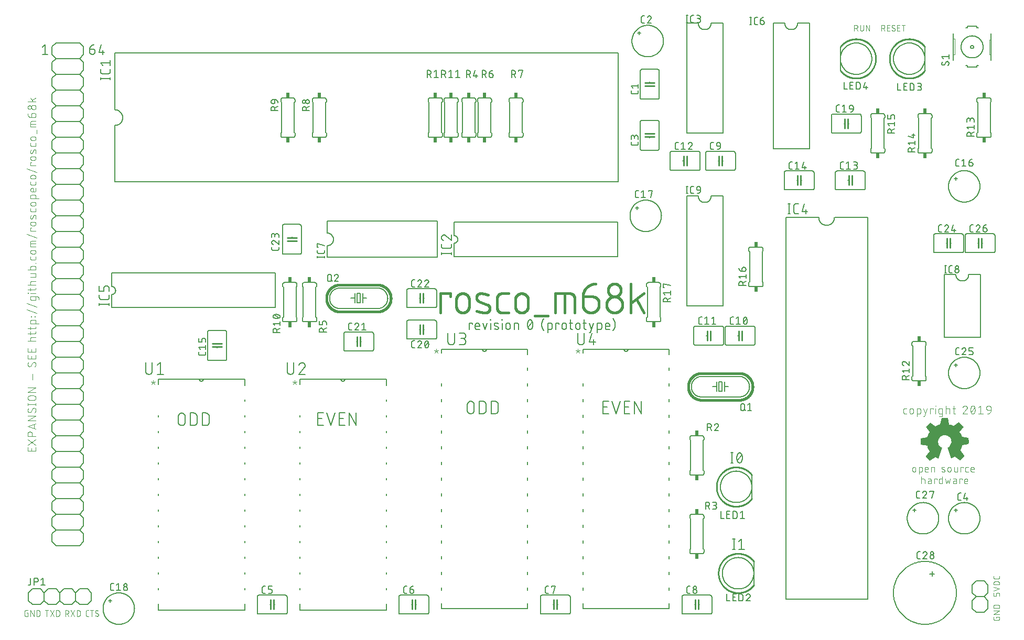
<source format=gbr>
G04 EAGLE Gerber RS-274X export*
G75*
%MOMM*%
%FSLAX34Y34*%
%LPD*%
%INSilkscreen Top*%
%IPPOS*%
%AMOC8*
5,1,8,0,0,1.08239X$1,22.5*%
G01*
%ADD10C,0.152400*%
%ADD11C,0.076200*%
%ADD12C,0.101600*%
%ADD13C,0.406400*%
%ADD14C,0.127000*%
%ADD15C,0.177800*%
%ADD16C,0.254000*%
%ADD17C,0.203200*%
%ADD18R,0.609600X0.863600*%
%ADD19C,0.050800*%

G36*
X1481345Y270902D02*
X1481345Y270902D01*
X1481396Y270901D01*
X1481423Y270913D01*
X1481434Y270915D01*
X1481443Y270923D01*
X1481470Y270935D01*
X1489975Y276689D01*
X1491616Y275751D01*
X1491625Y275749D01*
X1491642Y275738D01*
X1493414Y274979D01*
X1494931Y274221D01*
X1494962Y274215D01*
X1494989Y274200D01*
X1495030Y274202D01*
X1495069Y274195D01*
X1495098Y274207D01*
X1495130Y274209D01*
X1495163Y274233D01*
X1495200Y274248D01*
X1495218Y274273D01*
X1495244Y274291D01*
X1495282Y274361D01*
X1495283Y274362D01*
X1495283Y274363D01*
X1501379Y291635D01*
X1501379Y291637D01*
X1501380Y291638D01*
X1501383Y291707D01*
X1501387Y291775D01*
X1501386Y291777D01*
X1501386Y291779D01*
X1501352Y291839D01*
X1501319Y291899D01*
X1501317Y291900D01*
X1501316Y291901D01*
X1501249Y291948D01*
X1499484Y292791D01*
X1497924Y293934D01*
X1496605Y295347D01*
X1495571Y296980D01*
X1494858Y298777D01*
X1494492Y300675D01*
X1494485Y302608D01*
X1494837Y304509D01*
X1495536Y306311D01*
X1496558Y307952D01*
X1497866Y309375D01*
X1499417Y310530D01*
X1501155Y311376D01*
X1503019Y311885D01*
X1504956Y312039D01*
X1506926Y311977D01*
X1508840Y311547D01*
X1510639Y310767D01*
X1512260Y309664D01*
X1513645Y308276D01*
X1514746Y306653D01*
X1515523Y304852D01*
X1515948Y302938D01*
X1516007Y300977D01*
X1515697Y299041D01*
X1515030Y297197D01*
X1514029Y295510D01*
X1512730Y294042D01*
X1511178Y292843D01*
X1509407Y291945D01*
X1509405Y291943D01*
X1509403Y291942D01*
X1509354Y291895D01*
X1509304Y291849D01*
X1509304Y291846D01*
X1509302Y291844D01*
X1509286Y291778D01*
X1509269Y291712D01*
X1509270Y291710D01*
X1509269Y291707D01*
X1509286Y291627D01*
X1515890Y274609D01*
X1515911Y274582D01*
X1515923Y274550D01*
X1515953Y274527D01*
X1515975Y274497D01*
X1516008Y274485D01*
X1516035Y274465D01*
X1516072Y274461D01*
X1516108Y274448D01*
X1516141Y274456D01*
X1516176Y274453D01*
X1516239Y274476D01*
X1516245Y274478D01*
X1516247Y274480D01*
X1516252Y274481D01*
X1521443Y277448D01*
X1529693Y271448D01*
X1529755Y271426D01*
X1529817Y271401D01*
X1529821Y271402D01*
X1529826Y271400D01*
X1529891Y271415D01*
X1529955Y271426D01*
X1529960Y271430D01*
X1529963Y271431D01*
X1529969Y271437D01*
X1530021Y271474D01*
X1533323Y274776D01*
X1533326Y274782D01*
X1533336Y274790D01*
X1536384Y278346D01*
X1536398Y278376D01*
X1536402Y278381D01*
X1536403Y278388D01*
X1536406Y278393D01*
X1536434Y278437D01*
X1536434Y278456D01*
X1536443Y278474D01*
X1536436Y278526D01*
X1536436Y278578D01*
X1536425Y278603D01*
X1536423Y278614D01*
X1536416Y278623D01*
X1536403Y278651D01*
X1530397Y287659D01*
X1531581Y289553D01*
X1531584Y289565D01*
X1531606Y289607D01*
X1533130Y294179D01*
X1533130Y294183D01*
X1533134Y294189D01*
X1533598Y295815D01*
X1543602Y297566D01*
X1543649Y297589D01*
X1543700Y297605D01*
X1543712Y297619D01*
X1543728Y297628D01*
X1543756Y297673D01*
X1543790Y297713D01*
X1543796Y297738D01*
X1543802Y297748D01*
X1543802Y297760D01*
X1543810Y297792D01*
X1544064Y300586D01*
X1544063Y300594D01*
X1544065Y300609D01*
X1544065Y302895D01*
X1544062Y302905D01*
X1544063Y302926D01*
X1544043Y303085D01*
X1544012Y303338D01*
X1543980Y303592D01*
X1543949Y303845D01*
X1543948Y303845D01*
X1543917Y304098D01*
X1543885Y304351D01*
X1543854Y304605D01*
X1543822Y304858D01*
X1543810Y304955D01*
X1543556Y307492D01*
X1543536Y307541D01*
X1543524Y307592D01*
X1543511Y307605D01*
X1543504Y307623D01*
X1543461Y307654D01*
X1543423Y307690D01*
X1543398Y307699D01*
X1543389Y307705D01*
X1543377Y307706D01*
X1543347Y307717D01*
X1533078Y309470D01*
X1532113Y312122D01*
X1531606Y313643D01*
X1531599Y313654D01*
X1531586Y313689D01*
X1530570Y315467D01*
X1530567Y315469D01*
X1530565Y315475D01*
X1529389Y317357D01*
X1535630Y325345D01*
X1535652Y325402D01*
X1535679Y325456D01*
X1535678Y325466D01*
X1535682Y325476D01*
X1535671Y325536D01*
X1535665Y325596D01*
X1535658Y325608D01*
X1535656Y325614D01*
X1535648Y325623D01*
X1535622Y325666D01*
X1534098Y327444D01*
X1534093Y327447D01*
X1534085Y327458D01*
X1532307Y329236D01*
X1532302Y329239D01*
X1532295Y329248D01*
X1528231Y332804D01*
X1528180Y332827D01*
X1528132Y332857D01*
X1528117Y332857D01*
X1528103Y332863D01*
X1528047Y332856D01*
X1527991Y332856D01*
X1527973Y332847D01*
X1527963Y332845D01*
X1527953Y332837D01*
X1527918Y332820D01*
X1519399Y326807D01*
X1517250Y327762D01*
X1515223Y328776D01*
X1515211Y328778D01*
X1515180Y328793D01*
X1513402Y329301D01*
X1511781Y329764D01*
X1510281Y340016D01*
X1510253Y340077D01*
X1510226Y340139D01*
X1510224Y340141D01*
X1510222Y340144D01*
X1510165Y340181D01*
X1510110Y340219D01*
X1510106Y340220D01*
X1510104Y340221D01*
X1510098Y340221D01*
X1510030Y340232D01*
X1500378Y340232D01*
X1500319Y340215D01*
X1500258Y340202D01*
X1500252Y340196D01*
X1500243Y340193D01*
X1500202Y340147D01*
X1500158Y340104D01*
X1500153Y340092D01*
X1500149Y340088D01*
X1500147Y340076D01*
X1500129Y340028D01*
X1498128Y329768D01*
X1495485Y329047D01*
X1495475Y329041D01*
X1495439Y329030D01*
X1493407Y328014D01*
X1490494Y326557D01*
X1481982Y332566D01*
X1481930Y332584D01*
X1481881Y332608D01*
X1481864Y332607D01*
X1481849Y332612D01*
X1481795Y332599D01*
X1481741Y332594D01*
X1481721Y332582D01*
X1481712Y332580D01*
X1481703Y332571D01*
X1481671Y332551D01*
X1479893Y331027D01*
X1479890Y331022D01*
X1479879Y331014D01*
X1476323Y327458D01*
X1476320Y327452D01*
X1476310Y327444D01*
X1474786Y325666D01*
X1474764Y325618D01*
X1474735Y325574D01*
X1474735Y325555D01*
X1474727Y325538D01*
X1474735Y325485D01*
X1474734Y325433D01*
X1474745Y325409D01*
X1474747Y325398D01*
X1474755Y325389D01*
X1474768Y325359D01*
X1480523Y316852D01*
X1479329Y314702D01*
X1479327Y314695D01*
X1479319Y314682D01*
X1478303Y312396D01*
X1478302Y312391D01*
X1478297Y312382D01*
X1477535Y310350D01*
X1476825Y308457D01*
X1466812Y306955D01*
X1466761Y306932D01*
X1466707Y306914D01*
X1466698Y306903D01*
X1466684Y306897D01*
X1466653Y306849D01*
X1466617Y306805D01*
X1466613Y306786D01*
X1466608Y306778D01*
X1466607Y306766D01*
X1466598Y306726D01*
X1466344Y303678D01*
X1466345Y303671D01*
X1466343Y303657D01*
X1466343Y297053D01*
X1466361Y296991D01*
X1466376Y296927D01*
X1466380Y296923D01*
X1466382Y296918D01*
X1466431Y296874D01*
X1466477Y296829D01*
X1466484Y296827D01*
X1466487Y296824D01*
X1466497Y296823D01*
X1466554Y296803D01*
X1477050Y295054D01*
X1477524Y292685D01*
X1477529Y292674D01*
X1477537Y292641D01*
X1478553Y290101D01*
X1478555Y290098D01*
X1478557Y290092D01*
X1479573Y287806D01*
X1479575Y287803D01*
X1479578Y287796D01*
X1480524Y285904D01*
X1474521Y277901D01*
X1474501Y277846D01*
X1474475Y277794D01*
X1474476Y277781D01*
X1474472Y277769D01*
X1474483Y277712D01*
X1474489Y277654D01*
X1474498Y277639D01*
X1474500Y277631D01*
X1474509Y277622D01*
X1474532Y277584D01*
X1476056Y275806D01*
X1476061Y275803D01*
X1476069Y275792D01*
X1479625Y272236D01*
X1479632Y272232D01*
X1479642Y272220D01*
X1481166Y270950D01*
X1481213Y270930D01*
X1481255Y270902D01*
X1481276Y270902D01*
X1481295Y270894D01*
X1481345Y270902D01*
G37*
D10*
X1161443Y283718D02*
X1161443Y267462D01*
X1159637Y267462D02*
X1163249Y267462D01*
X1163249Y283718D02*
X1159637Y283718D01*
X1170788Y281460D02*
X1170651Y281171D01*
X1170521Y280879D01*
X1170398Y280583D01*
X1170283Y280285D01*
X1170174Y279984D01*
X1170073Y279681D01*
X1169979Y279375D01*
X1169892Y279068D01*
X1169813Y278758D01*
X1169741Y278446D01*
X1169677Y278133D01*
X1169620Y277818D01*
X1169570Y277502D01*
X1169528Y277185D01*
X1169494Y276867D01*
X1169467Y276549D01*
X1169448Y276229D01*
X1169437Y275910D01*
X1169433Y275590D01*
X1170787Y281461D02*
X1170826Y281569D01*
X1170869Y281676D01*
X1170915Y281781D01*
X1170966Y281885D01*
X1171019Y281987D01*
X1171076Y282087D01*
X1171137Y282185D01*
X1171201Y282280D01*
X1171268Y282374D01*
X1171339Y282465D01*
X1171412Y282554D01*
X1171489Y282640D01*
X1171568Y282723D01*
X1171650Y282804D01*
X1171735Y282882D01*
X1171823Y282956D01*
X1171913Y283028D01*
X1172005Y283096D01*
X1172100Y283162D01*
X1172197Y283224D01*
X1172296Y283282D01*
X1172398Y283338D01*
X1172500Y283389D01*
X1172605Y283437D01*
X1172711Y283482D01*
X1172819Y283523D01*
X1172928Y283560D01*
X1173038Y283593D01*
X1173150Y283622D01*
X1173262Y283648D01*
X1173375Y283670D01*
X1173489Y283687D01*
X1173603Y283701D01*
X1173718Y283711D01*
X1173833Y283717D01*
X1173948Y283719D01*
X1173948Y283718D02*
X1174063Y283716D01*
X1174178Y283710D01*
X1174293Y283700D01*
X1174407Y283686D01*
X1174521Y283669D01*
X1174634Y283647D01*
X1174746Y283621D01*
X1174858Y283592D01*
X1174968Y283559D01*
X1175077Y283522D01*
X1175185Y283481D01*
X1175291Y283436D01*
X1175396Y283388D01*
X1175498Y283337D01*
X1175599Y283281D01*
X1175699Y283223D01*
X1175796Y283161D01*
X1175890Y283096D01*
X1175983Y283027D01*
X1176073Y282955D01*
X1176161Y282881D01*
X1176246Y282803D01*
X1176328Y282722D01*
X1176407Y282639D01*
X1176484Y282553D01*
X1176557Y282464D01*
X1176628Y282373D01*
X1176695Y282279D01*
X1176759Y282184D01*
X1176820Y282086D01*
X1176877Y281986D01*
X1176930Y281884D01*
X1176981Y281780D01*
X1177027Y281675D01*
X1177070Y281568D01*
X1177109Y281460D01*
X1177246Y281171D01*
X1177376Y280879D01*
X1177499Y280583D01*
X1177614Y280285D01*
X1177723Y279984D01*
X1177824Y279681D01*
X1177918Y279375D01*
X1178005Y279068D01*
X1178084Y278758D01*
X1178156Y278446D01*
X1178220Y278133D01*
X1178277Y277818D01*
X1178327Y277502D01*
X1178369Y277185D01*
X1178403Y276867D01*
X1178430Y276549D01*
X1178449Y276229D01*
X1178460Y275910D01*
X1178464Y275590D01*
X1169433Y275590D02*
X1169437Y275270D01*
X1169448Y274951D01*
X1169467Y274631D01*
X1169494Y274313D01*
X1169528Y273995D01*
X1169570Y273678D01*
X1169620Y273362D01*
X1169677Y273047D01*
X1169741Y272734D01*
X1169813Y272422D01*
X1169892Y272112D01*
X1169979Y271805D01*
X1170073Y271499D01*
X1170174Y271196D01*
X1170283Y270895D01*
X1170398Y270597D01*
X1170521Y270301D01*
X1170651Y270009D01*
X1170788Y269720D01*
X1170787Y269720D02*
X1170826Y269612D01*
X1170869Y269505D01*
X1170915Y269400D01*
X1170966Y269296D01*
X1171019Y269194D01*
X1171076Y269094D01*
X1171137Y268996D01*
X1171201Y268901D01*
X1171268Y268807D01*
X1171339Y268716D01*
X1171412Y268627D01*
X1171489Y268541D01*
X1171568Y268458D01*
X1171650Y268377D01*
X1171735Y268299D01*
X1171823Y268225D01*
X1171913Y268153D01*
X1172006Y268084D01*
X1172100Y268019D01*
X1172197Y267957D01*
X1172297Y267899D01*
X1172398Y267843D01*
X1172500Y267792D01*
X1172605Y267744D01*
X1172711Y267699D01*
X1172819Y267658D01*
X1172928Y267621D01*
X1173038Y267588D01*
X1173150Y267559D01*
X1173262Y267533D01*
X1173375Y267511D01*
X1173489Y267494D01*
X1173603Y267480D01*
X1173718Y267470D01*
X1173833Y267464D01*
X1173948Y267462D01*
X1177108Y269720D02*
X1177245Y270009D01*
X1177375Y270301D01*
X1177498Y270597D01*
X1177613Y270895D01*
X1177722Y271196D01*
X1177823Y271499D01*
X1177917Y271805D01*
X1178004Y272112D01*
X1178083Y272422D01*
X1178155Y272734D01*
X1178219Y273047D01*
X1178276Y273362D01*
X1178326Y273678D01*
X1178368Y273995D01*
X1178402Y274313D01*
X1178429Y274631D01*
X1178448Y274951D01*
X1178459Y275270D01*
X1178463Y275590D01*
X1177109Y269720D02*
X1177070Y269612D01*
X1177027Y269505D01*
X1176981Y269400D01*
X1176930Y269296D01*
X1176877Y269194D01*
X1176820Y269094D01*
X1176759Y268996D01*
X1176695Y268901D01*
X1176628Y268807D01*
X1176557Y268716D01*
X1176484Y268627D01*
X1176407Y268541D01*
X1176328Y268458D01*
X1176246Y268377D01*
X1176161Y268299D01*
X1176073Y268225D01*
X1175983Y268153D01*
X1175890Y268084D01*
X1175796Y268019D01*
X1175699Y267957D01*
X1175599Y267899D01*
X1175498Y267843D01*
X1175395Y267792D01*
X1175291Y267744D01*
X1175185Y267699D01*
X1175077Y267658D01*
X1174968Y267621D01*
X1174858Y267588D01*
X1174746Y267559D01*
X1174634Y267533D01*
X1174521Y267511D01*
X1174407Y267494D01*
X1174293Y267480D01*
X1174178Y267470D01*
X1174063Y267464D01*
X1173948Y267462D01*
X1170336Y271074D02*
X1177561Y280106D01*
X1164618Y144018D02*
X1164618Y127762D01*
X1162812Y127762D02*
X1166424Y127762D01*
X1166424Y144018D02*
X1162812Y144018D01*
X1172608Y140406D02*
X1177123Y144018D01*
X1177123Y127762D01*
X1172608Y127762D02*
X1181639Y127762D01*
D11*
X1588248Y18302D02*
X1588248Y16736D01*
X1588248Y18302D02*
X1593469Y18302D01*
X1593469Y15169D01*
X1593467Y15080D01*
X1593461Y14992D01*
X1593452Y14904D01*
X1593439Y14816D01*
X1593422Y14729D01*
X1593402Y14643D01*
X1593377Y14558D01*
X1593350Y14473D01*
X1593318Y14390D01*
X1593284Y14309D01*
X1593245Y14229D01*
X1593204Y14151D01*
X1593159Y14074D01*
X1593111Y14000D01*
X1593060Y13927D01*
X1593006Y13857D01*
X1592948Y13790D01*
X1592888Y13724D01*
X1592826Y13662D01*
X1592760Y13602D01*
X1592693Y13544D01*
X1592623Y13490D01*
X1592550Y13439D01*
X1592476Y13391D01*
X1592399Y13346D01*
X1592321Y13305D01*
X1592241Y13266D01*
X1592160Y13232D01*
X1592077Y13200D01*
X1591992Y13173D01*
X1591907Y13148D01*
X1591821Y13128D01*
X1591734Y13111D01*
X1591646Y13098D01*
X1591558Y13089D01*
X1591470Y13083D01*
X1591381Y13081D01*
X1586159Y13081D01*
X1586068Y13083D01*
X1585977Y13089D01*
X1585886Y13099D01*
X1585796Y13113D01*
X1585707Y13131D01*
X1585618Y13152D01*
X1585531Y13178D01*
X1585445Y13207D01*
X1585360Y13240D01*
X1585276Y13277D01*
X1585194Y13317D01*
X1585115Y13361D01*
X1585037Y13408D01*
X1584961Y13459D01*
X1584887Y13513D01*
X1584816Y13570D01*
X1584748Y13630D01*
X1584682Y13693D01*
X1584619Y13759D01*
X1584559Y13827D01*
X1584502Y13898D01*
X1584448Y13972D01*
X1584397Y14048D01*
X1584350Y14125D01*
X1584306Y14205D01*
X1584266Y14287D01*
X1584229Y14371D01*
X1584196Y14455D01*
X1584167Y14542D01*
X1584141Y14629D01*
X1584120Y14718D01*
X1584102Y14807D01*
X1584088Y14897D01*
X1584078Y14988D01*
X1584072Y15079D01*
X1584070Y15170D01*
X1584071Y15169D02*
X1584071Y18302D01*
X1584071Y22835D02*
X1593469Y22835D01*
X1593469Y28056D02*
X1584071Y22835D01*
X1584071Y28056D02*
X1593469Y28056D01*
X1593469Y32588D02*
X1584071Y32588D01*
X1584071Y35199D01*
X1584073Y35299D01*
X1584079Y35399D01*
X1584088Y35498D01*
X1584102Y35598D01*
X1584119Y35696D01*
X1584140Y35794D01*
X1584164Y35891D01*
X1584193Y35987D01*
X1584225Y36082D01*
X1584260Y36175D01*
X1584299Y36267D01*
X1584342Y36358D01*
X1584388Y36446D01*
X1584438Y36533D01*
X1584490Y36618D01*
X1584546Y36701D01*
X1584605Y36782D01*
X1584668Y36860D01*
X1584733Y36936D01*
X1584801Y37010D01*
X1584871Y37080D01*
X1584945Y37148D01*
X1585021Y37213D01*
X1585099Y37276D01*
X1585180Y37335D01*
X1585263Y37391D01*
X1585348Y37443D01*
X1585435Y37493D01*
X1585523Y37539D01*
X1585614Y37582D01*
X1585706Y37621D01*
X1585799Y37656D01*
X1585894Y37688D01*
X1585990Y37717D01*
X1586087Y37741D01*
X1586185Y37762D01*
X1586283Y37779D01*
X1586383Y37793D01*
X1586482Y37802D01*
X1586582Y37808D01*
X1586682Y37810D01*
X1586682Y37809D02*
X1590858Y37809D01*
X1590858Y37810D02*
X1590958Y37808D01*
X1591058Y37802D01*
X1591157Y37793D01*
X1591257Y37779D01*
X1591355Y37762D01*
X1591453Y37741D01*
X1591550Y37717D01*
X1591646Y37688D01*
X1591741Y37656D01*
X1591834Y37621D01*
X1591926Y37582D01*
X1592017Y37539D01*
X1592105Y37493D01*
X1592192Y37443D01*
X1592277Y37391D01*
X1592360Y37335D01*
X1592441Y37276D01*
X1592519Y37213D01*
X1592595Y37148D01*
X1592669Y37080D01*
X1592739Y37010D01*
X1592807Y36936D01*
X1592872Y36860D01*
X1592935Y36782D01*
X1592994Y36701D01*
X1593050Y36618D01*
X1593102Y36533D01*
X1593152Y36446D01*
X1593198Y36358D01*
X1593241Y36267D01*
X1593280Y36175D01*
X1593315Y36082D01*
X1593347Y35987D01*
X1593376Y35891D01*
X1593400Y35794D01*
X1593421Y35696D01*
X1593438Y35598D01*
X1593452Y35498D01*
X1593461Y35399D01*
X1593467Y35299D01*
X1593469Y35199D01*
X1593469Y32588D01*
X1593469Y51790D02*
X1593469Y54923D01*
X1593467Y55012D01*
X1593461Y55100D01*
X1593452Y55188D01*
X1593439Y55276D01*
X1593422Y55363D01*
X1593402Y55449D01*
X1593377Y55534D01*
X1593350Y55619D01*
X1593318Y55702D01*
X1593284Y55783D01*
X1593245Y55863D01*
X1593204Y55941D01*
X1593159Y56018D01*
X1593111Y56092D01*
X1593060Y56165D01*
X1593006Y56235D01*
X1592948Y56302D01*
X1592888Y56368D01*
X1592826Y56430D01*
X1592760Y56490D01*
X1592693Y56548D01*
X1592623Y56602D01*
X1592550Y56653D01*
X1592476Y56701D01*
X1592399Y56746D01*
X1592321Y56787D01*
X1592241Y56826D01*
X1592160Y56860D01*
X1592077Y56892D01*
X1591992Y56919D01*
X1591907Y56944D01*
X1591821Y56964D01*
X1591734Y56981D01*
X1591646Y56994D01*
X1591558Y57003D01*
X1591470Y57009D01*
X1591381Y57011D01*
X1591381Y57012D02*
X1590336Y57012D01*
X1590336Y57011D02*
X1590247Y57009D01*
X1590159Y57003D01*
X1590071Y56994D01*
X1589983Y56981D01*
X1589896Y56964D01*
X1589810Y56944D01*
X1589725Y56919D01*
X1589640Y56892D01*
X1589557Y56860D01*
X1589476Y56826D01*
X1589396Y56787D01*
X1589318Y56746D01*
X1589241Y56701D01*
X1589167Y56653D01*
X1589094Y56602D01*
X1589024Y56548D01*
X1588957Y56490D01*
X1588891Y56430D01*
X1588829Y56368D01*
X1588769Y56302D01*
X1588711Y56235D01*
X1588657Y56165D01*
X1588606Y56092D01*
X1588558Y56018D01*
X1588513Y55941D01*
X1588472Y55863D01*
X1588433Y55783D01*
X1588399Y55702D01*
X1588367Y55619D01*
X1588340Y55534D01*
X1588315Y55449D01*
X1588295Y55363D01*
X1588278Y55276D01*
X1588265Y55188D01*
X1588256Y55100D01*
X1588250Y55012D01*
X1588248Y54923D01*
X1588248Y51790D01*
X1584071Y51790D01*
X1584071Y57012D01*
X1584071Y60412D02*
X1593469Y63545D01*
X1584071Y66678D01*
X1584071Y70383D02*
X1593469Y70383D01*
X1584071Y70383D02*
X1584071Y72994D01*
X1584073Y73094D01*
X1584079Y73194D01*
X1584088Y73293D01*
X1584102Y73393D01*
X1584119Y73491D01*
X1584140Y73589D01*
X1584164Y73686D01*
X1584193Y73782D01*
X1584225Y73877D01*
X1584260Y73970D01*
X1584299Y74062D01*
X1584342Y74153D01*
X1584388Y74241D01*
X1584438Y74328D01*
X1584490Y74413D01*
X1584546Y74496D01*
X1584605Y74577D01*
X1584668Y74655D01*
X1584733Y74731D01*
X1584801Y74805D01*
X1584871Y74875D01*
X1584945Y74943D01*
X1585021Y75008D01*
X1585099Y75071D01*
X1585180Y75130D01*
X1585263Y75186D01*
X1585348Y75238D01*
X1585435Y75288D01*
X1585523Y75334D01*
X1585614Y75377D01*
X1585706Y75416D01*
X1585799Y75451D01*
X1585894Y75483D01*
X1585990Y75512D01*
X1586087Y75536D01*
X1586185Y75557D01*
X1586283Y75574D01*
X1586383Y75588D01*
X1586482Y75597D01*
X1586582Y75603D01*
X1586682Y75605D01*
X1586682Y75604D02*
X1590858Y75604D01*
X1590858Y75605D02*
X1590958Y75603D01*
X1591058Y75597D01*
X1591157Y75588D01*
X1591257Y75574D01*
X1591355Y75557D01*
X1591453Y75536D01*
X1591550Y75512D01*
X1591646Y75483D01*
X1591741Y75451D01*
X1591834Y75416D01*
X1591926Y75377D01*
X1592017Y75334D01*
X1592105Y75288D01*
X1592192Y75238D01*
X1592277Y75186D01*
X1592360Y75130D01*
X1592441Y75071D01*
X1592519Y75008D01*
X1592595Y74943D01*
X1592669Y74875D01*
X1592739Y74805D01*
X1592807Y74731D01*
X1592872Y74655D01*
X1592935Y74577D01*
X1592994Y74496D01*
X1593050Y74413D01*
X1593102Y74328D01*
X1593152Y74241D01*
X1593198Y74153D01*
X1593241Y74062D01*
X1593280Y73970D01*
X1593315Y73877D01*
X1593347Y73782D01*
X1593376Y73686D01*
X1593400Y73589D01*
X1593421Y73491D01*
X1593438Y73393D01*
X1593452Y73293D01*
X1593461Y73194D01*
X1593467Y73094D01*
X1593469Y72994D01*
X1593469Y70383D01*
X1593469Y81895D02*
X1593469Y83983D01*
X1593469Y81895D02*
X1593467Y81806D01*
X1593461Y81718D01*
X1593452Y81630D01*
X1593439Y81542D01*
X1593422Y81455D01*
X1593402Y81369D01*
X1593377Y81284D01*
X1593350Y81199D01*
X1593318Y81116D01*
X1593284Y81035D01*
X1593245Y80955D01*
X1593204Y80877D01*
X1593159Y80800D01*
X1593111Y80726D01*
X1593060Y80653D01*
X1593006Y80583D01*
X1592948Y80516D01*
X1592888Y80450D01*
X1592826Y80388D01*
X1592760Y80328D01*
X1592693Y80270D01*
X1592623Y80216D01*
X1592550Y80165D01*
X1592476Y80117D01*
X1592399Y80072D01*
X1592321Y80031D01*
X1592241Y79992D01*
X1592160Y79958D01*
X1592077Y79926D01*
X1591992Y79899D01*
X1591907Y79874D01*
X1591821Y79854D01*
X1591734Y79837D01*
X1591646Y79824D01*
X1591558Y79815D01*
X1591470Y79809D01*
X1591381Y79807D01*
X1591381Y79806D02*
X1586159Y79806D01*
X1586068Y79808D01*
X1585977Y79814D01*
X1585886Y79824D01*
X1585796Y79838D01*
X1585707Y79856D01*
X1585618Y79877D01*
X1585531Y79903D01*
X1585445Y79932D01*
X1585360Y79965D01*
X1585276Y80002D01*
X1585194Y80042D01*
X1585115Y80086D01*
X1585037Y80133D01*
X1584961Y80184D01*
X1584887Y80238D01*
X1584816Y80295D01*
X1584748Y80355D01*
X1584682Y80418D01*
X1584619Y80484D01*
X1584559Y80552D01*
X1584502Y80623D01*
X1584448Y80697D01*
X1584397Y80773D01*
X1584350Y80850D01*
X1584306Y80930D01*
X1584266Y81012D01*
X1584229Y81096D01*
X1584196Y81180D01*
X1584167Y81267D01*
X1584141Y81354D01*
X1584120Y81443D01*
X1584102Y81532D01*
X1584088Y81622D01*
X1584078Y81713D01*
X1584072Y81804D01*
X1584070Y81895D01*
X1584071Y81895D02*
X1584071Y83983D01*
X1359281Y965581D02*
X1359281Y974979D01*
X1361892Y974979D01*
X1361993Y974977D01*
X1362094Y974971D01*
X1362195Y974961D01*
X1362295Y974948D01*
X1362395Y974930D01*
X1362494Y974909D01*
X1362592Y974883D01*
X1362689Y974854D01*
X1362785Y974822D01*
X1362879Y974785D01*
X1362972Y974745D01*
X1363064Y974701D01*
X1363153Y974654D01*
X1363241Y974603D01*
X1363327Y974549D01*
X1363410Y974492D01*
X1363492Y974432D01*
X1363570Y974368D01*
X1363647Y974302D01*
X1363720Y974232D01*
X1363791Y974160D01*
X1363859Y974085D01*
X1363924Y974007D01*
X1363986Y973927D01*
X1364045Y973845D01*
X1364101Y973760D01*
X1364153Y973674D01*
X1364202Y973585D01*
X1364248Y973494D01*
X1364289Y973402D01*
X1364328Y973308D01*
X1364362Y973213D01*
X1364393Y973117D01*
X1364420Y973019D01*
X1364444Y972921D01*
X1364463Y972821D01*
X1364479Y972721D01*
X1364491Y972621D01*
X1364499Y972520D01*
X1364503Y972419D01*
X1364503Y972317D01*
X1364499Y972216D01*
X1364491Y972115D01*
X1364479Y972015D01*
X1364463Y971915D01*
X1364444Y971815D01*
X1364420Y971717D01*
X1364393Y971619D01*
X1364362Y971523D01*
X1364328Y971428D01*
X1364289Y971334D01*
X1364248Y971242D01*
X1364202Y971151D01*
X1364153Y971063D01*
X1364101Y970976D01*
X1364045Y970891D01*
X1363986Y970809D01*
X1363924Y970729D01*
X1363859Y970651D01*
X1363791Y970576D01*
X1363720Y970504D01*
X1363647Y970434D01*
X1363570Y970368D01*
X1363492Y970304D01*
X1363410Y970244D01*
X1363327Y970187D01*
X1363241Y970133D01*
X1363153Y970082D01*
X1363064Y970035D01*
X1362972Y969991D01*
X1362879Y969951D01*
X1362785Y969914D01*
X1362689Y969882D01*
X1362592Y969853D01*
X1362494Y969827D01*
X1362395Y969806D01*
X1362295Y969788D01*
X1362195Y969775D01*
X1362094Y969765D01*
X1361993Y969759D01*
X1361892Y969757D01*
X1361892Y969758D02*
X1359281Y969758D01*
X1362414Y969758D02*
X1364502Y965581D01*
X1368673Y968192D02*
X1368673Y974979D01*
X1368672Y968192D02*
X1368674Y968091D01*
X1368680Y967990D01*
X1368690Y967889D01*
X1368703Y967789D01*
X1368721Y967689D01*
X1368742Y967590D01*
X1368768Y967492D01*
X1368797Y967395D01*
X1368829Y967299D01*
X1368866Y967205D01*
X1368906Y967112D01*
X1368950Y967020D01*
X1368997Y966931D01*
X1369048Y966843D01*
X1369102Y966757D01*
X1369159Y966674D01*
X1369219Y966592D01*
X1369283Y966514D01*
X1369349Y966437D01*
X1369419Y966364D01*
X1369491Y966293D01*
X1369566Y966225D01*
X1369644Y966160D01*
X1369724Y966098D01*
X1369806Y966039D01*
X1369891Y965983D01*
X1369978Y965931D01*
X1370066Y965882D01*
X1370157Y965836D01*
X1370249Y965795D01*
X1370343Y965756D01*
X1370438Y965722D01*
X1370534Y965691D01*
X1370632Y965664D01*
X1370730Y965640D01*
X1370830Y965621D01*
X1370930Y965605D01*
X1371030Y965593D01*
X1371131Y965585D01*
X1371232Y965581D01*
X1371334Y965581D01*
X1371435Y965585D01*
X1371536Y965593D01*
X1371636Y965605D01*
X1371736Y965621D01*
X1371836Y965640D01*
X1371934Y965664D01*
X1372032Y965691D01*
X1372128Y965722D01*
X1372223Y965756D01*
X1372317Y965795D01*
X1372409Y965836D01*
X1372500Y965882D01*
X1372589Y965931D01*
X1372675Y965983D01*
X1372760Y966039D01*
X1372842Y966098D01*
X1372922Y966160D01*
X1373000Y966225D01*
X1373075Y966293D01*
X1373147Y966364D01*
X1373217Y966437D01*
X1373283Y966514D01*
X1373347Y966592D01*
X1373407Y966674D01*
X1373464Y966757D01*
X1373518Y966843D01*
X1373569Y966931D01*
X1373616Y967020D01*
X1373660Y967112D01*
X1373700Y967205D01*
X1373737Y967299D01*
X1373769Y967395D01*
X1373798Y967492D01*
X1373824Y967590D01*
X1373845Y967689D01*
X1373863Y967789D01*
X1373876Y967889D01*
X1373886Y967990D01*
X1373892Y968091D01*
X1373894Y968192D01*
X1373894Y974979D01*
X1378426Y974979D02*
X1378426Y965581D01*
X1383647Y965581D02*
X1378426Y974979D01*
X1383647Y974979D02*
X1383647Y965581D01*
X1402867Y965581D02*
X1402867Y974979D01*
X1405478Y974979D01*
X1405579Y974977D01*
X1405680Y974971D01*
X1405781Y974961D01*
X1405881Y974948D01*
X1405981Y974930D01*
X1406080Y974909D01*
X1406178Y974883D01*
X1406275Y974854D01*
X1406371Y974822D01*
X1406465Y974785D01*
X1406558Y974745D01*
X1406650Y974701D01*
X1406739Y974654D01*
X1406827Y974603D01*
X1406913Y974549D01*
X1406996Y974492D01*
X1407078Y974432D01*
X1407156Y974368D01*
X1407233Y974302D01*
X1407306Y974232D01*
X1407377Y974160D01*
X1407445Y974085D01*
X1407510Y974007D01*
X1407572Y973927D01*
X1407631Y973845D01*
X1407687Y973760D01*
X1407739Y973674D01*
X1407788Y973585D01*
X1407834Y973494D01*
X1407875Y973402D01*
X1407914Y973308D01*
X1407948Y973213D01*
X1407979Y973117D01*
X1408006Y973019D01*
X1408030Y972921D01*
X1408049Y972821D01*
X1408065Y972721D01*
X1408077Y972621D01*
X1408085Y972520D01*
X1408089Y972419D01*
X1408089Y972317D01*
X1408085Y972216D01*
X1408077Y972115D01*
X1408065Y972015D01*
X1408049Y971915D01*
X1408030Y971815D01*
X1408006Y971717D01*
X1407979Y971619D01*
X1407948Y971523D01*
X1407914Y971428D01*
X1407875Y971334D01*
X1407834Y971242D01*
X1407788Y971151D01*
X1407739Y971063D01*
X1407687Y970976D01*
X1407631Y970891D01*
X1407572Y970809D01*
X1407510Y970729D01*
X1407445Y970651D01*
X1407377Y970576D01*
X1407306Y970504D01*
X1407233Y970434D01*
X1407156Y970368D01*
X1407078Y970304D01*
X1406996Y970244D01*
X1406913Y970187D01*
X1406827Y970133D01*
X1406739Y970082D01*
X1406650Y970035D01*
X1406558Y969991D01*
X1406465Y969951D01*
X1406371Y969914D01*
X1406275Y969882D01*
X1406178Y969853D01*
X1406080Y969827D01*
X1405981Y969806D01*
X1405881Y969788D01*
X1405781Y969775D01*
X1405680Y969765D01*
X1405579Y969759D01*
X1405478Y969757D01*
X1405478Y969758D02*
X1402867Y969758D01*
X1406000Y969758D02*
X1408088Y965581D01*
X1412276Y965581D02*
X1416453Y965581D01*
X1412276Y965581D02*
X1412276Y974979D01*
X1416453Y974979D01*
X1415409Y970802D02*
X1412276Y970802D01*
X1422707Y965581D02*
X1422796Y965583D01*
X1422884Y965589D01*
X1422972Y965598D01*
X1423060Y965611D01*
X1423147Y965628D01*
X1423233Y965648D01*
X1423318Y965673D01*
X1423403Y965700D01*
X1423486Y965732D01*
X1423567Y965766D01*
X1423647Y965805D01*
X1423725Y965846D01*
X1423802Y965891D01*
X1423876Y965939D01*
X1423949Y965990D01*
X1424019Y966044D01*
X1424086Y966102D01*
X1424152Y966162D01*
X1424214Y966224D01*
X1424274Y966290D01*
X1424332Y966357D01*
X1424386Y966427D01*
X1424437Y966500D01*
X1424485Y966574D01*
X1424530Y966651D01*
X1424571Y966729D01*
X1424610Y966809D01*
X1424644Y966890D01*
X1424676Y966973D01*
X1424703Y967058D01*
X1424728Y967143D01*
X1424748Y967229D01*
X1424765Y967316D01*
X1424778Y967404D01*
X1424787Y967492D01*
X1424793Y967580D01*
X1424795Y967669D01*
X1422707Y965581D02*
X1422578Y965583D01*
X1422449Y965589D01*
X1422320Y965598D01*
X1422192Y965611D01*
X1422064Y965628D01*
X1421937Y965649D01*
X1421810Y965673D01*
X1421684Y965701D01*
X1421559Y965733D01*
X1421435Y965768D01*
X1421312Y965807D01*
X1421190Y965850D01*
X1421070Y965896D01*
X1420951Y965946D01*
X1420833Y965999D01*
X1420717Y966055D01*
X1420603Y966115D01*
X1420490Y966178D01*
X1420380Y966245D01*
X1420271Y966314D01*
X1420165Y966387D01*
X1420060Y966463D01*
X1419958Y966542D01*
X1419859Y966624D01*
X1419761Y966708D01*
X1419666Y966796D01*
X1419574Y966886D01*
X1419836Y972891D02*
X1419838Y972980D01*
X1419844Y973068D01*
X1419853Y973156D01*
X1419866Y973244D01*
X1419883Y973331D01*
X1419903Y973417D01*
X1419928Y973502D01*
X1419955Y973587D01*
X1419987Y973670D01*
X1420021Y973751D01*
X1420060Y973831D01*
X1420101Y973909D01*
X1420146Y973986D01*
X1420194Y974060D01*
X1420245Y974133D01*
X1420299Y974203D01*
X1420357Y974270D01*
X1420417Y974336D01*
X1420479Y974398D01*
X1420545Y974458D01*
X1420612Y974516D01*
X1420682Y974570D01*
X1420755Y974621D01*
X1420829Y974669D01*
X1420906Y974714D01*
X1420984Y974755D01*
X1421064Y974794D01*
X1421145Y974828D01*
X1421228Y974860D01*
X1421313Y974887D01*
X1421398Y974912D01*
X1421484Y974932D01*
X1421571Y974949D01*
X1421659Y974962D01*
X1421747Y974971D01*
X1421835Y974977D01*
X1421924Y974979D01*
X1421923Y974979D02*
X1422043Y974977D01*
X1422163Y974972D01*
X1422283Y974962D01*
X1422402Y974950D01*
X1422521Y974933D01*
X1422639Y974913D01*
X1422757Y974889D01*
X1422873Y974862D01*
X1422989Y974831D01*
X1423104Y974797D01*
X1423218Y974759D01*
X1423331Y974717D01*
X1423442Y974672D01*
X1423552Y974624D01*
X1423660Y974573D01*
X1423767Y974518D01*
X1423872Y974460D01*
X1423975Y974398D01*
X1424076Y974334D01*
X1424176Y974266D01*
X1424273Y974196D01*
X1420879Y971064D02*
X1420801Y971112D01*
X1420725Y971164D01*
X1420652Y971218D01*
X1420581Y971276D01*
X1420512Y971337D01*
X1420446Y971401D01*
X1420383Y971468D01*
X1420323Y971537D01*
X1420266Y971609D01*
X1420212Y971683D01*
X1420162Y971760D01*
X1420114Y971839D01*
X1420071Y971919D01*
X1420030Y972002D01*
X1419994Y972086D01*
X1419961Y972171D01*
X1419932Y972258D01*
X1419906Y972347D01*
X1419884Y972436D01*
X1419867Y972526D01*
X1419853Y972616D01*
X1419843Y972708D01*
X1419837Y972799D01*
X1419835Y972891D01*
X1423751Y969496D02*
X1423829Y969448D01*
X1423905Y969396D01*
X1423978Y969342D01*
X1424049Y969284D01*
X1424118Y969223D01*
X1424184Y969159D01*
X1424247Y969092D01*
X1424307Y969023D01*
X1424364Y968951D01*
X1424418Y968877D01*
X1424468Y968800D01*
X1424516Y968721D01*
X1424559Y968641D01*
X1424600Y968558D01*
X1424636Y968474D01*
X1424669Y968389D01*
X1424698Y968302D01*
X1424724Y968213D01*
X1424746Y968124D01*
X1424763Y968034D01*
X1424777Y967944D01*
X1424787Y967852D01*
X1424793Y967761D01*
X1424795Y967669D01*
X1423751Y969497D02*
X1420879Y971063D01*
X1428735Y965581D02*
X1432912Y965581D01*
X1428735Y965581D02*
X1428735Y974979D01*
X1432912Y974979D01*
X1431868Y970802D02*
X1428735Y970802D01*
X1438339Y974979D02*
X1438339Y965581D01*
X1435728Y974979D02*
X1440949Y974979D01*
X24652Y24652D02*
X23086Y24652D01*
X24652Y24652D02*
X24652Y19431D01*
X21519Y19431D01*
X21430Y19433D01*
X21342Y19439D01*
X21254Y19448D01*
X21166Y19461D01*
X21079Y19478D01*
X20993Y19498D01*
X20908Y19523D01*
X20823Y19550D01*
X20740Y19582D01*
X20659Y19616D01*
X20579Y19655D01*
X20501Y19696D01*
X20424Y19741D01*
X20350Y19789D01*
X20277Y19840D01*
X20207Y19894D01*
X20140Y19952D01*
X20074Y20012D01*
X20012Y20074D01*
X19952Y20140D01*
X19894Y20207D01*
X19840Y20277D01*
X19789Y20350D01*
X19741Y20424D01*
X19696Y20501D01*
X19655Y20579D01*
X19616Y20659D01*
X19582Y20740D01*
X19550Y20823D01*
X19523Y20908D01*
X19498Y20993D01*
X19478Y21079D01*
X19461Y21166D01*
X19448Y21254D01*
X19439Y21342D01*
X19433Y21430D01*
X19431Y21519D01*
X19431Y26741D01*
X19433Y26832D01*
X19439Y26923D01*
X19449Y27014D01*
X19463Y27104D01*
X19480Y27193D01*
X19502Y27281D01*
X19528Y27369D01*
X19557Y27455D01*
X19590Y27540D01*
X19627Y27623D01*
X19667Y27705D01*
X19711Y27785D01*
X19758Y27863D01*
X19809Y27939D01*
X19862Y28012D01*
X19919Y28083D01*
X19980Y28152D01*
X20043Y28217D01*
X20108Y28280D01*
X20177Y28340D01*
X20248Y28398D01*
X20321Y28451D01*
X20397Y28502D01*
X20475Y28549D01*
X20555Y28593D01*
X20637Y28633D01*
X20720Y28670D01*
X20805Y28703D01*
X20891Y28732D01*
X20979Y28758D01*
X21067Y28780D01*
X21156Y28797D01*
X21246Y28811D01*
X21337Y28821D01*
X21428Y28827D01*
X21519Y28829D01*
X24652Y28829D01*
X29185Y28829D02*
X29185Y19431D01*
X34406Y19431D02*
X29185Y28829D01*
X34406Y28829D02*
X34406Y19431D01*
X38938Y19431D02*
X38938Y28829D01*
X41549Y28829D01*
X41649Y28827D01*
X41749Y28821D01*
X41848Y28812D01*
X41948Y28798D01*
X42046Y28781D01*
X42144Y28760D01*
X42241Y28736D01*
X42337Y28707D01*
X42432Y28675D01*
X42525Y28640D01*
X42617Y28601D01*
X42708Y28558D01*
X42796Y28512D01*
X42883Y28462D01*
X42968Y28410D01*
X43051Y28354D01*
X43132Y28295D01*
X43210Y28232D01*
X43286Y28167D01*
X43360Y28099D01*
X43430Y28029D01*
X43498Y27955D01*
X43563Y27879D01*
X43626Y27801D01*
X43685Y27720D01*
X43741Y27637D01*
X43793Y27552D01*
X43843Y27465D01*
X43889Y27377D01*
X43932Y27286D01*
X43971Y27194D01*
X44006Y27101D01*
X44038Y27006D01*
X44067Y26910D01*
X44091Y26813D01*
X44112Y26715D01*
X44129Y26617D01*
X44143Y26517D01*
X44152Y26418D01*
X44158Y26318D01*
X44160Y26218D01*
X44159Y26218D02*
X44159Y22042D01*
X44160Y22042D02*
X44158Y21942D01*
X44152Y21842D01*
X44143Y21743D01*
X44129Y21643D01*
X44112Y21545D01*
X44091Y21447D01*
X44067Y21350D01*
X44038Y21254D01*
X44006Y21159D01*
X43971Y21066D01*
X43932Y20974D01*
X43889Y20883D01*
X43843Y20795D01*
X43793Y20708D01*
X43741Y20623D01*
X43685Y20540D01*
X43626Y20459D01*
X43563Y20381D01*
X43498Y20305D01*
X43430Y20231D01*
X43360Y20161D01*
X43286Y20093D01*
X43210Y20028D01*
X43132Y19965D01*
X43051Y19906D01*
X42968Y19850D01*
X42883Y19798D01*
X42796Y19748D01*
X42708Y19702D01*
X42617Y19659D01*
X42525Y19620D01*
X42432Y19585D01*
X42337Y19553D01*
X42241Y19524D01*
X42144Y19500D01*
X42046Y19479D01*
X41948Y19462D01*
X41848Y19448D01*
X41749Y19439D01*
X41649Y19433D01*
X41549Y19431D01*
X38938Y19431D01*
X55265Y19431D02*
X55265Y28829D01*
X57875Y28829D02*
X52654Y28829D01*
X60666Y19431D02*
X66932Y28829D01*
X60666Y28829D02*
X66932Y19431D01*
X70637Y19431D02*
X70637Y28829D01*
X73248Y28829D01*
X73348Y28827D01*
X73448Y28821D01*
X73547Y28812D01*
X73647Y28798D01*
X73745Y28781D01*
X73843Y28760D01*
X73940Y28736D01*
X74036Y28707D01*
X74131Y28675D01*
X74224Y28640D01*
X74316Y28601D01*
X74407Y28558D01*
X74495Y28512D01*
X74582Y28462D01*
X74667Y28410D01*
X74750Y28354D01*
X74831Y28295D01*
X74909Y28232D01*
X74985Y28167D01*
X75059Y28099D01*
X75129Y28029D01*
X75197Y27955D01*
X75262Y27879D01*
X75325Y27801D01*
X75384Y27720D01*
X75440Y27637D01*
X75492Y27552D01*
X75542Y27465D01*
X75588Y27377D01*
X75631Y27286D01*
X75670Y27194D01*
X75705Y27101D01*
X75737Y27006D01*
X75766Y26910D01*
X75790Y26813D01*
X75811Y26715D01*
X75828Y26617D01*
X75842Y26517D01*
X75851Y26418D01*
X75857Y26318D01*
X75859Y26218D01*
X75858Y26218D02*
X75858Y22042D01*
X75859Y22042D02*
X75857Y21942D01*
X75851Y21842D01*
X75842Y21743D01*
X75828Y21643D01*
X75811Y21545D01*
X75790Y21447D01*
X75766Y21350D01*
X75737Y21254D01*
X75705Y21159D01*
X75670Y21066D01*
X75631Y20974D01*
X75588Y20883D01*
X75542Y20795D01*
X75492Y20708D01*
X75440Y20623D01*
X75384Y20540D01*
X75325Y20459D01*
X75262Y20381D01*
X75197Y20305D01*
X75129Y20231D01*
X75059Y20161D01*
X74985Y20093D01*
X74909Y20028D01*
X74831Y19965D01*
X74750Y19906D01*
X74667Y19850D01*
X74582Y19798D01*
X74495Y19748D01*
X74407Y19702D01*
X74316Y19659D01*
X74224Y19620D01*
X74131Y19585D01*
X74036Y19553D01*
X73940Y19524D01*
X73843Y19500D01*
X73745Y19479D01*
X73647Y19462D01*
X73547Y19448D01*
X73448Y19439D01*
X73348Y19433D01*
X73248Y19431D01*
X70637Y19431D01*
X85325Y19431D02*
X85325Y28829D01*
X87935Y28829D01*
X88036Y28827D01*
X88137Y28821D01*
X88238Y28811D01*
X88338Y28798D01*
X88438Y28780D01*
X88537Y28759D01*
X88635Y28733D01*
X88732Y28704D01*
X88828Y28672D01*
X88922Y28635D01*
X89015Y28595D01*
X89107Y28551D01*
X89196Y28504D01*
X89284Y28453D01*
X89370Y28399D01*
X89453Y28342D01*
X89535Y28282D01*
X89613Y28218D01*
X89690Y28152D01*
X89763Y28082D01*
X89834Y28010D01*
X89902Y27935D01*
X89967Y27857D01*
X90029Y27777D01*
X90088Y27695D01*
X90144Y27610D01*
X90196Y27523D01*
X90245Y27435D01*
X90291Y27344D01*
X90332Y27252D01*
X90371Y27158D01*
X90405Y27063D01*
X90436Y26967D01*
X90463Y26869D01*
X90487Y26771D01*
X90506Y26671D01*
X90522Y26571D01*
X90534Y26471D01*
X90542Y26370D01*
X90546Y26269D01*
X90546Y26167D01*
X90542Y26066D01*
X90534Y25965D01*
X90522Y25865D01*
X90506Y25765D01*
X90487Y25665D01*
X90463Y25567D01*
X90436Y25469D01*
X90405Y25373D01*
X90371Y25278D01*
X90332Y25184D01*
X90291Y25092D01*
X90245Y25001D01*
X90196Y24912D01*
X90144Y24826D01*
X90088Y24741D01*
X90029Y24659D01*
X89967Y24579D01*
X89902Y24501D01*
X89834Y24426D01*
X89763Y24354D01*
X89690Y24284D01*
X89613Y24218D01*
X89535Y24154D01*
X89453Y24094D01*
X89370Y24037D01*
X89284Y23983D01*
X89196Y23932D01*
X89107Y23885D01*
X89015Y23841D01*
X88922Y23801D01*
X88828Y23764D01*
X88732Y23732D01*
X88635Y23703D01*
X88537Y23677D01*
X88438Y23656D01*
X88338Y23638D01*
X88238Y23625D01*
X88137Y23615D01*
X88036Y23609D01*
X87935Y23607D01*
X87935Y23608D02*
X85325Y23608D01*
X88457Y23608D02*
X90546Y19431D01*
X93889Y19431D02*
X100155Y28829D01*
X93889Y28829D02*
X100155Y19431D01*
X103860Y19431D02*
X103860Y28829D01*
X106471Y28829D01*
X106571Y28827D01*
X106671Y28821D01*
X106770Y28812D01*
X106870Y28798D01*
X106968Y28781D01*
X107066Y28760D01*
X107163Y28736D01*
X107259Y28707D01*
X107354Y28675D01*
X107447Y28640D01*
X107539Y28601D01*
X107630Y28558D01*
X107718Y28512D01*
X107805Y28462D01*
X107890Y28410D01*
X107973Y28354D01*
X108054Y28295D01*
X108132Y28232D01*
X108208Y28167D01*
X108282Y28099D01*
X108352Y28029D01*
X108420Y27955D01*
X108485Y27879D01*
X108548Y27801D01*
X108607Y27720D01*
X108663Y27637D01*
X108715Y27552D01*
X108765Y27465D01*
X108811Y27377D01*
X108854Y27286D01*
X108893Y27194D01*
X108928Y27101D01*
X108960Y27006D01*
X108989Y26910D01*
X109013Y26813D01*
X109034Y26715D01*
X109051Y26617D01*
X109065Y26517D01*
X109074Y26418D01*
X109080Y26318D01*
X109082Y26218D01*
X109081Y26218D02*
X109081Y22042D01*
X109082Y22042D02*
X109080Y21942D01*
X109074Y21842D01*
X109065Y21743D01*
X109051Y21643D01*
X109034Y21545D01*
X109013Y21447D01*
X108989Y21350D01*
X108960Y21254D01*
X108928Y21159D01*
X108893Y21066D01*
X108854Y20974D01*
X108811Y20883D01*
X108765Y20795D01*
X108715Y20708D01*
X108663Y20623D01*
X108607Y20540D01*
X108548Y20459D01*
X108485Y20381D01*
X108420Y20305D01*
X108352Y20231D01*
X108282Y20161D01*
X108208Y20093D01*
X108132Y20028D01*
X108054Y19965D01*
X107973Y19906D01*
X107890Y19850D01*
X107805Y19798D01*
X107718Y19748D01*
X107630Y19702D01*
X107539Y19659D01*
X107447Y19620D01*
X107354Y19585D01*
X107259Y19553D01*
X107163Y19524D01*
X107066Y19500D01*
X106968Y19479D01*
X106870Y19462D01*
X106770Y19448D01*
X106671Y19439D01*
X106571Y19433D01*
X106471Y19431D01*
X103860Y19431D01*
X120249Y19431D02*
X122337Y19431D01*
X120249Y19431D02*
X120160Y19433D01*
X120072Y19439D01*
X119984Y19448D01*
X119896Y19461D01*
X119809Y19478D01*
X119723Y19498D01*
X119638Y19523D01*
X119553Y19550D01*
X119470Y19582D01*
X119389Y19616D01*
X119309Y19655D01*
X119231Y19696D01*
X119154Y19741D01*
X119080Y19789D01*
X119007Y19840D01*
X118937Y19894D01*
X118870Y19952D01*
X118804Y20012D01*
X118742Y20074D01*
X118682Y20140D01*
X118624Y20207D01*
X118570Y20277D01*
X118519Y20350D01*
X118471Y20424D01*
X118426Y20501D01*
X118385Y20579D01*
X118346Y20659D01*
X118312Y20740D01*
X118280Y20823D01*
X118253Y20908D01*
X118228Y20993D01*
X118208Y21079D01*
X118191Y21166D01*
X118178Y21254D01*
X118169Y21342D01*
X118163Y21430D01*
X118161Y21519D01*
X118160Y21519D02*
X118160Y26741D01*
X118161Y26741D02*
X118163Y26832D01*
X118169Y26923D01*
X118179Y27014D01*
X118193Y27104D01*
X118210Y27193D01*
X118232Y27281D01*
X118258Y27369D01*
X118287Y27455D01*
X118320Y27540D01*
X118357Y27623D01*
X118397Y27705D01*
X118441Y27785D01*
X118488Y27863D01*
X118539Y27939D01*
X118592Y28012D01*
X118649Y28083D01*
X118710Y28152D01*
X118773Y28217D01*
X118838Y28280D01*
X118907Y28340D01*
X118978Y28398D01*
X119051Y28451D01*
X119127Y28502D01*
X119205Y28549D01*
X119285Y28593D01*
X119367Y28633D01*
X119450Y28670D01*
X119535Y28703D01*
X119621Y28732D01*
X119709Y28758D01*
X119797Y28780D01*
X119886Y28797D01*
X119976Y28811D01*
X120067Y28821D01*
X120158Y28827D01*
X120249Y28829D01*
X122337Y28829D01*
X127807Y28829D02*
X127807Y19431D01*
X125196Y28829D02*
X130417Y28829D01*
X138646Y21519D02*
X138644Y21430D01*
X138638Y21342D01*
X138629Y21254D01*
X138616Y21166D01*
X138599Y21079D01*
X138579Y20993D01*
X138554Y20908D01*
X138527Y20823D01*
X138495Y20740D01*
X138461Y20659D01*
X138422Y20579D01*
X138381Y20501D01*
X138336Y20424D01*
X138288Y20350D01*
X138237Y20277D01*
X138183Y20207D01*
X138125Y20140D01*
X138065Y20074D01*
X138003Y20012D01*
X137937Y19952D01*
X137870Y19894D01*
X137800Y19840D01*
X137727Y19789D01*
X137653Y19741D01*
X137576Y19696D01*
X137498Y19655D01*
X137418Y19616D01*
X137337Y19582D01*
X137254Y19550D01*
X137169Y19523D01*
X137084Y19498D01*
X136998Y19478D01*
X136911Y19461D01*
X136823Y19448D01*
X136735Y19439D01*
X136647Y19433D01*
X136558Y19431D01*
X136429Y19433D01*
X136300Y19439D01*
X136171Y19448D01*
X136043Y19461D01*
X135915Y19478D01*
X135788Y19499D01*
X135661Y19523D01*
X135535Y19551D01*
X135410Y19583D01*
X135286Y19618D01*
X135163Y19657D01*
X135041Y19700D01*
X134921Y19746D01*
X134802Y19796D01*
X134684Y19849D01*
X134568Y19905D01*
X134454Y19965D01*
X134341Y20028D01*
X134231Y20095D01*
X134122Y20164D01*
X134016Y20237D01*
X133911Y20313D01*
X133809Y20392D01*
X133710Y20474D01*
X133612Y20558D01*
X133517Y20646D01*
X133425Y20736D01*
X133687Y26741D02*
X133689Y26830D01*
X133695Y26918D01*
X133704Y27006D01*
X133717Y27094D01*
X133734Y27181D01*
X133754Y27267D01*
X133779Y27352D01*
X133806Y27437D01*
X133838Y27520D01*
X133872Y27601D01*
X133911Y27681D01*
X133952Y27759D01*
X133997Y27836D01*
X134045Y27910D01*
X134096Y27983D01*
X134150Y28053D01*
X134208Y28120D01*
X134268Y28186D01*
X134330Y28248D01*
X134396Y28308D01*
X134463Y28366D01*
X134533Y28420D01*
X134606Y28471D01*
X134680Y28519D01*
X134757Y28564D01*
X134835Y28605D01*
X134915Y28644D01*
X134996Y28678D01*
X135079Y28710D01*
X135164Y28737D01*
X135249Y28762D01*
X135335Y28782D01*
X135422Y28799D01*
X135510Y28812D01*
X135598Y28821D01*
X135686Y28827D01*
X135775Y28829D01*
X135895Y28827D01*
X136015Y28822D01*
X136135Y28812D01*
X136254Y28800D01*
X136373Y28783D01*
X136491Y28763D01*
X136609Y28739D01*
X136725Y28712D01*
X136841Y28681D01*
X136956Y28647D01*
X137070Y28609D01*
X137183Y28567D01*
X137294Y28522D01*
X137404Y28474D01*
X137512Y28423D01*
X137619Y28368D01*
X137724Y28310D01*
X137827Y28248D01*
X137928Y28184D01*
X138028Y28116D01*
X138125Y28046D01*
X134731Y24914D02*
X134653Y24962D01*
X134577Y25014D01*
X134504Y25068D01*
X134433Y25126D01*
X134364Y25187D01*
X134298Y25251D01*
X134235Y25318D01*
X134175Y25387D01*
X134118Y25459D01*
X134064Y25533D01*
X134014Y25610D01*
X133966Y25689D01*
X133923Y25769D01*
X133882Y25852D01*
X133846Y25936D01*
X133813Y26021D01*
X133784Y26108D01*
X133758Y26197D01*
X133736Y26286D01*
X133719Y26376D01*
X133705Y26466D01*
X133695Y26558D01*
X133689Y26649D01*
X133687Y26741D01*
X137603Y23346D02*
X137681Y23298D01*
X137757Y23246D01*
X137830Y23192D01*
X137901Y23134D01*
X137970Y23073D01*
X138036Y23009D01*
X138099Y22942D01*
X138159Y22873D01*
X138216Y22801D01*
X138270Y22727D01*
X138320Y22650D01*
X138368Y22571D01*
X138411Y22491D01*
X138452Y22408D01*
X138488Y22324D01*
X138521Y22239D01*
X138550Y22152D01*
X138576Y22063D01*
X138598Y21974D01*
X138615Y21884D01*
X138629Y21794D01*
X138639Y21702D01*
X138645Y21611D01*
X138647Y21519D01*
X137603Y23347D02*
X134731Y24913D01*
D12*
X37592Y286258D02*
X37592Y292128D01*
X37592Y286258D02*
X24384Y286258D01*
X24384Y292128D01*
X30254Y290661D02*
X30254Y286258D01*
X37592Y296168D02*
X24384Y304974D01*
X24384Y296168D02*
X37592Y304974D01*
X37592Y310310D02*
X24384Y310310D01*
X24384Y313979D01*
X24386Y314099D01*
X24392Y314219D01*
X24402Y314339D01*
X24415Y314458D01*
X24433Y314577D01*
X24454Y314695D01*
X24480Y314812D01*
X24509Y314929D01*
X24542Y315044D01*
X24579Y315158D01*
X24619Y315271D01*
X24663Y315383D01*
X24711Y315493D01*
X24762Y315602D01*
X24817Y315709D01*
X24876Y315814D01*
X24937Y315916D01*
X25002Y316017D01*
X25071Y316116D01*
X25142Y316213D01*
X25217Y316307D01*
X25294Y316398D01*
X25375Y316487D01*
X25459Y316573D01*
X25545Y316657D01*
X25634Y316738D01*
X25725Y316815D01*
X25819Y316890D01*
X25916Y316961D01*
X26015Y317030D01*
X26116Y317095D01*
X26219Y317156D01*
X26323Y317215D01*
X26430Y317270D01*
X26539Y317321D01*
X26649Y317369D01*
X26761Y317413D01*
X26874Y317453D01*
X26988Y317490D01*
X27103Y317523D01*
X27220Y317552D01*
X27337Y317578D01*
X27455Y317599D01*
X27574Y317617D01*
X27693Y317630D01*
X27813Y317640D01*
X27933Y317646D01*
X28053Y317648D01*
X28173Y317646D01*
X28293Y317640D01*
X28413Y317630D01*
X28532Y317617D01*
X28651Y317599D01*
X28769Y317578D01*
X28886Y317552D01*
X29003Y317523D01*
X29118Y317490D01*
X29232Y317453D01*
X29345Y317413D01*
X29457Y317369D01*
X29567Y317321D01*
X29676Y317270D01*
X29783Y317215D01*
X29888Y317156D01*
X29990Y317095D01*
X30091Y317030D01*
X30190Y316961D01*
X30287Y316890D01*
X30381Y316815D01*
X30472Y316738D01*
X30561Y316657D01*
X30647Y316573D01*
X30731Y316487D01*
X30812Y316398D01*
X30889Y316307D01*
X30964Y316213D01*
X31035Y316116D01*
X31104Y316017D01*
X31169Y315916D01*
X31230Y315814D01*
X31289Y315709D01*
X31344Y315602D01*
X31395Y315493D01*
X31443Y315383D01*
X31487Y315271D01*
X31527Y315158D01*
X31564Y315044D01*
X31597Y314929D01*
X31626Y314812D01*
X31652Y314695D01*
X31673Y314577D01*
X31691Y314458D01*
X31704Y314339D01*
X31714Y314219D01*
X31720Y314099D01*
X31722Y313979D01*
X31722Y310310D01*
X37592Y321771D02*
X24384Y326174D01*
X37592Y330577D01*
X34290Y329476D02*
X34290Y322872D01*
X37592Y335733D02*
X24384Y335733D01*
X37592Y343071D01*
X24384Y343071D01*
X34657Y355873D02*
X34764Y355871D01*
X34871Y355865D01*
X34978Y355855D01*
X35084Y355842D01*
X35190Y355824D01*
X35295Y355803D01*
X35399Y355778D01*
X35503Y355749D01*
X35605Y355716D01*
X35705Y355679D01*
X35805Y355639D01*
X35903Y355595D01*
X35999Y355548D01*
X36093Y355497D01*
X36186Y355443D01*
X36276Y355386D01*
X36365Y355325D01*
X36451Y355261D01*
X36534Y355194D01*
X36616Y355124D01*
X36694Y355051D01*
X36770Y354975D01*
X36843Y354897D01*
X36913Y354815D01*
X36980Y354732D01*
X37044Y354646D01*
X37105Y354557D01*
X37162Y354467D01*
X37216Y354374D01*
X37267Y354280D01*
X37314Y354184D01*
X37358Y354086D01*
X37398Y353986D01*
X37435Y353886D01*
X37468Y353784D01*
X37497Y353680D01*
X37522Y353576D01*
X37543Y353471D01*
X37561Y353365D01*
X37574Y353259D01*
X37584Y353152D01*
X37590Y353045D01*
X37592Y352938D01*
X37590Y352785D01*
X37584Y352632D01*
X37575Y352479D01*
X37562Y352327D01*
X37545Y352175D01*
X37524Y352023D01*
X37500Y351872D01*
X37472Y351722D01*
X37440Y351572D01*
X37404Y351424D01*
X37365Y351276D01*
X37322Y351129D01*
X37276Y350983D01*
X37226Y350839D01*
X37172Y350695D01*
X37115Y350553D01*
X37055Y350413D01*
X36990Y350274D01*
X36923Y350137D01*
X36852Y350001D01*
X36778Y349867D01*
X36701Y349735D01*
X36620Y349605D01*
X36536Y349477D01*
X36449Y349351D01*
X36359Y349228D01*
X36266Y349106D01*
X36170Y348987D01*
X36071Y348871D01*
X35970Y348756D01*
X35865Y348645D01*
X35758Y348536D01*
X27319Y348902D02*
X27212Y348904D01*
X27105Y348910D01*
X26998Y348920D01*
X26892Y348933D01*
X26786Y348951D01*
X26681Y348972D01*
X26577Y348997D01*
X26473Y349026D01*
X26371Y349059D01*
X26271Y349096D01*
X26171Y349136D01*
X26073Y349180D01*
X25977Y349227D01*
X25883Y349278D01*
X25790Y349332D01*
X25700Y349389D01*
X25611Y349450D01*
X25525Y349514D01*
X25442Y349581D01*
X25360Y349651D01*
X25282Y349724D01*
X25206Y349800D01*
X25133Y349878D01*
X25063Y349960D01*
X24996Y350043D01*
X24932Y350129D01*
X24871Y350218D01*
X24814Y350308D01*
X24760Y350401D01*
X24709Y350495D01*
X24662Y350591D01*
X24618Y350689D01*
X24578Y350789D01*
X24541Y350889D01*
X24508Y350991D01*
X24479Y351095D01*
X24454Y351199D01*
X24433Y351304D01*
X24415Y351410D01*
X24402Y351516D01*
X24392Y351623D01*
X24386Y351730D01*
X24384Y351837D01*
X24386Y351985D01*
X24392Y352132D01*
X24402Y352279D01*
X24416Y352426D01*
X24433Y352573D01*
X24455Y352718D01*
X24481Y352864D01*
X24510Y353008D01*
X24543Y353152D01*
X24581Y353295D01*
X24622Y353437D01*
X24666Y353577D01*
X24715Y353717D01*
X24767Y353855D01*
X24823Y353991D01*
X24883Y354126D01*
X24946Y354259D01*
X25013Y354391D01*
X25083Y354521D01*
X25156Y354649D01*
X25234Y354774D01*
X25314Y354898D01*
X25398Y355020D01*
X25485Y355139D01*
X29887Y350370D02*
X29831Y350279D01*
X29772Y350190D01*
X29710Y350103D01*
X29645Y350019D01*
X29577Y349936D01*
X29506Y349857D01*
X29432Y349780D01*
X29355Y349706D01*
X29276Y349634D01*
X29194Y349566D01*
X29110Y349500D01*
X29023Y349437D01*
X28935Y349378D01*
X28844Y349322D01*
X28751Y349269D01*
X28657Y349219D01*
X28561Y349173D01*
X28463Y349130D01*
X28364Y349091D01*
X28263Y349055D01*
X28161Y349023D01*
X28058Y348995D01*
X27954Y348971D01*
X27850Y348950D01*
X27744Y348933D01*
X27639Y348919D01*
X27532Y348910D01*
X27426Y348904D01*
X27319Y348902D01*
X32089Y354405D02*
X32145Y354496D01*
X32204Y354585D01*
X32266Y354672D01*
X32331Y354757D01*
X32399Y354839D01*
X32470Y354918D01*
X32544Y354995D01*
X32621Y355069D01*
X32700Y355141D01*
X32782Y355209D01*
X32866Y355275D01*
X32953Y355338D01*
X33041Y355397D01*
X33132Y355453D01*
X33225Y355506D01*
X33319Y355556D01*
X33415Y355602D01*
X33513Y355645D01*
X33612Y355684D01*
X33713Y355720D01*
X33815Y355752D01*
X33918Y355780D01*
X34022Y355804D01*
X34126Y355825D01*
X34232Y355842D01*
X34337Y355856D01*
X34444Y355865D01*
X34550Y355871D01*
X34657Y355873D01*
X32089Y354405D02*
X29887Y350369D01*
X24384Y362018D02*
X37592Y362018D01*
X37592Y360551D02*
X37592Y363486D01*
X24384Y363486D02*
X24384Y360551D01*
X28053Y368591D02*
X33923Y368591D01*
X28053Y368591D02*
X27933Y368593D01*
X27813Y368599D01*
X27693Y368609D01*
X27574Y368622D01*
X27455Y368640D01*
X27337Y368661D01*
X27220Y368687D01*
X27103Y368716D01*
X26988Y368749D01*
X26874Y368786D01*
X26761Y368826D01*
X26649Y368870D01*
X26539Y368918D01*
X26430Y368969D01*
X26323Y369024D01*
X26219Y369083D01*
X26116Y369144D01*
X26015Y369209D01*
X25916Y369278D01*
X25819Y369349D01*
X25725Y369424D01*
X25634Y369501D01*
X25545Y369582D01*
X25459Y369666D01*
X25375Y369752D01*
X25294Y369841D01*
X25217Y369932D01*
X25142Y370026D01*
X25071Y370123D01*
X25002Y370222D01*
X24937Y370323D01*
X24876Y370426D01*
X24817Y370530D01*
X24762Y370637D01*
X24711Y370746D01*
X24663Y370856D01*
X24619Y370968D01*
X24579Y371081D01*
X24542Y371195D01*
X24509Y371310D01*
X24480Y371427D01*
X24454Y371544D01*
X24433Y371662D01*
X24415Y371781D01*
X24402Y371900D01*
X24392Y372020D01*
X24386Y372140D01*
X24384Y372260D01*
X24386Y372380D01*
X24392Y372500D01*
X24402Y372620D01*
X24415Y372739D01*
X24433Y372858D01*
X24454Y372976D01*
X24480Y373093D01*
X24509Y373210D01*
X24542Y373325D01*
X24579Y373439D01*
X24619Y373552D01*
X24663Y373664D01*
X24711Y373774D01*
X24762Y373883D01*
X24817Y373990D01*
X24876Y374095D01*
X24937Y374197D01*
X25002Y374298D01*
X25071Y374397D01*
X25142Y374494D01*
X25217Y374588D01*
X25294Y374679D01*
X25375Y374768D01*
X25459Y374854D01*
X25545Y374938D01*
X25634Y375019D01*
X25725Y375096D01*
X25819Y375171D01*
X25916Y375242D01*
X26015Y375311D01*
X26116Y375376D01*
X26219Y375437D01*
X26323Y375496D01*
X26430Y375551D01*
X26539Y375602D01*
X26649Y375650D01*
X26761Y375694D01*
X26874Y375734D01*
X26988Y375771D01*
X27103Y375804D01*
X27220Y375833D01*
X27337Y375859D01*
X27455Y375880D01*
X27574Y375898D01*
X27693Y375911D01*
X27813Y375921D01*
X27933Y375927D01*
X28053Y375929D01*
X33923Y375929D01*
X34043Y375927D01*
X34163Y375921D01*
X34283Y375911D01*
X34402Y375898D01*
X34521Y375880D01*
X34639Y375859D01*
X34756Y375833D01*
X34873Y375804D01*
X34988Y375771D01*
X35102Y375734D01*
X35215Y375694D01*
X35327Y375650D01*
X35437Y375602D01*
X35546Y375551D01*
X35653Y375496D01*
X35757Y375437D01*
X35860Y375376D01*
X35961Y375311D01*
X36060Y375242D01*
X36157Y375171D01*
X36251Y375096D01*
X36342Y375019D01*
X36431Y374938D01*
X36517Y374854D01*
X36601Y374768D01*
X36682Y374679D01*
X36759Y374588D01*
X36834Y374494D01*
X36905Y374397D01*
X36974Y374298D01*
X37039Y374197D01*
X37100Y374095D01*
X37159Y373990D01*
X37214Y373883D01*
X37265Y373774D01*
X37313Y373664D01*
X37357Y373552D01*
X37397Y373439D01*
X37434Y373325D01*
X37467Y373210D01*
X37496Y373093D01*
X37522Y372976D01*
X37543Y372858D01*
X37561Y372739D01*
X37574Y372620D01*
X37584Y372500D01*
X37590Y372380D01*
X37592Y372260D01*
X37590Y372140D01*
X37584Y372020D01*
X37574Y371900D01*
X37561Y371781D01*
X37543Y371662D01*
X37522Y371544D01*
X37496Y371427D01*
X37467Y371310D01*
X37434Y371195D01*
X37397Y371081D01*
X37357Y370968D01*
X37313Y370856D01*
X37265Y370746D01*
X37214Y370637D01*
X37159Y370530D01*
X37100Y370426D01*
X37039Y370323D01*
X36974Y370222D01*
X36905Y370123D01*
X36834Y370026D01*
X36759Y369932D01*
X36682Y369841D01*
X36601Y369752D01*
X36517Y369666D01*
X36431Y369582D01*
X36342Y369501D01*
X36251Y369424D01*
X36157Y369349D01*
X36060Y369278D01*
X35961Y369209D01*
X35860Y369144D01*
X35758Y369083D01*
X35653Y369024D01*
X35546Y368969D01*
X35437Y368918D01*
X35327Y368870D01*
X35215Y368826D01*
X35102Y368786D01*
X34988Y368749D01*
X34873Y368716D01*
X34756Y368687D01*
X34639Y368661D01*
X34521Y368640D01*
X34402Y368622D01*
X34283Y368609D01*
X34163Y368599D01*
X34043Y368593D01*
X33923Y368591D01*
X37592Y381819D02*
X24384Y381819D01*
X37592Y389157D01*
X24384Y389157D01*
X32456Y401995D02*
X32456Y410800D01*
X37592Y427187D02*
X37590Y427294D01*
X37584Y427401D01*
X37574Y427508D01*
X37561Y427614D01*
X37543Y427720D01*
X37522Y427825D01*
X37497Y427929D01*
X37468Y428033D01*
X37435Y428135D01*
X37398Y428235D01*
X37358Y428335D01*
X37314Y428433D01*
X37267Y428529D01*
X37216Y428623D01*
X37162Y428716D01*
X37105Y428806D01*
X37044Y428895D01*
X36980Y428981D01*
X36913Y429064D01*
X36843Y429146D01*
X36770Y429224D01*
X36694Y429300D01*
X36616Y429373D01*
X36534Y429443D01*
X36451Y429510D01*
X36365Y429574D01*
X36276Y429635D01*
X36186Y429692D01*
X36093Y429746D01*
X35999Y429797D01*
X35903Y429844D01*
X35805Y429888D01*
X35705Y429928D01*
X35605Y429965D01*
X35503Y429998D01*
X35399Y430027D01*
X35295Y430052D01*
X35190Y430073D01*
X35084Y430091D01*
X34978Y430104D01*
X34871Y430114D01*
X34764Y430120D01*
X34657Y430122D01*
X37592Y427187D02*
X37590Y427034D01*
X37584Y426881D01*
X37575Y426728D01*
X37562Y426576D01*
X37545Y426424D01*
X37524Y426272D01*
X37500Y426121D01*
X37472Y425971D01*
X37440Y425821D01*
X37404Y425673D01*
X37365Y425525D01*
X37322Y425378D01*
X37276Y425232D01*
X37226Y425088D01*
X37172Y424944D01*
X37115Y424802D01*
X37055Y424662D01*
X36990Y424523D01*
X36923Y424386D01*
X36852Y424250D01*
X36778Y424116D01*
X36701Y423984D01*
X36620Y423854D01*
X36536Y423726D01*
X36449Y423600D01*
X36359Y423477D01*
X36266Y423355D01*
X36170Y423236D01*
X36071Y423120D01*
X35970Y423005D01*
X35865Y422894D01*
X35758Y422785D01*
X27319Y423151D02*
X27212Y423153D01*
X27105Y423159D01*
X26998Y423169D01*
X26892Y423182D01*
X26786Y423200D01*
X26681Y423221D01*
X26577Y423246D01*
X26473Y423275D01*
X26371Y423308D01*
X26271Y423345D01*
X26171Y423385D01*
X26073Y423429D01*
X25977Y423476D01*
X25883Y423527D01*
X25790Y423581D01*
X25700Y423638D01*
X25611Y423699D01*
X25525Y423763D01*
X25442Y423830D01*
X25360Y423900D01*
X25282Y423973D01*
X25206Y424049D01*
X25133Y424127D01*
X25063Y424209D01*
X24996Y424292D01*
X24932Y424378D01*
X24871Y424467D01*
X24814Y424557D01*
X24760Y424650D01*
X24709Y424744D01*
X24662Y424840D01*
X24618Y424938D01*
X24578Y425038D01*
X24541Y425138D01*
X24508Y425240D01*
X24479Y425344D01*
X24454Y425448D01*
X24433Y425553D01*
X24415Y425659D01*
X24402Y425765D01*
X24392Y425872D01*
X24386Y425979D01*
X24384Y426086D01*
X24386Y426234D01*
X24392Y426381D01*
X24402Y426528D01*
X24416Y426675D01*
X24433Y426822D01*
X24455Y426967D01*
X24481Y427113D01*
X24510Y427257D01*
X24543Y427401D01*
X24581Y427544D01*
X24622Y427686D01*
X24666Y427826D01*
X24715Y427966D01*
X24767Y428104D01*
X24823Y428240D01*
X24883Y428375D01*
X24946Y428508D01*
X25013Y428640D01*
X25083Y428770D01*
X25156Y428898D01*
X25234Y429023D01*
X25314Y429147D01*
X25398Y429269D01*
X25485Y429388D01*
X29887Y424619D02*
X29831Y424528D01*
X29772Y424439D01*
X29710Y424352D01*
X29645Y424268D01*
X29577Y424185D01*
X29506Y424106D01*
X29432Y424029D01*
X29355Y423955D01*
X29276Y423883D01*
X29194Y423815D01*
X29110Y423749D01*
X29023Y423686D01*
X28935Y423627D01*
X28844Y423571D01*
X28751Y423518D01*
X28657Y423468D01*
X28561Y423422D01*
X28463Y423379D01*
X28364Y423340D01*
X28263Y423304D01*
X28161Y423272D01*
X28058Y423244D01*
X27954Y423220D01*
X27850Y423199D01*
X27744Y423182D01*
X27639Y423168D01*
X27532Y423159D01*
X27426Y423153D01*
X27319Y423151D01*
X32089Y428654D02*
X32145Y428745D01*
X32204Y428834D01*
X32266Y428921D01*
X32331Y429006D01*
X32399Y429088D01*
X32470Y429167D01*
X32544Y429244D01*
X32621Y429318D01*
X32700Y429390D01*
X32782Y429458D01*
X32866Y429524D01*
X32953Y429587D01*
X33041Y429646D01*
X33132Y429702D01*
X33225Y429755D01*
X33319Y429805D01*
X33415Y429851D01*
X33513Y429894D01*
X33612Y429933D01*
X33713Y429969D01*
X33815Y430001D01*
X33918Y430029D01*
X34022Y430053D01*
X34126Y430074D01*
X34232Y430091D01*
X34337Y430105D01*
X34444Y430114D01*
X34550Y430120D01*
X34657Y430122D01*
X32089Y428654D02*
X29887Y424619D01*
X37592Y435610D02*
X37592Y441480D01*
X37592Y435610D02*
X24384Y435610D01*
X24384Y441480D01*
X30254Y440012D02*
X30254Y435610D01*
X37592Y446704D02*
X37592Y452575D01*
X37592Y446704D02*
X24384Y446704D01*
X24384Y452575D01*
X30254Y451107D02*
X30254Y446704D01*
X24384Y464483D02*
X37592Y464483D01*
X28787Y464483D02*
X28787Y468152D01*
X28789Y468245D01*
X28795Y468339D01*
X28805Y468432D01*
X28819Y468524D01*
X28836Y468616D01*
X28858Y468707D01*
X28883Y468796D01*
X28913Y468885D01*
X28946Y468973D01*
X28982Y469059D01*
X29023Y469143D01*
X29066Y469225D01*
X29114Y469306D01*
X29164Y469384D01*
X29218Y469461D01*
X29276Y469535D01*
X29336Y469606D01*
X29399Y469675D01*
X29465Y469741D01*
X29534Y469804D01*
X29605Y469864D01*
X29679Y469922D01*
X29755Y469976D01*
X29834Y470026D01*
X29915Y470073D01*
X29997Y470117D01*
X30081Y470158D01*
X30167Y470194D01*
X30255Y470227D01*
X30343Y470257D01*
X30433Y470282D01*
X30524Y470304D01*
X30616Y470321D01*
X30708Y470335D01*
X30801Y470345D01*
X30895Y470351D01*
X30988Y470353D01*
X37592Y470353D01*
X28787Y474933D02*
X28787Y479336D01*
X24384Y476401D02*
X35391Y476401D01*
X35482Y476403D01*
X35573Y476409D01*
X35663Y476418D01*
X35753Y476431D01*
X35843Y476448D01*
X35931Y476468D01*
X36019Y476493D01*
X36106Y476520D01*
X36191Y476552D01*
X36275Y476586D01*
X36358Y476625D01*
X36439Y476666D01*
X36518Y476711D01*
X36595Y476759D01*
X36670Y476811D01*
X36743Y476865D01*
X36814Y476922D01*
X36882Y476983D01*
X36947Y477046D01*
X37010Y477111D01*
X37071Y477180D01*
X37128Y477250D01*
X37182Y477323D01*
X37234Y477398D01*
X37282Y477475D01*
X37327Y477554D01*
X37368Y477635D01*
X37407Y477718D01*
X37441Y477802D01*
X37473Y477887D01*
X37501Y477974D01*
X37525Y478062D01*
X37545Y478150D01*
X37562Y478240D01*
X37575Y478330D01*
X37584Y478420D01*
X37590Y478511D01*
X37592Y478602D01*
X37592Y479336D01*
X28787Y483041D02*
X28787Y487444D01*
X24384Y484509D02*
X35391Y484509D01*
X35482Y484511D01*
X35573Y484517D01*
X35663Y484526D01*
X35753Y484539D01*
X35843Y484556D01*
X35931Y484576D01*
X36019Y484601D01*
X36106Y484628D01*
X36191Y484660D01*
X36275Y484694D01*
X36358Y484733D01*
X36439Y484774D01*
X36518Y484819D01*
X36595Y484867D01*
X36670Y484919D01*
X36743Y484973D01*
X36814Y485030D01*
X36882Y485091D01*
X36947Y485154D01*
X37010Y485219D01*
X37071Y485288D01*
X37128Y485358D01*
X37182Y485431D01*
X37234Y485506D01*
X37282Y485583D01*
X37327Y485662D01*
X37368Y485743D01*
X37407Y485826D01*
X37441Y485910D01*
X37473Y485995D01*
X37501Y486082D01*
X37525Y486170D01*
X37545Y486258D01*
X37562Y486348D01*
X37575Y486438D01*
X37584Y486528D01*
X37590Y486619D01*
X37592Y486710D01*
X37592Y487444D01*
X41995Y492709D02*
X28787Y492709D01*
X28787Y496378D01*
X28789Y496471D01*
X28795Y496565D01*
X28805Y496658D01*
X28819Y496750D01*
X28836Y496842D01*
X28858Y496933D01*
X28883Y497022D01*
X28913Y497111D01*
X28946Y497199D01*
X28982Y497285D01*
X29023Y497369D01*
X29066Y497451D01*
X29114Y497532D01*
X29164Y497610D01*
X29218Y497687D01*
X29276Y497761D01*
X29336Y497832D01*
X29399Y497901D01*
X29465Y497967D01*
X29534Y498030D01*
X29605Y498090D01*
X29679Y498148D01*
X29755Y498202D01*
X29834Y498252D01*
X29915Y498299D01*
X29997Y498343D01*
X30081Y498384D01*
X30167Y498420D01*
X30255Y498453D01*
X30343Y498483D01*
X30433Y498508D01*
X30524Y498530D01*
X30616Y498547D01*
X30708Y498561D01*
X30801Y498571D01*
X30895Y498577D01*
X30988Y498579D01*
X35391Y498579D01*
X35482Y498577D01*
X35573Y498571D01*
X35663Y498562D01*
X35753Y498549D01*
X35843Y498532D01*
X35931Y498512D01*
X36019Y498487D01*
X36106Y498460D01*
X36191Y498428D01*
X36275Y498394D01*
X36358Y498355D01*
X36439Y498314D01*
X36518Y498269D01*
X36595Y498221D01*
X36670Y498169D01*
X36743Y498115D01*
X36814Y498058D01*
X36882Y497997D01*
X36947Y497934D01*
X37010Y497869D01*
X37071Y497801D01*
X37128Y497730D01*
X37182Y497657D01*
X37234Y497582D01*
X37282Y497505D01*
X37327Y497426D01*
X37368Y497345D01*
X37407Y497262D01*
X37441Y497178D01*
X37473Y497093D01*
X37500Y497006D01*
X37525Y496918D01*
X37545Y496830D01*
X37562Y496740D01*
X37575Y496650D01*
X37584Y496560D01*
X37590Y496469D01*
X37592Y496378D01*
X37592Y492709D01*
X36491Y503749D02*
X35758Y503749D01*
X35758Y504483D01*
X36491Y504483D01*
X36491Y503749D01*
X30621Y503749D02*
X29887Y503749D01*
X29887Y504483D01*
X30621Y504483D01*
X30621Y503749D01*
X39060Y509288D02*
X22916Y515159D01*
X22916Y525400D02*
X39060Y519530D01*
X37592Y532337D02*
X37592Y536006D01*
X37592Y532337D02*
X37590Y532246D01*
X37584Y532155D01*
X37575Y532065D01*
X37562Y531975D01*
X37545Y531885D01*
X37525Y531797D01*
X37500Y531709D01*
X37473Y531622D01*
X37441Y531537D01*
X37407Y531453D01*
X37368Y531370D01*
X37327Y531289D01*
X37282Y531210D01*
X37234Y531133D01*
X37182Y531058D01*
X37128Y530985D01*
X37071Y530914D01*
X37010Y530846D01*
X36947Y530781D01*
X36882Y530718D01*
X36814Y530657D01*
X36743Y530600D01*
X36670Y530546D01*
X36595Y530494D01*
X36518Y530446D01*
X36439Y530401D01*
X36358Y530360D01*
X36275Y530321D01*
X36191Y530287D01*
X36106Y530255D01*
X36019Y530228D01*
X35931Y530203D01*
X35843Y530183D01*
X35753Y530166D01*
X35663Y530153D01*
X35573Y530144D01*
X35482Y530138D01*
X35391Y530136D01*
X35391Y530135D02*
X30988Y530135D01*
X30988Y530136D02*
X30897Y530138D01*
X30806Y530144D01*
X30716Y530153D01*
X30626Y530166D01*
X30536Y530183D01*
X30448Y530203D01*
X30360Y530228D01*
X30273Y530255D01*
X30188Y530287D01*
X30104Y530321D01*
X30021Y530360D01*
X29940Y530401D01*
X29861Y530446D01*
X29784Y530494D01*
X29709Y530546D01*
X29636Y530600D01*
X29565Y530657D01*
X29497Y530718D01*
X29432Y530781D01*
X29369Y530846D01*
X29308Y530914D01*
X29251Y530985D01*
X29197Y531058D01*
X29145Y531133D01*
X29097Y531210D01*
X29052Y531289D01*
X29011Y531370D01*
X28972Y531453D01*
X28938Y531537D01*
X28906Y531622D01*
X28879Y531709D01*
X28854Y531797D01*
X28834Y531885D01*
X28817Y531975D01*
X28804Y532065D01*
X28795Y532155D01*
X28789Y532246D01*
X28787Y532337D01*
X28787Y536006D01*
X39793Y536006D01*
X39793Y536005D02*
X39884Y536003D01*
X39975Y535997D01*
X40065Y535988D01*
X40155Y535975D01*
X40245Y535958D01*
X40333Y535938D01*
X40421Y535913D01*
X40508Y535886D01*
X40593Y535854D01*
X40677Y535820D01*
X40760Y535781D01*
X40841Y535740D01*
X40920Y535695D01*
X40997Y535647D01*
X41072Y535595D01*
X41145Y535541D01*
X41216Y535484D01*
X41284Y535423D01*
X41349Y535360D01*
X41412Y535295D01*
X41473Y535227D01*
X41530Y535156D01*
X41584Y535083D01*
X41636Y535008D01*
X41684Y534931D01*
X41729Y534852D01*
X41770Y534771D01*
X41809Y534688D01*
X41843Y534604D01*
X41875Y534519D01*
X41902Y534432D01*
X41927Y534344D01*
X41947Y534256D01*
X41964Y534166D01*
X41977Y534076D01*
X41986Y533986D01*
X41992Y533895D01*
X41994Y533804D01*
X41995Y533804D02*
X41995Y530869D01*
X37592Y541667D02*
X28787Y541667D01*
X25118Y541300D02*
X24384Y541300D01*
X24384Y542034D01*
X25118Y542034D01*
X25118Y541300D01*
X28787Y545769D02*
X28787Y550171D01*
X24384Y547236D02*
X35391Y547236D01*
X35391Y547237D02*
X35482Y547239D01*
X35573Y547245D01*
X35663Y547254D01*
X35753Y547267D01*
X35843Y547284D01*
X35931Y547304D01*
X36019Y547329D01*
X36106Y547356D01*
X36191Y547388D01*
X36275Y547422D01*
X36358Y547461D01*
X36439Y547502D01*
X36518Y547547D01*
X36595Y547595D01*
X36670Y547647D01*
X36743Y547701D01*
X36814Y547758D01*
X36882Y547819D01*
X36947Y547882D01*
X37010Y547947D01*
X37071Y548016D01*
X37128Y548086D01*
X37182Y548159D01*
X37234Y548234D01*
X37282Y548311D01*
X37327Y548390D01*
X37368Y548471D01*
X37407Y548554D01*
X37441Y548638D01*
X37473Y548723D01*
X37501Y548810D01*
X37525Y548898D01*
X37545Y548986D01*
X37562Y549076D01*
X37575Y549166D01*
X37584Y549256D01*
X37590Y549347D01*
X37592Y549438D01*
X37592Y550171D01*
X37592Y555374D02*
X24384Y555374D01*
X28787Y555374D02*
X28787Y559043D01*
X28789Y559136D01*
X28795Y559230D01*
X28805Y559323D01*
X28819Y559415D01*
X28836Y559507D01*
X28858Y559598D01*
X28883Y559687D01*
X28913Y559776D01*
X28946Y559864D01*
X28982Y559950D01*
X29023Y560034D01*
X29066Y560116D01*
X29114Y560197D01*
X29164Y560275D01*
X29218Y560352D01*
X29276Y560426D01*
X29336Y560497D01*
X29399Y560566D01*
X29465Y560632D01*
X29534Y560695D01*
X29605Y560755D01*
X29679Y560813D01*
X29755Y560867D01*
X29834Y560917D01*
X29915Y560964D01*
X29997Y561008D01*
X30081Y561049D01*
X30167Y561085D01*
X30255Y561118D01*
X30343Y561148D01*
X30433Y561173D01*
X30524Y561195D01*
X30616Y561212D01*
X30708Y561226D01*
X30801Y561236D01*
X30895Y561242D01*
X30988Y561244D01*
X37592Y561244D01*
X35391Y567322D02*
X28787Y567322D01*
X35391Y567323D02*
X35482Y567325D01*
X35573Y567331D01*
X35663Y567340D01*
X35753Y567353D01*
X35843Y567370D01*
X35931Y567390D01*
X36019Y567415D01*
X36106Y567442D01*
X36191Y567474D01*
X36275Y567508D01*
X36358Y567547D01*
X36439Y567588D01*
X36518Y567633D01*
X36595Y567681D01*
X36670Y567733D01*
X36743Y567787D01*
X36814Y567844D01*
X36882Y567905D01*
X36947Y567968D01*
X37010Y568033D01*
X37071Y568101D01*
X37128Y568172D01*
X37182Y568245D01*
X37234Y568320D01*
X37282Y568397D01*
X37327Y568476D01*
X37368Y568557D01*
X37407Y568640D01*
X37441Y568724D01*
X37473Y568809D01*
X37500Y568896D01*
X37525Y568984D01*
X37545Y569072D01*
X37562Y569162D01*
X37575Y569252D01*
X37584Y569342D01*
X37590Y569433D01*
X37592Y569524D01*
X37592Y573193D01*
X28787Y573193D01*
X24384Y579333D02*
X37592Y579333D01*
X37592Y583002D01*
X37590Y583093D01*
X37584Y583184D01*
X37575Y583274D01*
X37562Y583364D01*
X37545Y583454D01*
X37525Y583542D01*
X37500Y583630D01*
X37473Y583717D01*
X37441Y583802D01*
X37407Y583886D01*
X37368Y583969D01*
X37327Y584050D01*
X37282Y584129D01*
X37234Y584206D01*
X37182Y584281D01*
X37128Y584354D01*
X37071Y584425D01*
X37010Y584493D01*
X36947Y584558D01*
X36882Y584621D01*
X36814Y584682D01*
X36743Y584739D01*
X36670Y584793D01*
X36595Y584845D01*
X36518Y584893D01*
X36439Y584938D01*
X36358Y584979D01*
X36275Y585018D01*
X36191Y585052D01*
X36106Y585084D01*
X36019Y585111D01*
X35931Y585136D01*
X35843Y585156D01*
X35753Y585173D01*
X35663Y585186D01*
X35573Y585195D01*
X35482Y585201D01*
X35391Y585203D01*
X30988Y585203D01*
X30897Y585201D01*
X30806Y585195D01*
X30716Y585186D01*
X30626Y585173D01*
X30536Y585156D01*
X30448Y585136D01*
X30360Y585111D01*
X30273Y585084D01*
X30188Y585052D01*
X30104Y585018D01*
X30021Y584979D01*
X29940Y584938D01*
X29861Y584893D01*
X29784Y584845D01*
X29709Y584793D01*
X29636Y584739D01*
X29565Y584682D01*
X29497Y584621D01*
X29432Y584558D01*
X29369Y584493D01*
X29308Y584425D01*
X29251Y584354D01*
X29197Y584281D01*
X29145Y584206D01*
X29097Y584129D01*
X29052Y584050D01*
X29011Y583969D01*
X28972Y583886D01*
X28938Y583802D01*
X28906Y583717D01*
X28879Y583630D01*
X28854Y583542D01*
X28834Y583454D01*
X28817Y583364D01*
X28804Y583274D01*
X28795Y583184D01*
X28789Y583093D01*
X28787Y583002D01*
X28787Y579333D01*
X36858Y589946D02*
X37592Y589946D01*
X36858Y589946D02*
X36858Y590680D01*
X37592Y590680D01*
X37592Y589946D01*
X37592Y597701D02*
X37592Y600636D01*
X37592Y597701D02*
X37590Y597610D01*
X37584Y597519D01*
X37575Y597429D01*
X37562Y597339D01*
X37545Y597249D01*
X37525Y597161D01*
X37500Y597073D01*
X37473Y596986D01*
X37441Y596901D01*
X37407Y596817D01*
X37368Y596734D01*
X37327Y596653D01*
X37282Y596574D01*
X37234Y596497D01*
X37182Y596422D01*
X37128Y596349D01*
X37071Y596278D01*
X37010Y596210D01*
X36947Y596145D01*
X36882Y596082D01*
X36814Y596021D01*
X36743Y595964D01*
X36670Y595910D01*
X36595Y595858D01*
X36518Y595810D01*
X36439Y595765D01*
X36358Y595724D01*
X36275Y595685D01*
X36191Y595651D01*
X36106Y595619D01*
X36019Y595592D01*
X35931Y595567D01*
X35843Y595547D01*
X35753Y595530D01*
X35663Y595517D01*
X35573Y595508D01*
X35482Y595502D01*
X35391Y595500D01*
X30988Y595500D01*
X30897Y595502D01*
X30806Y595508D01*
X30716Y595517D01*
X30626Y595530D01*
X30536Y595547D01*
X30448Y595567D01*
X30360Y595592D01*
X30273Y595619D01*
X30188Y595651D01*
X30104Y595685D01*
X30021Y595724D01*
X29940Y595765D01*
X29861Y595810D01*
X29784Y595858D01*
X29709Y595910D01*
X29636Y595964D01*
X29565Y596021D01*
X29497Y596082D01*
X29432Y596145D01*
X29369Y596210D01*
X29308Y596278D01*
X29251Y596349D01*
X29197Y596422D01*
X29145Y596497D01*
X29097Y596574D01*
X29052Y596653D01*
X29011Y596734D01*
X28972Y596817D01*
X28938Y596901D01*
X28906Y596986D01*
X28879Y597073D01*
X28854Y597161D01*
X28834Y597249D01*
X28817Y597339D01*
X28804Y597429D01*
X28795Y597519D01*
X28789Y597610D01*
X28787Y597701D01*
X28787Y600636D01*
X31722Y605300D02*
X34657Y605300D01*
X31722Y605300D02*
X31615Y605302D01*
X31508Y605308D01*
X31401Y605318D01*
X31295Y605331D01*
X31189Y605349D01*
X31084Y605370D01*
X30980Y605395D01*
X30876Y605424D01*
X30774Y605457D01*
X30674Y605494D01*
X30574Y605534D01*
X30476Y605578D01*
X30380Y605625D01*
X30286Y605676D01*
X30193Y605730D01*
X30103Y605787D01*
X30014Y605848D01*
X29928Y605912D01*
X29845Y605979D01*
X29763Y606049D01*
X29685Y606122D01*
X29609Y606198D01*
X29536Y606276D01*
X29466Y606358D01*
X29399Y606441D01*
X29335Y606527D01*
X29274Y606616D01*
X29217Y606706D01*
X29163Y606799D01*
X29112Y606893D01*
X29065Y606989D01*
X29021Y607087D01*
X28981Y607187D01*
X28944Y607287D01*
X28911Y607389D01*
X28882Y607493D01*
X28857Y607597D01*
X28836Y607702D01*
X28818Y607808D01*
X28805Y607914D01*
X28795Y608021D01*
X28789Y608128D01*
X28787Y608235D01*
X28789Y608342D01*
X28795Y608449D01*
X28805Y608556D01*
X28818Y608662D01*
X28836Y608768D01*
X28857Y608873D01*
X28882Y608977D01*
X28911Y609081D01*
X28944Y609183D01*
X28981Y609283D01*
X29021Y609383D01*
X29065Y609481D01*
X29112Y609577D01*
X29163Y609671D01*
X29217Y609764D01*
X29274Y609854D01*
X29335Y609943D01*
X29399Y610029D01*
X29466Y610112D01*
X29536Y610194D01*
X29609Y610272D01*
X29685Y610348D01*
X29763Y610421D01*
X29845Y610491D01*
X29928Y610558D01*
X30014Y610622D01*
X30103Y610683D01*
X30193Y610740D01*
X30286Y610794D01*
X30380Y610845D01*
X30476Y610892D01*
X30574Y610936D01*
X30674Y610976D01*
X30774Y611013D01*
X30876Y611046D01*
X30980Y611075D01*
X31084Y611100D01*
X31189Y611121D01*
X31295Y611139D01*
X31401Y611152D01*
X31508Y611162D01*
X31615Y611168D01*
X31722Y611170D01*
X31722Y611171D02*
X34657Y611171D01*
X34657Y611170D02*
X34764Y611168D01*
X34871Y611162D01*
X34978Y611152D01*
X35084Y611139D01*
X35190Y611121D01*
X35295Y611100D01*
X35399Y611075D01*
X35503Y611046D01*
X35605Y611013D01*
X35705Y610976D01*
X35805Y610936D01*
X35903Y610892D01*
X35999Y610845D01*
X36093Y610794D01*
X36186Y610740D01*
X36276Y610683D01*
X36365Y610622D01*
X36451Y610558D01*
X36534Y610491D01*
X36616Y610421D01*
X36694Y610348D01*
X36770Y610272D01*
X36843Y610194D01*
X36913Y610112D01*
X36980Y610029D01*
X37044Y609943D01*
X37105Y609854D01*
X37162Y609764D01*
X37216Y609671D01*
X37267Y609577D01*
X37314Y609481D01*
X37358Y609383D01*
X37398Y609283D01*
X37435Y609183D01*
X37468Y609081D01*
X37497Y608977D01*
X37522Y608873D01*
X37543Y608768D01*
X37561Y608662D01*
X37574Y608556D01*
X37584Y608449D01*
X37590Y608342D01*
X37592Y608235D01*
X37590Y608128D01*
X37584Y608021D01*
X37574Y607914D01*
X37561Y607808D01*
X37543Y607702D01*
X37522Y607597D01*
X37497Y607493D01*
X37468Y607389D01*
X37435Y607287D01*
X37398Y607187D01*
X37358Y607087D01*
X37314Y606989D01*
X37267Y606893D01*
X37216Y606799D01*
X37162Y606706D01*
X37105Y606616D01*
X37044Y606527D01*
X36980Y606441D01*
X36913Y606358D01*
X36843Y606276D01*
X36770Y606198D01*
X36694Y606122D01*
X36616Y606049D01*
X36534Y605979D01*
X36451Y605912D01*
X36365Y605848D01*
X36276Y605787D01*
X36186Y605730D01*
X36093Y605676D01*
X35999Y605625D01*
X35903Y605578D01*
X35805Y605534D01*
X35705Y605494D01*
X35605Y605457D01*
X35503Y605424D01*
X35399Y605395D01*
X35295Y605370D01*
X35190Y605349D01*
X35084Y605331D01*
X34978Y605318D01*
X34871Y605308D01*
X34764Y605302D01*
X34657Y605300D01*
X37592Y617061D02*
X28787Y617061D01*
X28787Y623665D01*
X28789Y623756D01*
X28795Y623847D01*
X28804Y623937D01*
X28817Y624027D01*
X28834Y624117D01*
X28854Y624205D01*
X28879Y624293D01*
X28906Y624380D01*
X28938Y624465D01*
X28972Y624549D01*
X29011Y624632D01*
X29052Y624713D01*
X29097Y624792D01*
X29145Y624869D01*
X29197Y624944D01*
X29251Y625017D01*
X29308Y625088D01*
X29369Y625156D01*
X29432Y625221D01*
X29497Y625284D01*
X29565Y625345D01*
X29636Y625402D01*
X29709Y625456D01*
X29784Y625508D01*
X29861Y625556D01*
X29940Y625601D01*
X30021Y625642D01*
X30104Y625681D01*
X30188Y625715D01*
X30273Y625747D01*
X30360Y625774D01*
X30448Y625799D01*
X30536Y625819D01*
X30626Y625836D01*
X30716Y625849D01*
X30806Y625858D01*
X30897Y625864D01*
X30988Y625866D01*
X37592Y625866D01*
X37592Y621464D02*
X28787Y621464D01*
X39060Y631330D02*
X22916Y637200D01*
X28787Y642495D02*
X37592Y642495D01*
X28787Y642495D02*
X28787Y646898D01*
X30254Y646898D01*
X31722Y650959D02*
X34657Y650959D01*
X31722Y650959D02*
X31615Y650961D01*
X31508Y650967D01*
X31401Y650977D01*
X31295Y650990D01*
X31189Y651008D01*
X31084Y651029D01*
X30980Y651054D01*
X30876Y651083D01*
X30774Y651116D01*
X30674Y651153D01*
X30574Y651193D01*
X30476Y651237D01*
X30380Y651284D01*
X30286Y651335D01*
X30193Y651389D01*
X30103Y651446D01*
X30014Y651507D01*
X29928Y651571D01*
X29845Y651638D01*
X29763Y651708D01*
X29685Y651781D01*
X29609Y651857D01*
X29536Y651935D01*
X29466Y652017D01*
X29399Y652100D01*
X29335Y652186D01*
X29274Y652275D01*
X29217Y652365D01*
X29163Y652458D01*
X29112Y652552D01*
X29065Y652648D01*
X29021Y652746D01*
X28981Y652846D01*
X28944Y652946D01*
X28911Y653048D01*
X28882Y653152D01*
X28857Y653256D01*
X28836Y653361D01*
X28818Y653467D01*
X28805Y653573D01*
X28795Y653680D01*
X28789Y653787D01*
X28787Y653894D01*
X28789Y654001D01*
X28795Y654108D01*
X28805Y654215D01*
X28818Y654321D01*
X28836Y654427D01*
X28857Y654532D01*
X28882Y654636D01*
X28911Y654740D01*
X28944Y654842D01*
X28981Y654942D01*
X29021Y655042D01*
X29065Y655140D01*
X29112Y655236D01*
X29163Y655330D01*
X29217Y655423D01*
X29274Y655513D01*
X29335Y655602D01*
X29399Y655688D01*
X29466Y655771D01*
X29536Y655853D01*
X29609Y655931D01*
X29685Y656007D01*
X29763Y656080D01*
X29845Y656150D01*
X29928Y656217D01*
X30014Y656281D01*
X30103Y656342D01*
X30193Y656399D01*
X30286Y656453D01*
X30380Y656504D01*
X30476Y656551D01*
X30574Y656595D01*
X30674Y656635D01*
X30774Y656672D01*
X30876Y656705D01*
X30980Y656734D01*
X31084Y656759D01*
X31189Y656780D01*
X31295Y656798D01*
X31401Y656811D01*
X31508Y656821D01*
X31615Y656827D01*
X31722Y656829D01*
X31722Y656830D02*
X34657Y656830D01*
X34657Y656829D02*
X34764Y656827D01*
X34871Y656821D01*
X34978Y656811D01*
X35084Y656798D01*
X35190Y656780D01*
X35295Y656759D01*
X35399Y656734D01*
X35503Y656705D01*
X35605Y656672D01*
X35705Y656635D01*
X35805Y656595D01*
X35903Y656551D01*
X35999Y656504D01*
X36093Y656453D01*
X36186Y656399D01*
X36276Y656342D01*
X36365Y656281D01*
X36451Y656217D01*
X36534Y656150D01*
X36616Y656080D01*
X36694Y656007D01*
X36770Y655931D01*
X36843Y655853D01*
X36913Y655771D01*
X36980Y655688D01*
X37044Y655602D01*
X37105Y655513D01*
X37162Y655423D01*
X37216Y655330D01*
X37267Y655236D01*
X37314Y655140D01*
X37358Y655042D01*
X37398Y654942D01*
X37435Y654842D01*
X37468Y654740D01*
X37497Y654636D01*
X37522Y654532D01*
X37543Y654427D01*
X37561Y654321D01*
X37574Y654215D01*
X37584Y654108D01*
X37590Y654001D01*
X37592Y653894D01*
X37590Y653787D01*
X37584Y653680D01*
X37574Y653573D01*
X37561Y653467D01*
X37543Y653361D01*
X37522Y653256D01*
X37497Y653152D01*
X37468Y653048D01*
X37435Y652946D01*
X37398Y652846D01*
X37358Y652746D01*
X37314Y652648D01*
X37267Y652552D01*
X37216Y652458D01*
X37162Y652365D01*
X37105Y652275D01*
X37044Y652186D01*
X36980Y652100D01*
X36913Y652017D01*
X36843Y651935D01*
X36770Y651857D01*
X36694Y651781D01*
X36616Y651708D01*
X36534Y651638D01*
X36451Y651571D01*
X36365Y651507D01*
X36276Y651446D01*
X36186Y651389D01*
X36093Y651335D01*
X35999Y651284D01*
X35903Y651237D01*
X35805Y651193D01*
X35705Y651153D01*
X35605Y651116D01*
X35503Y651083D01*
X35399Y651054D01*
X35295Y651029D01*
X35190Y651008D01*
X35084Y650990D01*
X34978Y650977D01*
X34871Y650967D01*
X34764Y650961D01*
X34657Y650959D01*
X32456Y663155D02*
X33923Y666824D01*
X32456Y663154D02*
X32422Y663075D01*
X32384Y662997D01*
X32343Y662920D01*
X32299Y662846D01*
X32251Y662774D01*
X32200Y662704D01*
X32146Y662637D01*
X32089Y662572D01*
X32028Y662509D01*
X31966Y662450D01*
X31900Y662393D01*
X31832Y662340D01*
X31762Y662289D01*
X31689Y662242D01*
X31614Y662198D01*
X31538Y662158D01*
X31459Y662121D01*
X31380Y662088D01*
X31298Y662058D01*
X31216Y662032D01*
X31132Y662010D01*
X31047Y661992D01*
X30962Y661978D01*
X30876Y661967D01*
X30790Y661961D01*
X30703Y661958D01*
X30616Y661959D01*
X30530Y661965D01*
X30444Y661974D01*
X30358Y661987D01*
X30273Y662004D01*
X30189Y662025D01*
X30106Y662049D01*
X30025Y662078D01*
X29944Y662110D01*
X29865Y662145D01*
X29788Y662185D01*
X29713Y662227D01*
X29640Y662274D01*
X29568Y662323D01*
X29500Y662375D01*
X29433Y662431D01*
X29370Y662490D01*
X29309Y662551D01*
X29250Y662615D01*
X29195Y662682D01*
X29143Y662751D01*
X29094Y662823D01*
X29049Y662896D01*
X29007Y662972D01*
X28968Y663049D01*
X28933Y663128D01*
X28901Y663209D01*
X28873Y663291D01*
X28849Y663374D01*
X28829Y663458D01*
X28813Y663543D01*
X28800Y663629D01*
X28792Y663715D01*
X28787Y663802D01*
X28786Y663888D01*
X28787Y663888D02*
X28792Y664088D01*
X28802Y664288D01*
X28817Y664488D01*
X28837Y664688D01*
X28861Y664887D01*
X28891Y665085D01*
X28925Y665282D01*
X28963Y665479D01*
X29007Y665674D01*
X29055Y665869D01*
X29108Y666062D01*
X29165Y666254D01*
X29227Y666445D01*
X29294Y666634D01*
X29365Y666821D01*
X29441Y667006D01*
X29521Y667190D01*
X33923Y666824D02*
X33957Y666903D01*
X33995Y666981D01*
X34036Y667058D01*
X34080Y667132D01*
X34128Y667204D01*
X34179Y667274D01*
X34233Y667341D01*
X34290Y667406D01*
X34351Y667469D01*
X34413Y667528D01*
X34479Y667585D01*
X34547Y667638D01*
X34617Y667689D01*
X34690Y667736D01*
X34765Y667780D01*
X34841Y667820D01*
X34920Y667857D01*
X34999Y667890D01*
X35081Y667920D01*
X35163Y667946D01*
X35247Y667968D01*
X35332Y667986D01*
X35417Y668000D01*
X35503Y668011D01*
X35589Y668017D01*
X35676Y668020D01*
X35763Y668019D01*
X35849Y668013D01*
X35935Y668004D01*
X36021Y667991D01*
X36106Y667974D01*
X36190Y667953D01*
X36273Y667929D01*
X36354Y667900D01*
X36435Y667868D01*
X36514Y667833D01*
X36591Y667793D01*
X36666Y667751D01*
X36739Y667704D01*
X36811Y667655D01*
X36879Y667603D01*
X36946Y667547D01*
X37009Y667488D01*
X37070Y667427D01*
X37129Y667363D01*
X37184Y667296D01*
X37236Y667227D01*
X37285Y667155D01*
X37330Y667082D01*
X37372Y667006D01*
X37411Y666929D01*
X37446Y666850D01*
X37478Y666769D01*
X37506Y666687D01*
X37530Y666604D01*
X37550Y666520D01*
X37566Y666435D01*
X37579Y666349D01*
X37587Y666263D01*
X37592Y666176D01*
X37593Y666090D01*
X37592Y666090D02*
X37584Y665796D01*
X37569Y665502D01*
X37548Y665208D01*
X37519Y664915D01*
X37484Y664623D01*
X37441Y664332D01*
X37392Y664042D01*
X37336Y663753D01*
X37273Y663465D01*
X37204Y663179D01*
X37127Y662895D01*
X37044Y662613D01*
X36954Y662333D01*
X36858Y662054D01*
X37592Y675364D02*
X37592Y678299D01*
X37592Y675364D02*
X37590Y675273D01*
X37584Y675182D01*
X37575Y675092D01*
X37562Y675002D01*
X37545Y674912D01*
X37525Y674824D01*
X37500Y674736D01*
X37473Y674649D01*
X37441Y674564D01*
X37407Y674480D01*
X37368Y674397D01*
X37327Y674316D01*
X37282Y674237D01*
X37234Y674160D01*
X37182Y674085D01*
X37128Y674012D01*
X37071Y673941D01*
X37010Y673873D01*
X36947Y673808D01*
X36882Y673745D01*
X36814Y673684D01*
X36743Y673627D01*
X36670Y673573D01*
X36595Y673521D01*
X36518Y673473D01*
X36439Y673428D01*
X36358Y673387D01*
X36275Y673348D01*
X36191Y673314D01*
X36106Y673282D01*
X36019Y673255D01*
X35931Y673230D01*
X35843Y673210D01*
X35753Y673193D01*
X35663Y673180D01*
X35573Y673171D01*
X35482Y673165D01*
X35391Y673163D01*
X30988Y673163D01*
X30897Y673165D01*
X30806Y673171D01*
X30716Y673180D01*
X30626Y673193D01*
X30536Y673210D01*
X30448Y673230D01*
X30360Y673255D01*
X30273Y673282D01*
X30188Y673314D01*
X30104Y673348D01*
X30021Y673387D01*
X29940Y673428D01*
X29861Y673473D01*
X29784Y673521D01*
X29709Y673573D01*
X29636Y673627D01*
X29565Y673684D01*
X29497Y673745D01*
X29432Y673808D01*
X29369Y673873D01*
X29308Y673941D01*
X29251Y674012D01*
X29197Y674085D01*
X29145Y674160D01*
X29097Y674237D01*
X29052Y674316D01*
X29011Y674397D01*
X28972Y674480D01*
X28938Y674564D01*
X28906Y674649D01*
X28879Y674736D01*
X28854Y674824D01*
X28834Y674912D01*
X28817Y675002D01*
X28804Y675092D01*
X28795Y675182D01*
X28789Y675273D01*
X28787Y675364D01*
X28787Y678299D01*
X31722Y682963D02*
X34657Y682963D01*
X31722Y682963D02*
X31615Y682965D01*
X31508Y682971D01*
X31401Y682981D01*
X31295Y682994D01*
X31189Y683012D01*
X31084Y683033D01*
X30980Y683058D01*
X30876Y683087D01*
X30774Y683120D01*
X30674Y683157D01*
X30574Y683197D01*
X30476Y683241D01*
X30380Y683288D01*
X30286Y683339D01*
X30193Y683393D01*
X30103Y683450D01*
X30014Y683511D01*
X29928Y683575D01*
X29845Y683642D01*
X29763Y683712D01*
X29685Y683785D01*
X29609Y683861D01*
X29536Y683939D01*
X29466Y684021D01*
X29399Y684104D01*
X29335Y684190D01*
X29274Y684279D01*
X29217Y684369D01*
X29163Y684462D01*
X29112Y684556D01*
X29065Y684652D01*
X29021Y684750D01*
X28981Y684850D01*
X28944Y684950D01*
X28911Y685052D01*
X28882Y685156D01*
X28857Y685260D01*
X28836Y685365D01*
X28818Y685471D01*
X28805Y685577D01*
X28795Y685684D01*
X28789Y685791D01*
X28787Y685898D01*
X28789Y686005D01*
X28795Y686112D01*
X28805Y686219D01*
X28818Y686325D01*
X28836Y686431D01*
X28857Y686536D01*
X28882Y686640D01*
X28911Y686744D01*
X28944Y686846D01*
X28981Y686946D01*
X29021Y687046D01*
X29065Y687144D01*
X29112Y687240D01*
X29163Y687334D01*
X29217Y687427D01*
X29274Y687517D01*
X29335Y687606D01*
X29399Y687692D01*
X29466Y687775D01*
X29536Y687857D01*
X29609Y687935D01*
X29685Y688011D01*
X29763Y688084D01*
X29845Y688154D01*
X29928Y688221D01*
X30014Y688285D01*
X30103Y688346D01*
X30193Y688403D01*
X30286Y688457D01*
X30380Y688508D01*
X30476Y688555D01*
X30574Y688599D01*
X30674Y688639D01*
X30774Y688676D01*
X30876Y688709D01*
X30980Y688738D01*
X31084Y688763D01*
X31189Y688784D01*
X31295Y688802D01*
X31401Y688815D01*
X31508Y688825D01*
X31615Y688831D01*
X31722Y688833D01*
X34657Y688833D01*
X34764Y688831D01*
X34871Y688825D01*
X34978Y688815D01*
X35084Y688802D01*
X35190Y688784D01*
X35295Y688763D01*
X35399Y688738D01*
X35503Y688709D01*
X35605Y688676D01*
X35705Y688639D01*
X35805Y688599D01*
X35903Y688555D01*
X35999Y688508D01*
X36093Y688457D01*
X36186Y688403D01*
X36276Y688346D01*
X36365Y688285D01*
X36451Y688221D01*
X36534Y688154D01*
X36616Y688084D01*
X36694Y688011D01*
X36770Y687935D01*
X36843Y687857D01*
X36913Y687775D01*
X36980Y687692D01*
X37044Y687606D01*
X37105Y687517D01*
X37162Y687427D01*
X37216Y687334D01*
X37267Y687240D01*
X37314Y687144D01*
X37358Y687046D01*
X37398Y686946D01*
X37435Y686846D01*
X37468Y686744D01*
X37497Y686640D01*
X37522Y686536D01*
X37543Y686431D01*
X37561Y686325D01*
X37574Y686219D01*
X37584Y686112D01*
X37590Y686005D01*
X37592Y685898D01*
X37590Y685791D01*
X37584Y685684D01*
X37574Y685577D01*
X37561Y685471D01*
X37543Y685365D01*
X37522Y685260D01*
X37497Y685156D01*
X37468Y685052D01*
X37435Y684950D01*
X37398Y684850D01*
X37358Y684750D01*
X37314Y684652D01*
X37267Y684556D01*
X37216Y684462D01*
X37162Y684369D01*
X37105Y684279D01*
X37044Y684190D01*
X36980Y684104D01*
X36913Y684021D01*
X36843Y683939D01*
X36770Y683861D01*
X36694Y683785D01*
X36616Y683712D01*
X36534Y683642D01*
X36451Y683575D01*
X36365Y683511D01*
X36276Y683450D01*
X36186Y683393D01*
X36093Y683339D01*
X35999Y683288D01*
X35903Y683241D01*
X35805Y683197D01*
X35705Y683157D01*
X35605Y683120D01*
X35503Y683087D01*
X35399Y683058D01*
X35295Y683033D01*
X35190Y683012D01*
X35084Y682994D01*
X34978Y682981D01*
X34871Y682971D01*
X34764Y682965D01*
X34657Y682963D01*
X28787Y694547D02*
X41995Y694547D01*
X28787Y694547D02*
X28787Y698216D01*
X28789Y698309D01*
X28795Y698403D01*
X28805Y698496D01*
X28819Y698588D01*
X28836Y698680D01*
X28858Y698771D01*
X28883Y698860D01*
X28913Y698949D01*
X28946Y699037D01*
X28982Y699123D01*
X29023Y699207D01*
X29066Y699289D01*
X29114Y699370D01*
X29164Y699448D01*
X29218Y699525D01*
X29276Y699599D01*
X29336Y699670D01*
X29399Y699739D01*
X29465Y699805D01*
X29534Y699868D01*
X29605Y699928D01*
X29679Y699986D01*
X29755Y700040D01*
X29834Y700090D01*
X29915Y700137D01*
X29997Y700181D01*
X30081Y700222D01*
X30167Y700258D01*
X30255Y700291D01*
X30343Y700321D01*
X30433Y700346D01*
X30524Y700368D01*
X30616Y700385D01*
X30708Y700399D01*
X30801Y700409D01*
X30895Y700415D01*
X30988Y700417D01*
X35391Y700417D01*
X35482Y700415D01*
X35573Y700409D01*
X35663Y700400D01*
X35753Y700387D01*
X35843Y700370D01*
X35931Y700350D01*
X36019Y700325D01*
X36106Y700298D01*
X36191Y700266D01*
X36275Y700232D01*
X36358Y700193D01*
X36439Y700152D01*
X36518Y700107D01*
X36595Y700059D01*
X36670Y700007D01*
X36743Y699953D01*
X36814Y699896D01*
X36882Y699835D01*
X36947Y699772D01*
X37010Y699707D01*
X37071Y699639D01*
X37128Y699568D01*
X37182Y699495D01*
X37234Y699420D01*
X37282Y699343D01*
X37327Y699264D01*
X37368Y699183D01*
X37407Y699100D01*
X37441Y699016D01*
X37473Y698931D01*
X37500Y698844D01*
X37525Y698756D01*
X37545Y698668D01*
X37562Y698578D01*
X37575Y698488D01*
X37584Y698398D01*
X37590Y698307D01*
X37592Y698216D01*
X37592Y694547D01*
X37592Y707781D02*
X37592Y711450D01*
X37592Y707781D02*
X37590Y707690D01*
X37584Y707599D01*
X37575Y707509D01*
X37562Y707419D01*
X37545Y707329D01*
X37525Y707241D01*
X37500Y707153D01*
X37473Y707066D01*
X37441Y706981D01*
X37407Y706897D01*
X37368Y706814D01*
X37327Y706733D01*
X37282Y706654D01*
X37234Y706577D01*
X37182Y706502D01*
X37128Y706429D01*
X37071Y706358D01*
X37010Y706290D01*
X36947Y706225D01*
X36882Y706162D01*
X36814Y706101D01*
X36743Y706044D01*
X36670Y705990D01*
X36595Y705938D01*
X36518Y705890D01*
X36439Y705845D01*
X36358Y705804D01*
X36275Y705765D01*
X36191Y705731D01*
X36106Y705699D01*
X36019Y705672D01*
X35931Y705647D01*
X35843Y705627D01*
X35753Y705610D01*
X35663Y705597D01*
X35573Y705588D01*
X35482Y705582D01*
X35391Y705580D01*
X35391Y705579D02*
X31722Y705579D01*
X31722Y705580D02*
X31615Y705582D01*
X31508Y705588D01*
X31401Y705598D01*
X31295Y705611D01*
X31189Y705629D01*
X31084Y705650D01*
X30980Y705675D01*
X30876Y705704D01*
X30774Y705737D01*
X30674Y705774D01*
X30574Y705814D01*
X30476Y705858D01*
X30380Y705905D01*
X30286Y705956D01*
X30193Y706010D01*
X30103Y706067D01*
X30014Y706128D01*
X29928Y706192D01*
X29845Y706259D01*
X29763Y706329D01*
X29685Y706402D01*
X29609Y706478D01*
X29536Y706556D01*
X29466Y706638D01*
X29399Y706721D01*
X29335Y706807D01*
X29274Y706896D01*
X29217Y706986D01*
X29163Y707079D01*
X29112Y707173D01*
X29065Y707269D01*
X29021Y707367D01*
X28981Y707467D01*
X28944Y707567D01*
X28911Y707669D01*
X28882Y707773D01*
X28857Y707877D01*
X28836Y707982D01*
X28818Y708088D01*
X28805Y708194D01*
X28795Y708301D01*
X28789Y708408D01*
X28787Y708515D01*
X28789Y708622D01*
X28795Y708729D01*
X28805Y708836D01*
X28818Y708942D01*
X28836Y709048D01*
X28857Y709153D01*
X28882Y709257D01*
X28911Y709361D01*
X28944Y709463D01*
X28981Y709563D01*
X29021Y709663D01*
X29065Y709761D01*
X29112Y709857D01*
X29163Y709951D01*
X29217Y710044D01*
X29274Y710134D01*
X29335Y710223D01*
X29399Y710309D01*
X29466Y710392D01*
X29536Y710474D01*
X29609Y710552D01*
X29685Y710628D01*
X29763Y710701D01*
X29845Y710771D01*
X29928Y710838D01*
X30014Y710902D01*
X30103Y710963D01*
X30193Y711020D01*
X30286Y711074D01*
X30380Y711125D01*
X30476Y711172D01*
X30574Y711216D01*
X30674Y711256D01*
X30774Y711293D01*
X30876Y711326D01*
X30980Y711355D01*
X31084Y711380D01*
X31189Y711401D01*
X31295Y711419D01*
X31401Y711432D01*
X31508Y711442D01*
X31615Y711448D01*
X31722Y711450D01*
X33189Y711450D01*
X33189Y705579D01*
X37592Y718890D02*
X37592Y721825D01*
X37592Y718890D02*
X37590Y718799D01*
X37584Y718708D01*
X37575Y718618D01*
X37562Y718528D01*
X37545Y718438D01*
X37525Y718350D01*
X37500Y718262D01*
X37473Y718175D01*
X37441Y718090D01*
X37407Y718006D01*
X37368Y717923D01*
X37327Y717842D01*
X37282Y717763D01*
X37234Y717686D01*
X37182Y717611D01*
X37128Y717538D01*
X37071Y717467D01*
X37010Y717399D01*
X36947Y717334D01*
X36882Y717271D01*
X36814Y717210D01*
X36743Y717153D01*
X36670Y717099D01*
X36595Y717047D01*
X36518Y716999D01*
X36439Y716954D01*
X36358Y716913D01*
X36275Y716874D01*
X36191Y716840D01*
X36106Y716808D01*
X36019Y716781D01*
X35931Y716756D01*
X35843Y716736D01*
X35753Y716719D01*
X35663Y716706D01*
X35573Y716697D01*
X35482Y716691D01*
X35391Y716689D01*
X35391Y716688D02*
X30988Y716688D01*
X30988Y716689D02*
X30897Y716691D01*
X30806Y716697D01*
X30716Y716706D01*
X30626Y716719D01*
X30536Y716736D01*
X30448Y716756D01*
X30360Y716781D01*
X30273Y716808D01*
X30188Y716840D01*
X30104Y716874D01*
X30021Y716913D01*
X29940Y716954D01*
X29861Y716999D01*
X29784Y717047D01*
X29709Y717099D01*
X29636Y717153D01*
X29565Y717210D01*
X29497Y717271D01*
X29432Y717334D01*
X29369Y717399D01*
X29308Y717467D01*
X29251Y717538D01*
X29197Y717611D01*
X29145Y717686D01*
X29097Y717763D01*
X29052Y717842D01*
X29011Y717923D01*
X28972Y718006D01*
X28938Y718090D01*
X28906Y718175D01*
X28879Y718262D01*
X28854Y718350D01*
X28834Y718438D01*
X28817Y718528D01*
X28804Y718618D01*
X28795Y718708D01*
X28789Y718799D01*
X28787Y718890D01*
X28787Y721825D01*
X31722Y726489D02*
X34657Y726489D01*
X31722Y726489D02*
X31615Y726491D01*
X31508Y726497D01*
X31401Y726507D01*
X31295Y726520D01*
X31189Y726538D01*
X31084Y726559D01*
X30980Y726584D01*
X30876Y726613D01*
X30774Y726646D01*
X30674Y726683D01*
X30574Y726723D01*
X30476Y726767D01*
X30380Y726814D01*
X30286Y726865D01*
X30193Y726919D01*
X30103Y726976D01*
X30014Y727037D01*
X29928Y727101D01*
X29845Y727168D01*
X29763Y727238D01*
X29685Y727311D01*
X29609Y727387D01*
X29536Y727465D01*
X29466Y727547D01*
X29399Y727630D01*
X29335Y727716D01*
X29274Y727805D01*
X29217Y727895D01*
X29163Y727988D01*
X29112Y728082D01*
X29065Y728178D01*
X29021Y728276D01*
X28981Y728376D01*
X28944Y728476D01*
X28911Y728578D01*
X28882Y728682D01*
X28857Y728786D01*
X28836Y728891D01*
X28818Y728997D01*
X28805Y729103D01*
X28795Y729210D01*
X28789Y729317D01*
X28787Y729424D01*
X28789Y729531D01*
X28795Y729638D01*
X28805Y729745D01*
X28818Y729851D01*
X28836Y729957D01*
X28857Y730062D01*
X28882Y730166D01*
X28911Y730270D01*
X28944Y730372D01*
X28981Y730472D01*
X29021Y730572D01*
X29065Y730670D01*
X29112Y730766D01*
X29163Y730860D01*
X29217Y730953D01*
X29274Y731043D01*
X29335Y731132D01*
X29399Y731218D01*
X29466Y731301D01*
X29536Y731383D01*
X29609Y731461D01*
X29685Y731537D01*
X29763Y731610D01*
X29845Y731680D01*
X29928Y731747D01*
X30014Y731811D01*
X30103Y731872D01*
X30193Y731929D01*
X30286Y731983D01*
X30380Y732034D01*
X30476Y732081D01*
X30574Y732125D01*
X30674Y732165D01*
X30774Y732202D01*
X30876Y732235D01*
X30980Y732264D01*
X31084Y732289D01*
X31189Y732310D01*
X31295Y732328D01*
X31401Y732341D01*
X31508Y732351D01*
X31615Y732357D01*
X31722Y732359D01*
X34657Y732359D01*
X34764Y732357D01*
X34871Y732351D01*
X34978Y732341D01*
X35084Y732328D01*
X35190Y732310D01*
X35295Y732289D01*
X35399Y732264D01*
X35503Y732235D01*
X35605Y732202D01*
X35705Y732165D01*
X35805Y732125D01*
X35903Y732081D01*
X35999Y732034D01*
X36093Y731983D01*
X36186Y731929D01*
X36276Y731872D01*
X36365Y731811D01*
X36451Y731747D01*
X36534Y731680D01*
X36616Y731610D01*
X36694Y731537D01*
X36770Y731461D01*
X36843Y731383D01*
X36913Y731301D01*
X36980Y731218D01*
X37044Y731132D01*
X37105Y731043D01*
X37162Y730953D01*
X37216Y730860D01*
X37267Y730766D01*
X37314Y730670D01*
X37358Y730572D01*
X37398Y730472D01*
X37435Y730372D01*
X37468Y730270D01*
X37497Y730166D01*
X37522Y730062D01*
X37543Y729957D01*
X37561Y729851D01*
X37574Y729745D01*
X37584Y729638D01*
X37590Y729531D01*
X37592Y729424D01*
X37590Y729317D01*
X37584Y729210D01*
X37574Y729103D01*
X37561Y728997D01*
X37543Y728891D01*
X37522Y728786D01*
X37497Y728682D01*
X37468Y728578D01*
X37435Y728476D01*
X37398Y728376D01*
X37358Y728276D01*
X37314Y728178D01*
X37267Y728082D01*
X37216Y727988D01*
X37162Y727895D01*
X37105Y727805D01*
X37044Y727716D01*
X36980Y727630D01*
X36913Y727547D01*
X36843Y727465D01*
X36770Y727387D01*
X36694Y727311D01*
X36616Y727238D01*
X36534Y727168D01*
X36451Y727101D01*
X36365Y727037D01*
X36276Y726976D01*
X36186Y726919D01*
X36093Y726865D01*
X35999Y726814D01*
X35903Y726767D01*
X35805Y726723D01*
X35705Y726683D01*
X35605Y726646D01*
X35503Y726613D01*
X35399Y726584D01*
X35295Y726559D01*
X35190Y726538D01*
X35084Y726520D01*
X34978Y726507D01*
X34871Y726497D01*
X34764Y726491D01*
X34657Y726489D01*
X39060Y737157D02*
X22916Y743027D01*
X28787Y748322D02*
X37592Y748322D01*
X28787Y748322D02*
X28787Y752724D01*
X30254Y752724D01*
X31722Y756786D02*
X34657Y756786D01*
X31722Y756786D02*
X31615Y756788D01*
X31508Y756794D01*
X31401Y756804D01*
X31295Y756817D01*
X31189Y756835D01*
X31084Y756856D01*
X30980Y756881D01*
X30876Y756910D01*
X30774Y756943D01*
X30674Y756980D01*
X30574Y757020D01*
X30476Y757064D01*
X30380Y757111D01*
X30286Y757162D01*
X30193Y757216D01*
X30103Y757273D01*
X30014Y757334D01*
X29928Y757398D01*
X29845Y757465D01*
X29763Y757535D01*
X29685Y757608D01*
X29609Y757684D01*
X29536Y757762D01*
X29466Y757844D01*
X29399Y757927D01*
X29335Y758013D01*
X29274Y758102D01*
X29217Y758192D01*
X29163Y758285D01*
X29112Y758379D01*
X29065Y758475D01*
X29021Y758573D01*
X28981Y758673D01*
X28944Y758773D01*
X28911Y758875D01*
X28882Y758979D01*
X28857Y759083D01*
X28836Y759188D01*
X28818Y759294D01*
X28805Y759400D01*
X28795Y759507D01*
X28789Y759614D01*
X28787Y759721D01*
X28789Y759828D01*
X28795Y759935D01*
X28805Y760042D01*
X28818Y760148D01*
X28836Y760254D01*
X28857Y760359D01*
X28882Y760463D01*
X28911Y760567D01*
X28944Y760669D01*
X28981Y760769D01*
X29021Y760869D01*
X29065Y760967D01*
X29112Y761063D01*
X29163Y761157D01*
X29217Y761250D01*
X29274Y761340D01*
X29335Y761429D01*
X29399Y761515D01*
X29466Y761598D01*
X29536Y761680D01*
X29609Y761758D01*
X29685Y761834D01*
X29763Y761907D01*
X29845Y761977D01*
X29928Y762044D01*
X30014Y762108D01*
X30103Y762169D01*
X30193Y762226D01*
X30286Y762280D01*
X30380Y762331D01*
X30476Y762378D01*
X30574Y762422D01*
X30674Y762462D01*
X30774Y762499D01*
X30876Y762532D01*
X30980Y762561D01*
X31084Y762586D01*
X31189Y762607D01*
X31295Y762625D01*
X31401Y762638D01*
X31508Y762648D01*
X31615Y762654D01*
X31722Y762656D01*
X34657Y762656D01*
X34764Y762654D01*
X34871Y762648D01*
X34978Y762638D01*
X35084Y762625D01*
X35190Y762607D01*
X35295Y762586D01*
X35399Y762561D01*
X35503Y762532D01*
X35605Y762499D01*
X35705Y762462D01*
X35805Y762422D01*
X35903Y762378D01*
X35999Y762331D01*
X36093Y762280D01*
X36186Y762226D01*
X36276Y762169D01*
X36365Y762108D01*
X36451Y762044D01*
X36534Y761977D01*
X36616Y761907D01*
X36694Y761834D01*
X36770Y761758D01*
X36843Y761680D01*
X36913Y761598D01*
X36980Y761515D01*
X37044Y761429D01*
X37105Y761340D01*
X37162Y761250D01*
X37216Y761157D01*
X37267Y761063D01*
X37314Y760967D01*
X37358Y760869D01*
X37398Y760769D01*
X37435Y760669D01*
X37468Y760567D01*
X37497Y760463D01*
X37522Y760359D01*
X37543Y760254D01*
X37561Y760148D01*
X37574Y760042D01*
X37584Y759935D01*
X37590Y759828D01*
X37592Y759721D01*
X37590Y759614D01*
X37584Y759507D01*
X37574Y759400D01*
X37561Y759294D01*
X37543Y759188D01*
X37522Y759083D01*
X37497Y758979D01*
X37468Y758875D01*
X37435Y758773D01*
X37398Y758673D01*
X37358Y758573D01*
X37314Y758475D01*
X37267Y758379D01*
X37216Y758285D01*
X37162Y758192D01*
X37105Y758102D01*
X37044Y758013D01*
X36980Y757927D01*
X36913Y757844D01*
X36843Y757762D01*
X36770Y757684D01*
X36694Y757608D01*
X36616Y757535D01*
X36534Y757465D01*
X36451Y757398D01*
X36365Y757334D01*
X36276Y757273D01*
X36186Y757216D01*
X36093Y757162D01*
X35999Y757111D01*
X35903Y757064D01*
X35805Y757020D01*
X35705Y756980D01*
X35605Y756943D01*
X35503Y756910D01*
X35399Y756881D01*
X35295Y756856D01*
X35190Y756835D01*
X35084Y756817D01*
X34978Y756804D01*
X34871Y756794D01*
X34764Y756788D01*
X34657Y756786D01*
X32456Y768981D02*
X33923Y772650D01*
X32456Y768981D02*
X32422Y768902D01*
X32384Y768824D01*
X32343Y768747D01*
X32299Y768673D01*
X32251Y768601D01*
X32200Y768531D01*
X32146Y768464D01*
X32089Y768399D01*
X32028Y768336D01*
X31966Y768277D01*
X31900Y768220D01*
X31832Y768167D01*
X31762Y768116D01*
X31689Y768069D01*
X31614Y768025D01*
X31538Y767985D01*
X31459Y767948D01*
X31380Y767915D01*
X31298Y767885D01*
X31216Y767859D01*
X31132Y767837D01*
X31047Y767819D01*
X30962Y767805D01*
X30876Y767794D01*
X30790Y767788D01*
X30703Y767785D01*
X30616Y767786D01*
X30530Y767792D01*
X30444Y767801D01*
X30358Y767814D01*
X30273Y767831D01*
X30189Y767852D01*
X30106Y767876D01*
X30025Y767905D01*
X29944Y767937D01*
X29865Y767972D01*
X29788Y768012D01*
X29713Y768054D01*
X29640Y768101D01*
X29568Y768150D01*
X29500Y768202D01*
X29433Y768258D01*
X29370Y768317D01*
X29309Y768378D01*
X29250Y768442D01*
X29195Y768509D01*
X29143Y768578D01*
X29094Y768650D01*
X29049Y768723D01*
X29007Y768799D01*
X28968Y768876D01*
X28933Y768955D01*
X28901Y769036D01*
X28873Y769118D01*
X28849Y769201D01*
X28829Y769285D01*
X28813Y769370D01*
X28800Y769456D01*
X28792Y769542D01*
X28787Y769629D01*
X28786Y769715D01*
X28787Y769715D02*
X28792Y769915D01*
X28802Y770115D01*
X28817Y770315D01*
X28837Y770515D01*
X28861Y770714D01*
X28891Y770912D01*
X28925Y771109D01*
X28963Y771306D01*
X29007Y771501D01*
X29055Y771696D01*
X29108Y771889D01*
X29165Y772081D01*
X29227Y772272D01*
X29294Y772461D01*
X29365Y772648D01*
X29441Y772833D01*
X29521Y773017D01*
X33923Y772650D02*
X33957Y772729D01*
X33995Y772807D01*
X34036Y772884D01*
X34080Y772958D01*
X34128Y773030D01*
X34179Y773100D01*
X34233Y773167D01*
X34290Y773232D01*
X34351Y773295D01*
X34413Y773354D01*
X34479Y773411D01*
X34547Y773464D01*
X34617Y773515D01*
X34690Y773562D01*
X34765Y773606D01*
X34841Y773646D01*
X34920Y773683D01*
X34999Y773716D01*
X35081Y773746D01*
X35163Y773772D01*
X35247Y773794D01*
X35332Y773812D01*
X35417Y773826D01*
X35503Y773837D01*
X35589Y773843D01*
X35676Y773846D01*
X35763Y773845D01*
X35849Y773839D01*
X35935Y773830D01*
X36021Y773817D01*
X36106Y773800D01*
X36190Y773779D01*
X36273Y773755D01*
X36354Y773726D01*
X36435Y773694D01*
X36514Y773659D01*
X36591Y773619D01*
X36666Y773577D01*
X36739Y773530D01*
X36811Y773481D01*
X36879Y773429D01*
X36946Y773373D01*
X37009Y773314D01*
X37070Y773253D01*
X37129Y773189D01*
X37184Y773122D01*
X37236Y773053D01*
X37285Y772981D01*
X37330Y772908D01*
X37372Y772832D01*
X37411Y772755D01*
X37446Y772676D01*
X37478Y772595D01*
X37506Y772513D01*
X37530Y772430D01*
X37550Y772346D01*
X37566Y772261D01*
X37579Y772175D01*
X37587Y772089D01*
X37592Y772002D01*
X37593Y771916D01*
X37592Y771916D02*
X37584Y771622D01*
X37569Y771328D01*
X37548Y771034D01*
X37519Y770741D01*
X37484Y770449D01*
X37441Y770158D01*
X37392Y769868D01*
X37336Y769579D01*
X37273Y769291D01*
X37204Y769005D01*
X37127Y768721D01*
X37044Y768439D01*
X36954Y768159D01*
X36858Y767880D01*
X37592Y781191D02*
X37592Y784126D01*
X37592Y781191D02*
X37590Y781100D01*
X37584Y781009D01*
X37575Y780919D01*
X37562Y780829D01*
X37545Y780739D01*
X37525Y780651D01*
X37500Y780563D01*
X37473Y780476D01*
X37441Y780391D01*
X37407Y780307D01*
X37368Y780224D01*
X37327Y780143D01*
X37282Y780064D01*
X37234Y779987D01*
X37182Y779912D01*
X37128Y779839D01*
X37071Y779768D01*
X37010Y779700D01*
X36947Y779635D01*
X36882Y779572D01*
X36814Y779511D01*
X36743Y779454D01*
X36670Y779400D01*
X36595Y779348D01*
X36518Y779300D01*
X36439Y779255D01*
X36358Y779214D01*
X36275Y779175D01*
X36191Y779141D01*
X36106Y779109D01*
X36019Y779082D01*
X35931Y779057D01*
X35843Y779037D01*
X35753Y779020D01*
X35663Y779007D01*
X35573Y778998D01*
X35482Y778992D01*
X35391Y778990D01*
X35391Y778989D02*
X30988Y778989D01*
X30988Y778990D02*
X30897Y778992D01*
X30806Y778998D01*
X30716Y779007D01*
X30626Y779020D01*
X30536Y779037D01*
X30448Y779057D01*
X30360Y779082D01*
X30273Y779109D01*
X30188Y779141D01*
X30104Y779175D01*
X30021Y779214D01*
X29940Y779255D01*
X29861Y779300D01*
X29784Y779348D01*
X29709Y779400D01*
X29636Y779454D01*
X29565Y779511D01*
X29497Y779572D01*
X29432Y779635D01*
X29369Y779700D01*
X29308Y779768D01*
X29251Y779839D01*
X29197Y779912D01*
X29145Y779987D01*
X29097Y780064D01*
X29052Y780143D01*
X29011Y780224D01*
X28972Y780307D01*
X28938Y780391D01*
X28906Y780476D01*
X28879Y780563D01*
X28854Y780651D01*
X28834Y780739D01*
X28817Y780829D01*
X28804Y780919D01*
X28795Y781009D01*
X28789Y781100D01*
X28787Y781191D01*
X28787Y784126D01*
X31722Y788790D02*
X34657Y788790D01*
X31722Y788790D02*
X31615Y788792D01*
X31508Y788798D01*
X31401Y788808D01*
X31295Y788821D01*
X31189Y788839D01*
X31084Y788860D01*
X30980Y788885D01*
X30876Y788914D01*
X30774Y788947D01*
X30674Y788984D01*
X30574Y789024D01*
X30476Y789068D01*
X30380Y789115D01*
X30286Y789166D01*
X30193Y789220D01*
X30103Y789277D01*
X30014Y789338D01*
X29928Y789402D01*
X29845Y789469D01*
X29763Y789539D01*
X29685Y789612D01*
X29609Y789688D01*
X29536Y789766D01*
X29466Y789848D01*
X29399Y789931D01*
X29335Y790017D01*
X29274Y790106D01*
X29217Y790196D01*
X29163Y790289D01*
X29112Y790383D01*
X29065Y790479D01*
X29021Y790577D01*
X28981Y790677D01*
X28944Y790777D01*
X28911Y790879D01*
X28882Y790983D01*
X28857Y791087D01*
X28836Y791192D01*
X28818Y791298D01*
X28805Y791404D01*
X28795Y791511D01*
X28789Y791618D01*
X28787Y791725D01*
X28789Y791832D01*
X28795Y791939D01*
X28805Y792046D01*
X28818Y792152D01*
X28836Y792258D01*
X28857Y792363D01*
X28882Y792467D01*
X28911Y792571D01*
X28944Y792673D01*
X28981Y792773D01*
X29021Y792873D01*
X29065Y792971D01*
X29112Y793067D01*
X29163Y793161D01*
X29217Y793254D01*
X29274Y793344D01*
X29335Y793433D01*
X29399Y793519D01*
X29466Y793602D01*
X29536Y793684D01*
X29609Y793762D01*
X29685Y793838D01*
X29763Y793911D01*
X29845Y793981D01*
X29928Y794048D01*
X30014Y794112D01*
X30103Y794173D01*
X30193Y794230D01*
X30286Y794284D01*
X30380Y794335D01*
X30476Y794382D01*
X30574Y794426D01*
X30674Y794466D01*
X30774Y794503D01*
X30876Y794536D01*
X30980Y794565D01*
X31084Y794590D01*
X31189Y794611D01*
X31295Y794629D01*
X31401Y794642D01*
X31508Y794652D01*
X31615Y794658D01*
X31722Y794660D01*
X34657Y794660D01*
X34764Y794658D01*
X34871Y794652D01*
X34978Y794642D01*
X35084Y794629D01*
X35190Y794611D01*
X35295Y794590D01*
X35399Y794565D01*
X35503Y794536D01*
X35605Y794503D01*
X35705Y794466D01*
X35805Y794426D01*
X35903Y794382D01*
X35999Y794335D01*
X36093Y794284D01*
X36186Y794230D01*
X36276Y794173D01*
X36365Y794112D01*
X36451Y794048D01*
X36534Y793981D01*
X36616Y793911D01*
X36694Y793838D01*
X36770Y793762D01*
X36843Y793684D01*
X36913Y793602D01*
X36980Y793519D01*
X37044Y793433D01*
X37105Y793344D01*
X37162Y793254D01*
X37216Y793161D01*
X37267Y793067D01*
X37314Y792971D01*
X37358Y792873D01*
X37398Y792773D01*
X37435Y792673D01*
X37468Y792571D01*
X37497Y792467D01*
X37522Y792363D01*
X37543Y792258D01*
X37561Y792152D01*
X37574Y792046D01*
X37584Y791939D01*
X37590Y791832D01*
X37592Y791725D01*
X37590Y791618D01*
X37584Y791511D01*
X37574Y791404D01*
X37561Y791298D01*
X37543Y791192D01*
X37522Y791087D01*
X37497Y790983D01*
X37468Y790879D01*
X37435Y790777D01*
X37398Y790677D01*
X37358Y790577D01*
X37314Y790479D01*
X37267Y790383D01*
X37216Y790289D01*
X37162Y790196D01*
X37105Y790106D01*
X37044Y790017D01*
X36980Y789931D01*
X36913Y789848D01*
X36843Y789766D01*
X36770Y789688D01*
X36694Y789612D01*
X36616Y789539D01*
X36534Y789469D01*
X36451Y789402D01*
X36365Y789338D01*
X36276Y789277D01*
X36186Y789220D01*
X36093Y789166D01*
X35999Y789115D01*
X35903Y789068D01*
X35805Y789024D01*
X35705Y788984D01*
X35605Y788947D01*
X35503Y788914D01*
X35399Y788885D01*
X35295Y788860D01*
X35190Y788839D01*
X35084Y788821D01*
X34978Y788808D01*
X34871Y788798D01*
X34764Y788792D01*
X34657Y788790D01*
X39060Y799458D02*
X39060Y805328D01*
X37592Y810792D02*
X28787Y810792D01*
X28787Y817396D01*
X28789Y817487D01*
X28795Y817578D01*
X28804Y817668D01*
X28817Y817758D01*
X28834Y817848D01*
X28854Y817936D01*
X28879Y818024D01*
X28906Y818111D01*
X28938Y818196D01*
X28972Y818280D01*
X29011Y818363D01*
X29052Y818444D01*
X29097Y818523D01*
X29145Y818600D01*
X29197Y818675D01*
X29251Y818748D01*
X29308Y818819D01*
X29369Y818887D01*
X29432Y818952D01*
X29497Y819015D01*
X29565Y819076D01*
X29636Y819133D01*
X29709Y819187D01*
X29784Y819239D01*
X29861Y819287D01*
X29940Y819332D01*
X30021Y819373D01*
X30104Y819412D01*
X30188Y819446D01*
X30273Y819478D01*
X30360Y819505D01*
X30448Y819530D01*
X30536Y819550D01*
X30626Y819567D01*
X30716Y819580D01*
X30806Y819589D01*
X30897Y819595D01*
X30988Y819597D01*
X37592Y819597D01*
X37592Y815194D02*
X28787Y815194D01*
X30254Y825607D02*
X30254Y830010D01*
X30256Y830117D01*
X30262Y830224D01*
X30272Y830331D01*
X30285Y830437D01*
X30303Y830543D01*
X30324Y830648D01*
X30349Y830752D01*
X30378Y830856D01*
X30411Y830958D01*
X30448Y831058D01*
X30488Y831158D01*
X30532Y831256D01*
X30579Y831352D01*
X30630Y831446D01*
X30684Y831539D01*
X30741Y831629D01*
X30802Y831718D01*
X30866Y831804D01*
X30933Y831887D01*
X31003Y831969D01*
X31076Y832047D01*
X31152Y832123D01*
X31230Y832196D01*
X31312Y832266D01*
X31395Y832333D01*
X31481Y832397D01*
X31570Y832458D01*
X31660Y832515D01*
X31753Y832569D01*
X31847Y832620D01*
X31943Y832668D01*
X32041Y832711D01*
X32141Y832751D01*
X32241Y832788D01*
X32343Y832821D01*
X32447Y832850D01*
X32551Y832875D01*
X32656Y832896D01*
X32762Y832914D01*
X32868Y832927D01*
X32975Y832937D01*
X33082Y832943D01*
X33189Y832945D01*
X33923Y832945D01*
X34043Y832943D01*
X34163Y832937D01*
X34283Y832927D01*
X34402Y832914D01*
X34521Y832896D01*
X34639Y832875D01*
X34756Y832849D01*
X34873Y832820D01*
X34988Y832787D01*
X35102Y832750D01*
X35215Y832710D01*
X35327Y832666D01*
X35437Y832618D01*
X35546Y832567D01*
X35653Y832512D01*
X35757Y832453D01*
X35860Y832392D01*
X35961Y832327D01*
X36060Y832258D01*
X36157Y832187D01*
X36251Y832112D01*
X36342Y832035D01*
X36431Y831954D01*
X36517Y831870D01*
X36601Y831784D01*
X36682Y831695D01*
X36759Y831604D01*
X36834Y831510D01*
X36905Y831413D01*
X36974Y831314D01*
X37039Y831213D01*
X37100Y831111D01*
X37159Y831006D01*
X37214Y830899D01*
X37265Y830790D01*
X37313Y830680D01*
X37357Y830568D01*
X37397Y830455D01*
X37434Y830341D01*
X37467Y830226D01*
X37496Y830109D01*
X37522Y829992D01*
X37543Y829874D01*
X37561Y829755D01*
X37574Y829636D01*
X37584Y829516D01*
X37590Y829396D01*
X37592Y829276D01*
X37590Y829156D01*
X37584Y829036D01*
X37574Y828916D01*
X37561Y828797D01*
X37543Y828678D01*
X37522Y828560D01*
X37496Y828443D01*
X37467Y828326D01*
X37434Y828211D01*
X37397Y828097D01*
X37357Y827984D01*
X37313Y827872D01*
X37265Y827762D01*
X37214Y827653D01*
X37159Y827546D01*
X37100Y827442D01*
X37039Y827339D01*
X36974Y827238D01*
X36905Y827139D01*
X36834Y827042D01*
X36759Y826948D01*
X36682Y826857D01*
X36601Y826768D01*
X36517Y826682D01*
X36431Y826598D01*
X36342Y826517D01*
X36251Y826440D01*
X36157Y826365D01*
X36060Y826294D01*
X35961Y826225D01*
X35860Y826160D01*
X35758Y826099D01*
X35653Y826040D01*
X35546Y825985D01*
X35437Y825934D01*
X35327Y825886D01*
X35215Y825842D01*
X35102Y825802D01*
X34988Y825765D01*
X34873Y825732D01*
X34756Y825703D01*
X34639Y825677D01*
X34521Y825656D01*
X34402Y825638D01*
X34283Y825625D01*
X34163Y825615D01*
X34043Y825609D01*
X33923Y825607D01*
X30254Y825607D01*
X30103Y825609D01*
X29952Y825615D01*
X29801Y825625D01*
X29650Y825638D01*
X29500Y825656D01*
X29351Y825677D01*
X29202Y825702D01*
X29053Y825731D01*
X28906Y825764D01*
X28759Y825801D01*
X28613Y825841D01*
X28469Y825885D01*
X28325Y825933D01*
X28183Y825984D01*
X28043Y826039D01*
X27903Y826098D01*
X27766Y826161D01*
X27630Y826226D01*
X27495Y826296D01*
X27363Y826368D01*
X27232Y826445D01*
X27104Y826524D01*
X26977Y826607D01*
X26853Y826693D01*
X26731Y826782D01*
X26611Y826874D01*
X26494Y826970D01*
X26379Y827068D01*
X26267Y827169D01*
X26157Y827273D01*
X26050Y827380D01*
X25946Y827490D01*
X25845Y827602D01*
X25747Y827717D01*
X25651Y827834D01*
X25559Y827954D01*
X25470Y828076D01*
X25384Y828200D01*
X25301Y828327D01*
X25222Y828455D01*
X25145Y828586D01*
X25073Y828718D01*
X25003Y828853D01*
X24938Y828989D01*
X24875Y829126D01*
X24816Y829266D01*
X24761Y829406D01*
X24710Y829548D01*
X24662Y829692D01*
X24618Y829836D01*
X24578Y829982D01*
X24541Y830129D01*
X24508Y830276D01*
X24479Y830425D01*
X24454Y830574D01*
X24433Y830723D01*
X24415Y830873D01*
X24402Y831024D01*
X24392Y831175D01*
X24386Y831326D01*
X24384Y831477D01*
X33923Y838409D02*
X33803Y838411D01*
X33683Y838417D01*
X33563Y838427D01*
X33444Y838440D01*
X33325Y838458D01*
X33207Y838479D01*
X33090Y838505D01*
X32973Y838534D01*
X32858Y838567D01*
X32744Y838604D01*
X32631Y838644D01*
X32519Y838688D01*
X32409Y838736D01*
X32300Y838787D01*
X32193Y838842D01*
X32089Y838901D01*
X31986Y838962D01*
X31885Y839027D01*
X31786Y839096D01*
X31689Y839167D01*
X31595Y839242D01*
X31504Y839319D01*
X31415Y839400D01*
X31329Y839484D01*
X31245Y839570D01*
X31164Y839659D01*
X31087Y839750D01*
X31012Y839844D01*
X30941Y839941D01*
X30872Y840040D01*
X30807Y840141D01*
X30746Y840244D01*
X30687Y840348D01*
X30632Y840455D01*
X30581Y840564D01*
X30533Y840674D01*
X30489Y840786D01*
X30449Y840899D01*
X30412Y841013D01*
X30379Y841128D01*
X30350Y841245D01*
X30324Y841362D01*
X30303Y841480D01*
X30285Y841599D01*
X30272Y841718D01*
X30262Y841838D01*
X30256Y841958D01*
X30254Y842078D01*
X30256Y842198D01*
X30262Y842318D01*
X30272Y842438D01*
X30285Y842557D01*
X30303Y842676D01*
X30324Y842794D01*
X30350Y842911D01*
X30379Y843028D01*
X30412Y843143D01*
X30449Y843257D01*
X30489Y843370D01*
X30533Y843482D01*
X30581Y843592D01*
X30632Y843701D01*
X30687Y843808D01*
X30746Y843913D01*
X30807Y844015D01*
X30872Y844116D01*
X30941Y844215D01*
X31012Y844312D01*
X31087Y844406D01*
X31164Y844497D01*
X31245Y844586D01*
X31329Y844672D01*
X31415Y844756D01*
X31504Y844837D01*
X31595Y844914D01*
X31689Y844989D01*
X31786Y845060D01*
X31885Y845129D01*
X31986Y845194D01*
X32089Y845255D01*
X32193Y845314D01*
X32300Y845369D01*
X32409Y845420D01*
X32519Y845468D01*
X32631Y845512D01*
X32744Y845552D01*
X32858Y845589D01*
X32973Y845622D01*
X33090Y845651D01*
X33207Y845677D01*
X33325Y845698D01*
X33444Y845716D01*
X33563Y845729D01*
X33683Y845739D01*
X33803Y845745D01*
X33923Y845747D01*
X34043Y845745D01*
X34163Y845739D01*
X34283Y845729D01*
X34402Y845716D01*
X34521Y845698D01*
X34639Y845677D01*
X34756Y845651D01*
X34873Y845622D01*
X34988Y845589D01*
X35102Y845552D01*
X35215Y845512D01*
X35327Y845468D01*
X35437Y845420D01*
X35546Y845369D01*
X35653Y845314D01*
X35757Y845255D01*
X35860Y845194D01*
X35961Y845129D01*
X36060Y845060D01*
X36157Y844989D01*
X36251Y844914D01*
X36342Y844837D01*
X36431Y844756D01*
X36517Y844672D01*
X36601Y844586D01*
X36682Y844497D01*
X36759Y844406D01*
X36834Y844312D01*
X36905Y844215D01*
X36974Y844116D01*
X37039Y844015D01*
X37100Y843913D01*
X37159Y843808D01*
X37214Y843701D01*
X37265Y843592D01*
X37313Y843482D01*
X37357Y843370D01*
X37397Y843257D01*
X37434Y843143D01*
X37467Y843028D01*
X37496Y842911D01*
X37522Y842794D01*
X37543Y842676D01*
X37561Y842557D01*
X37574Y842438D01*
X37584Y842318D01*
X37590Y842198D01*
X37592Y842078D01*
X37590Y841958D01*
X37584Y841838D01*
X37574Y841718D01*
X37561Y841599D01*
X37543Y841480D01*
X37522Y841362D01*
X37496Y841245D01*
X37467Y841128D01*
X37434Y841013D01*
X37397Y840899D01*
X37357Y840786D01*
X37313Y840674D01*
X37265Y840564D01*
X37214Y840455D01*
X37159Y840348D01*
X37100Y840244D01*
X37039Y840141D01*
X36974Y840040D01*
X36905Y839941D01*
X36834Y839844D01*
X36759Y839750D01*
X36682Y839659D01*
X36601Y839570D01*
X36517Y839484D01*
X36431Y839400D01*
X36342Y839319D01*
X36251Y839242D01*
X36157Y839167D01*
X36060Y839096D01*
X35961Y839027D01*
X35860Y838962D01*
X35758Y838901D01*
X35653Y838842D01*
X35546Y838787D01*
X35437Y838736D01*
X35327Y838688D01*
X35215Y838644D01*
X35102Y838604D01*
X34988Y838567D01*
X34873Y838534D01*
X34756Y838505D01*
X34639Y838479D01*
X34521Y838458D01*
X34402Y838440D01*
X34283Y838427D01*
X34163Y838417D01*
X34043Y838411D01*
X33923Y838409D01*
X27319Y839143D02*
X27212Y839145D01*
X27105Y839151D01*
X26998Y839161D01*
X26892Y839174D01*
X26786Y839192D01*
X26681Y839213D01*
X26577Y839238D01*
X26473Y839267D01*
X26371Y839300D01*
X26271Y839337D01*
X26171Y839377D01*
X26073Y839421D01*
X25977Y839468D01*
X25883Y839519D01*
X25790Y839573D01*
X25700Y839630D01*
X25611Y839691D01*
X25525Y839755D01*
X25442Y839822D01*
X25360Y839892D01*
X25282Y839965D01*
X25206Y840041D01*
X25133Y840119D01*
X25063Y840201D01*
X24996Y840284D01*
X24932Y840370D01*
X24871Y840459D01*
X24814Y840549D01*
X24760Y840642D01*
X24709Y840736D01*
X24662Y840832D01*
X24618Y840930D01*
X24578Y841030D01*
X24541Y841130D01*
X24508Y841232D01*
X24479Y841336D01*
X24454Y841440D01*
X24433Y841545D01*
X24415Y841651D01*
X24402Y841757D01*
X24392Y841864D01*
X24386Y841971D01*
X24384Y842078D01*
X24386Y842185D01*
X24392Y842292D01*
X24402Y842399D01*
X24415Y842505D01*
X24433Y842611D01*
X24454Y842716D01*
X24479Y842820D01*
X24508Y842924D01*
X24541Y843026D01*
X24578Y843126D01*
X24618Y843226D01*
X24662Y843324D01*
X24709Y843420D01*
X24760Y843514D01*
X24814Y843607D01*
X24871Y843697D01*
X24932Y843786D01*
X24996Y843872D01*
X25063Y843955D01*
X25133Y844037D01*
X25206Y844115D01*
X25282Y844191D01*
X25360Y844264D01*
X25442Y844334D01*
X25525Y844401D01*
X25611Y844465D01*
X25700Y844526D01*
X25790Y844583D01*
X25883Y844637D01*
X25977Y844688D01*
X26073Y844735D01*
X26171Y844779D01*
X26271Y844819D01*
X26371Y844856D01*
X26473Y844889D01*
X26577Y844918D01*
X26681Y844943D01*
X26786Y844964D01*
X26892Y844982D01*
X26998Y844995D01*
X27105Y845005D01*
X27212Y845011D01*
X27319Y845013D01*
X27426Y845011D01*
X27533Y845005D01*
X27640Y844995D01*
X27746Y844982D01*
X27852Y844964D01*
X27957Y844943D01*
X28061Y844918D01*
X28165Y844889D01*
X28267Y844856D01*
X28367Y844819D01*
X28467Y844779D01*
X28565Y844735D01*
X28661Y844688D01*
X28755Y844637D01*
X28848Y844583D01*
X28938Y844526D01*
X29027Y844465D01*
X29113Y844401D01*
X29196Y844334D01*
X29278Y844264D01*
X29356Y844191D01*
X29432Y844115D01*
X29505Y844037D01*
X29575Y843955D01*
X29642Y843872D01*
X29706Y843786D01*
X29767Y843697D01*
X29824Y843607D01*
X29878Y843514D01*
X29929Y843420D01*
X29976Y843324D01*
X30020Y843226D01*
X30060Y843126D01*
X30097Y843026D01*
X30130Y842924D01*
X30159Y842820D01*
X30184Y842716D01*
X30205Y842611D01*
X30223Y842505D01*
X30236Y842399D01*
X30246Y842292D01*
X30252Y842185D01*
X30254Y842078D01*
X30252Y841971D01*
X30246Y841864D01*
X30236Y841757D01*
X30223Y841651D01*
X30205Y841545D01*
X30184Y841440D01*
X30159Y841336D01*
X30130Y841232D01*
X30097Y841130D01*
X30060Y841030D01*
X30020Y840930D01*
X29976Y840832D01*
X29929Y840736D01*
X29878Y840642D01*
X29824Y840549D01*
X29767Y840459D01*
X29706Y840370D01*
X29642Y840284D01*
X29575Y840201D01*
X29505Y840119D01*
X29432Y840041D01*
X29356Y839965D01*
X29278Y839892D01*
X29196Y839822D01*
X29113Y839755D01*
X29027Y839691D01*
X28938Y839630D01*
X28848Y839573D01*
X28755Y839519D01*
X28661Y839468D01*
X28565Y839421D01*
X28467Y839377D01*
X28367Y839337D01*
X28267Y839300D01*
X28165Y839267D01*
X28061Y839238D01*
X27957Y839213D01*
X27852Y839192D01*
X27746Y839174D01*
X27640Y839161D01*
X27533Y839151D01*
X27426Y839145D01*
X27319Y839143D01*
X24384Y851661D02*
X37592Y851661D01*
X33189Y851661D02*
X28787Y857531D01*
X31355Y854229D02*
X37592Y857531D01*
D13*
X691007Y541189D02*
X691007Y510032D01*
X691007Y541189D02*
X706586Y541189D01*
X706586Y535996D01*
X716452Y530804D02*
X716452Y520418D01*
X716452Y530804D02*
X716455Y531057D01*
X716464Y531310D01*
X716480Y531562D01*
X716501Y531814D01*
X716529Y532066D01*
X716563Y532316D01*
X716603Y532566D01*
X716648Y532815D01*
X716700Y533062D01*
X716758Y533308D01*
X716822Y533553D01*
X716892Y533796D01*
X716968Y534037D01*
X717050Y534277D01*
X717137Y534514D01*
X717231Y534749D01*
X717329Y534982D01*
X717434Y535212D01*
X717544Y535440D01*
X717660Y535665D01*
X717781Y535887D01*
X717907Y536106D01*
X718039Y536322D01*
X718176Y536535D01*
X718318Y536744D01*
X718465Y536950D01*
X718618Y537152D01*
X718775Y537350D01*
X718936Y537544D01*
X719103Y537735D01*
X719274Y537921D01*
X719449Y538103D01*
X719629Y538281D01*
X719814Y538454D01*
X720002Y538623D01*
X720194Y538787D01*
X720391Y538947D01*
X720591Y539101D01*
X720795Y539251D01*
X721002Y539395D01*
X721213Y539535D01*
X721428Y539669D01*
X721645Y539799D01*
X721866Y539922D01*
X722089Y540041D01*
X722315Y540154D01*
X722544Y540261D01*
X722776Y540363D01*
X723010Y540459D01*
X723246Y540549D01*
X723485Y540634D01*
X723725Y540712D01*
X723967Y540785D01*
X724211Y540852D01*
X724456Y540913D01*
X724703Y540968D01*
X724952Y541017D01*
X725201Y541060D01*
X725451Y541097D01*
X725702Y541128D01*
X725954Y541152D01*
X726206Y541171D01*
X726459Y541183D01*
X726712Y541189D01*
X726964Y541189D01*
X727217Y541183D01*
X727470Y541171D01*
X727722Y541152D01*
X727974Y541128D01*
X728225Y541097D01*
X728475Y541060D01*
X728724Y541017D01*
X728973Y540968D01*
X729220Y540913D01*
X729465Y540852D01*
X729709Y540785D01*
X729951Y540712D01*
X730191Y540634D01*
X730430Y540549D01*
X730666Y540459D01*
X730900Y540363D01*
X731132Y540261D01*
X731361Y540154D01*
X731587Y540041D01*
X731810Y539922D01*
X732031Y539799D01*
X732248Y539669D01*
X732463Y539535D01*
X732674Y539395D01*
X732881Y539251D01*
X733085Y539101D01*
X733285Y538947D01*
X733482Y538787D01*
X733674Y538623D01*
X733862Y538454D01*
X734047Y538281D01*
X734227Y538103D01*
X734402Y537921D01*
X734573Y537735D01*
X734740Y537544D01*
X734901Y537350D01*
X735058Y537152D01*
X735211Y536950D01*
X735358Y536744D01*
X735500Y536535D01*
X735637Y536322D01*
X735769Y536106D01*
X735895Y535887D01*
X736016Y535665D01*
X736132Y535440D01*
X736242Y535212D01*
X736347Y534982D01*
X736445Y534749D01*
X736539Y534514D01*
X736626Y534277D01*
X736708Y534037D01*
X736784Y533796D01*
X736854Y533553D01*
X736918Y533308D01*
X736976Y533062D01*
X737028Y532815D01*
X737073Y532566D01*
X737113Y532316D01*
X737147Y532066D01*
X737175Y531814D01*
X737196Y531562D01*
X737212Y531310D01*
X737221Y531057D01*
X737224Y530804D01*
X737224Y520418D01*
X737221Y520165D01*
X737212Y519912D01*
X737196Y519660D01*
X737175Y519408D01*
X737147Y519156D01*
X737113Y518906D01*
X737073Y518656D01*
X737028Y518407D01*
X736976Y518160D01*
X736918Y517914D01*
X736854Y517669D01*
X736784Y517426D01*
X736708Y517185D01*
X736626Y516945D01*
X736539Y516708D01*
X736445Y516473D01*
X736347Y516240D01*
X736242Y516010D01*
X736132Y515782D01*
X736016Y515557D01*
X735895Y515335D01*
X735769Y515116D01*
X735637Y514900D01*
X735500Y514687D01*
X735358Y514478D01*
X735211Y514272D01*
X735058Y514070D01*
X734901Y513872D01*
X734740Y513678D01*
X734573Y513487D01*
X734402Y513301D01*
X734227Y513119D01*
X734047Y512941D01*
X733862Y512768D01*
X733674Y512599D01*
X733482Y512435D01*
X733285Y512275D01*
X733085Y512121D01*
X732881Y511971D01*
X732674Y511827D01*
X732463Y511687D01*
X732248Y511553D01*
X732031Y511423D01*
X731810Y511300D01*
X731587Y511181D01*
X731361Y511068D01*
X731132Y510961D01*
X730900Y510859D01*
X730666Y510763D01*
X730430Y510673D01*
X730191Y510588D01*
X729951Y510510D01*
X729709Y510437D01*
X729465Y510370D01*
X729220Y510309D01*
X728973Y510254D01*
X728724Y510205D01*
X728475Y510162D01*
X728225Y510125D01*
X727974Y510094D01*
X727722Y510070D01*
X727470Y510051D01*
X727217Y510039D01*
X726964Y510033D01*
X726712Y510033D01*
X726459Y510039D01*
X726206Y510051D01*
X725954Y510070D01*
X725702Y510094D01*
X725451Y510125D01*
X725201Y510162D01*
X724952Y510205D01*
X724703Y510254D01*
X724456Y510309D01*
X724211Y510370D01*
X723967Y510437D01*
X723725Y510510D01*
X723485Y510588D01*
X723246Y510673D01*
X723010Y510763D01*
X722776Y510859D01*
X722544Y510961D01*
X722315Y511068D01*
X722089Y511181D01*
X721866Y511300D01*
X721645Y511423D01*
X721428Y511553D01*
X721213Y511687D01*
X721002Y511827D01*
X720795Y511971D01*
X720591Y512121D01*
X720391Y512275D01*
X720194Y512435D01*
X720002Y512599D01*
X719814Y512768D01*
X719629Y512941D01*
X719449Y513119D01*
X719274Y513301D01*
X719103Y513487D01*
X718936Y513678D01*
X718775Y513872D01*
X718618Y514070D01*
X718465Y514272D01*
X718318Y514478D01*
X718176Y514687D01*
X718039Y514900D01*
X717907Y515116D01*
X717781Y515335D01*
X717660Y515557D01*
X717544Y515782D01*
X717434Y516010D01*
X717329Y516240D01*
X717231Y516473D01*
X717137Y516708D01*
X717050Y516945D01*
X716968Y517185D01*
X716892Y517426D01*
X716822Y517669D01*
X716758Y517914D01*
X716700Y518160D01*
X716648Y518407D01*
X716603Y518656D01*
X716563Y518906D01*
X716529Y519156D01*
X716501Y519408D01*
X716480Y519660D01*
X716464Y519912D01*
X716455Y520165D01*
X716452Y520418D01*
X753367Y528207D02*
X766349Y523014D01*
X753367Y528207D02*
X753215Y528270D01*
X753066Y528337D01*
X752917Y528407D01*
X752771Y528480D01*
X752626Y528557D01*
X752484Y528638D01*
X752343Y528722D01*
X752204Y528810D01*
X752068Y528900D01*
X751934Y528995D01*
X751802Y529092D01*
X751673Y529192D01*
X751546Y529296D01*
X751421Y529403D01*
X751299Y529513D01*
X751180Y529625D01*
X751064Y529741D01*
X750951Y529859D01*
X750840Y529980D01*
X750733Y530104D01*
X750628Y530230D01*
X750527Y530359D01*
X750429Y530490D01*
X750334Y530624D01*
X750242Y530759D01*
X750154Y530897D01*
X750069Y531038D01*
X749987Y531180D01*
X749909Y531324D01*
X749835Y531470D01*
X749764Y531618D01*
X749696Y531767D01*
X749633Y531918D01*
X749573Y532070D01*
X749516Y532224D01*
X749464Y532380D01*
X749415Y532536D01*
X749370Y532694D01*
X749329Y532852D01*
X749292Y533012D01*
X749259Y533173D01*
X749230Y533334D01*
X749204Y533496D01*
X749183Y533658D01*
X749165Y533821D01*
X749152Y533984D01*
X749142Y534148D01*
X749137Y534312D01*
X749135Y534476D01*
X749137Y534640D01*
X749144Y534803D01*
X749154Y534967D01*
X749169Y535130D01*
X749187Y535293D01*
X749209Y535455D01*
X749236Y535617D01*
X749266Y535778D01*
X749300Y535939D01*
X749338Y536098D01*
X749380Y536256D01*
X749425Y536414D01*
X749475Y536570D01*
X749528Y536725D01*
X749585Y536879D01*
X749646Y537031D01*
X749711Y537182D01*
X749779Y537331D01*
X749850Y537478D01*
X749926Y537624D01*
X750004Y537767D01*
X750087Y537909D01*
X750173Y538049D01*
X750262Y538186D01*
X750354Y538322D01*
X750450Y538455D01*
X750549Y538585D01*
X750651Y538714D01*
X750756Y538839D01*
X750864Y538962D01*
X750975Y539083D01*
X751089Y539201D01*
X751206Y539315D01*
X751326Y539427D01*
X751448Y539537D01*
X751573Y539643D01*
X751700Y539746D01*
X751830Y539845D01*
X751963Y539942D01*
X752097Y540036D01*
X752234Y540126D01*
X752373Y540212D01*
X752514Y540296D01*
X752657Y540376D01*
X752802Y540452D01*
X752949Y540525D01*
X753098Y540594D01*
X753248Y540660D01*
X753400Y540722D01*
X753553Y540780D01*
X753708Y540834D01*
X753863Y540885D01*
X754020Y540932D01*
X754179Y540975D01*
X754338Y541014D01*
X754498Y541049D01*
X754659Y541081D01*
X754820Y541108D01*
X754982Y541132D01*
X755145Y541151D01*
X755308Y541167D01*
X755472Y541178D01*
X755635Y541186D01*
X755799Y541190D01*
X755963Y541189D01*
X756672Y541170D01*
X757380Y541135D01*
X758087Y541082D01*
X758792Y541012D01*
X759496Y540926D01*
X760197Y540822D01*
X760896Y540702D01*
X761592Y540565D01*
X762284Y540411D01*
X762972Y540241D01*
X763656Y540054D01*
X764335Y539850D01*
X765009Y539631D01*
X765678Y539395D01*
X766341Y539143D01*
X766997Y538876D01*
X767647Y538593D01*
X766349Y523015D02*
X766501Y522952D01*
X766650Y522885D01*
X766799Y522815D01*
X766945Y522742D01*
X767090Y522665D01*
X767232Y522584D01*
X767373Y522500D01*
X767512Y522412D01*
X767648Y522322D01*
X767782Y522228D01*
X767914Y522130D01*
X768043Y522030D01*
X768170Y521926D01*
X768295Y521819D01*
X768416Y521709D01*
X768536Y521597D01*
X768652Y521481D01*
X768765Y521363D01*
X768876Y521242D01*
X768983Y521118D01*
X769088Y520992D01*
X769189Y520863D01*
X769287Y520732D01*
X769382Y520598D01*
X769474Y520463D01*
X769562Y520325D01*
X769647Y520184D01*
X769729Y520042D01*
X769807Y519898D01*
X769881Y519752D01*
X769952Y519605D01*
X770020Y519455D01*
X770083Y519304D01*
X770143Y519152D01*
X770200Y518998D01*
X770252Y518842D01*
X770301Y518686D01*
X770346Y518528D01*
X770387Y518370D01*
X770424Y518210D01*
X770457Y518049D01*
X770486Y517888D01*
X770512Y517726D01*
X770533Y517564D01*
X770551Y517401D01*
X770564Y517238D01*
X770574Y517074D01*
X770579Y516910D01*
X770581Y516746D01*
X770579Y516582D01*
X770572Y516419D01*
X770562Y516255D01*
X770547Y516092D01*
X770529Y515929D01*
X770507Y515767D01*
X770480Y515605D01*
X770450Y515444D01*
X770416Y515283D01*
X770378Y515124D01*
X770336Y514966D01*
X770291Y514808D01*
X770241Y514652D01*
X770188Y514497D01*
X770131Y514343D01*
X770070Y514191D01*
X770005Y514040D01*
X769937Y513891D01*
X769866Y513744D01*
X769790Y513598D01*
X769712Y513455D01*
X769629Y513313D01*
X769543Y513173D01*
X769454Y513036D01*
X769362Y512900D01*
X769266Y512767D01*
X769167Y512637D01*
X769065Y512508D01*
X768960Y512383D01*
X768852Y512260D01*
X768741Y512139D01*
X768627Y512021D01*
X768510Y511907D01*
X768390Y511795D01*
X768268Y511685D01*
X768143Y511579D01*
X768016Y511476D01*
X767886Y511377D01*
X767753Y511280D01*
X767619Y511186D01*
X767482Y511096D01*
X767343Y511010D01*
X767202Y510926D01*
X767059Y510846D01*
X766914Y510770D01*
X766767Y510697D01*
X766618Y510628D01*
X766468Y510562D01*
X766316Y510500D01*
X766163Y510442D01*
X766008Y510388D01*
X765853Y510337D01*
X765696Y510290D01*
X765537Y510247D01*
X765378Y510208D01*
X765218Y510173D01*
X765057Y510141D01*
X764896Y510114D01*
X764734Y510090D01*
X764571Y510071D01*
X764408Y510055D01*
X764244Y510044D01*
X764081Y510036D01*
X763917Y510032D01*
X763753Y510033D01*
X763752Y510032D02*
X762711Y510060D01*
X761671Y510111D01*
X760632Y510188D01*
X759596Y510289D01*
X758562Y510414D01*
X757531Y510564D01*
X756504Y510738D01*
X755482Y510937D01*
X754464Y511159D01*
X753452Y511406D01*
X752447Y511676D01*
X751448Y511970D01*
X750456Y512288D01*
X749472Y512629D01*
X790270Y510032D02*
X800656Y510032D01*
X790270Y510032D02*
X790082Y510034D01*
X789894Y510041D01*
X789706Y510052D01*
X789518Y510068D01*
X789331Y510089D01*
X789145Y510114D01*
X788959Y510143D01*
X788774Y510177D01*
X788589Y510216D01*
X788406Y510258D01*
X788224Y510306D01*
X788043Y510357D01*
X787863Y510413D01*
X787685Y510474D01*
X787508Y510538D01*
X787333Y510607D01*
X787159Y510680D01*
X786988Y510757D01*
X786818Y510839D01*
X786650Y510924D01*
X786485Y511014D01*
X786321Y511107D01*
X786160Y511204D01*
X786002Y511306D01*
X785845Y511411D01*
X785692Y511520D01*
X785541Y511632D01*
X785393Y511748D01*
X785247Y511868D01*
X785105Y511991D01*
X784966Y512117D01*
X784829Y512247D01*
X784696Y512380D01*
X784566Y512517D01*
X784440Y512656D01*
X784317Y512798D01*
X784197Y512944D01*
X784081Y513092D01*
X783969Y513243D01*
X783860Y513396D01*
X783755Y513553D01*
X783653Y513711D01*
X783556Y513872D01*
X783463Y514036D01*
X783373Y514201D01*
X783288Y514369D01*
X783206Y514539D01*
X783129Y514710D01*
X783056Y514884D01*
X782987Y515059D01*
X782923Y515236D01*
X782862Y515414D01*
X782806Y515594D01*
X782755Y515775D01*
X782707Y515957D01*
X782665Y516140D01*
X782626Y516325D01*
X782592Y516510D01*
X782563Y516696D01*
X782538Y516882D01*
X782517Y517069D01*
X782501Y517257D01*
X782490Y517445D01*
X782483Y517633D01*
X782481Y517821D01*
X782481Y533400D01*
X782483Y533588D01*
X782490Y533776D01*
X782501Y533964D01*
X782517Y534152D01*
X782538Y534339D01*
X782563Y534525D01*
X782592Y534711D01*
X782626Y534896D01*
X782665Y535081D01*
X782707Y535264D01*
X782755Y535446D01*
X782806Y535627D01*
X782862Y535807D01*
X782923Y535985D01*
X782987Y536162D01*
X783056Y536337D01*
X783129Y536511D01*
X783206Y536682D01*
X783288Y536852D01*
X783373Y537020D01*
X783463Y537185D01*
X783556Y537349D01*
X783653Y537510D01*
X783755Y537668D01*
X783860Y537825D01*
X783969Y537978D01*
X784081Y538129D01*
X784197Y538277D01*
X784317Y538423D01*
X784440Y538565D01*
X784566Y538704D01*
X784696Y538841D01*
X784829Y538974D01*
X784966Y539104D01*
X785105Y539230D01*
X785247Y539353D01*
X785393Y539473D01*
X785541Y539589D01*
X785692Y539701D01*
X785845Y539810D01*
X786002Y539915D01*
X786160Y540017D01*
X786321Y540114D01*
X786485Y540207D01*
X786650Y540297D01*
X786818Y540382D01*
X786988Y540464D01*
X787159Y540541D01*
X787333Y540614D01*
X787508Y540683D01*
X787685Y540747D01*
X787863Y540808D01*
X788043Y540864D01*
X788224Y540915D01*
X788406Y540963D01*
X788589Y541005D01*
X788774Y541044D01*
X788959Y541078D01*
X789145Y541107D01*
X789331Y541132D01*
X789518Y541153D01*
X789706Y541169D01*
X789894Y541180D01*
X790082Y541187D01*
X790270Y541189D01*
X800656Y541189D01*
X811702Y530804D02*
X811702Y520418D01*
X811702Y530804D02*
X811705Y531057D01*
X811714Y531310D01*
X811730Y531562D01*
X811751Y531814D01*
X811779Y532066D01*
X811813Y532316D01*
X811853Y532566D01*
X811898Y532815D01*
X811950Y533062D01*
X812008Y533308D01*
X812072Y533553D01*
X812142Y533796D01*
X812218Y534037D01*
X812300Y534277D01*
X812387Y534514D01*
X812481Y534749D01*
X812579Y534982D01*
X812684Y535212D01*
X812794Y535440D01*
X812910Y535665D01*
X813031Y535887D01*
X813157Y536106D01*
X813289Y536322D01*
X813426Y536535D01*
X813568Y536744D01*
X813715Y536950D01*
X813868Y537152D01*
X814025Y537350D01*
X814186Y537544D01*
X814353Y537735D01*
X814524Y537921D01*
X814699Y538103D01*
X814879Y538281D01*
X815064Y538454D01*
X815252Y538623D01*
X815444Y538787D01*
X815641Y538947D01*
X815841Y539101D01*
X816045Y539251D01*
X816252Y539395D01*
X816463Y539535D01*
X816678Y539669D01*
X816895Y539799D01*
X817116Y539922D01*
X817339Y540041D01*
X817565Y540154D01*
X817794Y540261D01*
X818026Y540363D01*
X818260Y540459D01*
X818496Y540549D01*
X818735Y540634D01*
X818975Y540712D01*
X819217Y540785D01*
X819461Y540852D01*
X819706Y540913D01*
X819953Y540968D01*
X820202Y541017D01*
X820451Y541060D01*
X820701Y541097D01*
X820952Y541128D01*
X821204Y541152D01*
X821456Y541171D01*
X821709Y541183D01*
X821962Y541189D01*
X822214Y541189D01*
X822467Y541183D01*
X822720Y541171D01*
X822972Y541152D01*
X823224Y541128D01*
X823475Y541097D01*
X823725Y541060D01*
X823974Y541017D01*
X824223Y540968D01*
X824470Y540913D01*
X824715Y540852D01*
X824959Y540785D01*
X825201Y540712D01*
X825441Y540634D01*
X825680Y540549D01*
X825916Y540459D01*
X826150Y540363D01*
X826382Y540261D01*
X826611Y540154D01*
X826837Y540041D01*
X827060Y539922D01*
X827281Y539799D01*
X827498Y539669D01*
X827713Y539535D01*
X827924Y539395D01*
X828131Y539251D01*
X828335Y539101D01*
X828535Y538947D01*
X828732Y538787D01*
X828924Y538623D01*
X829112Y538454D01*
X829297Y538281D01*
X829477Y538103D01*
X829652Y537921D01*
X829823Y537735D01*
X829990Y537544D01*
X830151Y537350D01*
X830308Y537152D01*
X830461Y536950D01*
X830608Y536744D01*
X830750Y536535D01*
X830887Y536322D01*
X831019Y536106D01*
X831145Y535887D01*
X831266Y535665D01*
X831382Y535440D01*
X831492Y535212D01*
X831597Y534982D01*
X831695Y534749D01*
X831789Y534514D01*
X831876Y534277D01*
X831958Y534037D01*
X832034Y533796D01*
X832104Y533553D01*
X832168Y533308D01*
X832226Y533062D01*
X832278Y532815D01*
X832323Y532566D01*
X832363Y532316D01*
X832397Y532066D01*
X832425Y531814D01*
X832446Y531562D01*
X832462Y531310D01*
X832471Y531057D01*
X832474Y530804D01*
X832474Y520418D01*
X832471Y520165D01*
X832462Y519912D01*
X832446Y519660D01*
X832425Y519408D01*
X832397Y519156D01*
X832363Y518906D01*
X832323Y518656D01*
X832278Y518407D01*
X832226Y518160D01*
X832168Y517914D01*
X832104Y517669D01*
X832034Y517426D01*
X831958Y517185D01*
X831876Y516945D01*
X831789Y516708D01*
X831695Y516473D01*
X831597Y516240D01*
X831492Y516010D01*
X831382Y515782D01*
X831266Y515557D01*
X831145Y515335D01*
X831019Y515116D01*
X830887Y514900D01*
X830750Y514687D01*
X830608Y514478D01*
X830461Y514272D01*
X830308Y514070D01*
X830151Y513872D01*
X829990Y513678D01*
X829823Y513487D01*
X829652Y513301D01*
X829477Y513119D01*
X829297Y512941D01*
X829112Y512768D01*
X828924Y512599D01*
X828732Y512435D01*
X828535Y512275D01*
X828335Y512121D01*
X828131Y511971D01*
X827924Y511827D01*
X827713Y511687D01*
X827498Y511553D01*
X827281Y511423D01*
X827060Y511300D01*
X826837Y511181D01*
X826611Y511068D01*
X826382Y510961D01*
X826150Y510859D01*
X825916Y510763D01*
X825680Y510673D01*
X825441Y510588D01*
X825201Y510510D01*
X824959Y510437D01*
X824715Y510370D01*
X824470Y510309D01*
X824223Y510254D01*
X823974Y510205D01*
X823725Y510162D01*
X823475Y510125D01*
X823224Y510094D01*
X822972Y510070D01*
X822720Y510051D01*
X822467Y510039D01*
X822214Y510033D01*
X821962Y510033D01*
X821709Y510039D01*
X821456Y510051D01*
X821204Y510070D01*
X820952Y510094D01*
X820701Y510125D01*
X820451Y510162D01*
X820202Y510205D01*
X819953Y510254D01*
X819706Y510309D01*
X819461Y510370D01*
X819217Y510437D01*
X818975Y510510D01*
X818735Y510588D01*
X818496Y510673D01*
X818260Y510763D01*
X818026Y510859D01*
X817794Y510961D01*
X817565Y511068D01*
X817339Y511181D01*
X817116Y511300D01*
X816895Y511423D01*
X816678Y511553D01*
X816463Y511687D01*
X816252Y511827D01*
X816045Y511971D01*
X815841Y512121D01*
X815641Y512275D01*
X815444Y512435D01*
X815252Y512599D01*
X815064Y512768D01*
X814879Y512941D01*
X814699Y513119D01*
X814524Y513301D01*
X814353Y513487D01*
X814186Y513678D01*
X814025Y513872D01*
X813868Y514070D01*
X813715Y514272D01*
X813568Y514478D01*
X813426Y514687D01*
X813289Y514900D01*
X813157Y515116D01*
X813031Y515335D01*
X812910Y515557D01*
X812794Y515782D01*
X812684Y516010D01*
X812579Y516240D01*
X812481Y516473D01*
X812387Y516708D01*
X812300Y516945D01*
X812218Y517185D01*
X812142Y517426D01*
X812072Y517669D01*
X812008Y517914D01*
X811950Y518160D01*
X811898Y518407D01*
X811853Y518656D01*
X811813Y518906D01*
X811779Y519156D01*
X811751Y519408D01*
X811730Y519660D01*
X811714Y519912D01*
X811705Y520165D01*
X811702Y520418D01*
X843452Y504839D02*
X864224Y504839D01*
X876359Y510032D02*
X876359Y541189D01*
X899727Y541189D01*
X899915Y541187D01*
X900103Y541180D01*
X900291Y541169D01*
X900479Y541153D01*
X900666Y541132D01*
X900852Y541107D01*
X901038Y541078D01*
X901223Y541044D01*
X901408Y541005D01*
X901591Y540963D01*
X901773Y540915D01*
X901954Y540864D01*
X902134Y540808D01*
X902312Y540747D01*
X902489Y540683D01*
X902664Y540614D01*
X902838Y540541D01*
X903009Y540464D01*
X903179Y540382D01*
X903347Y540297D01*
X903512Y540207D01*
X903676Y540114D01*
X903837Y540017D01*
X903995Y539915D01*
X904152Y539810D01*
X904305Y539701D01*
X904456Y539589D01*
X904604Y539473D01*
X904750Y539353D01*
X904892Y539230D01*
X905031Y539104D01*
X905168Y538974D01*
X905301Y538841D01*
X905431Y538704D01*
X905557Y538565D01*
X905680Y538423D01*
X905800Y538277D01*
X905916Y538129D01*
X906028Y537978D01*
X906137Y537825D01*
X906242Y537668D01*
X906344Y537510D01*
X906441Y537349D01*
X906534Y537185D01*
X906624Y537020D01*
X906709Y536852D01*
X906791Y536682D01*
X906868Y536511D01*
X906941Y536337D01*
X907010Y536162D01*
X907074Y535985D01*
X907135Y535807D01*
X907191Y535627D01*
X907242Y535446D01*
X907290Y535264D01*
X907332Y535081D01*
X907371Y534896D01*
X907405Y534711D01*
X907434Y534525D01*
X907459Y534339D01*
X907480Y534152D01*
X907496Y533964D01*
X907507Y533776D01*
X907514Y533588D01*
X907516Y533400D01*
X907516Y510032D01*
X891938Y510032D02*
X891938Y541189D01*
X920866Y535996D02*
X936444Y535996D01*
X936444Y535997D02*
X936695Y535994D01*
X936946Y535985D01*
X937196Y535970D01*
X937446Y535949D01*
X937696Y535921D01*
X937945Y535888D01*
X938193Y535849D01*
X938439Y535804D01*
X938685Y535752D01*
X938930Y535695D01*
X939172Y535632D01*
X939414Y535563D01*
X939653Y535489D01*
X939891Y535408D01*
X940127Y535322D01*
X940361Y535230D01*
X940592Y535133D01*
X940821Y535030D01*
X941047Y534921D01*
X941271Y534807D01*
X941491Y534688D01*
X941709Y534563D01*
X941924Y534434D01*
X942136Y534299D01*
X942344Y534159D01*
X942549Y534013D01*
X942750Y533863D01*
X942948Y533709D01*
X943141Y533549D01*
X943331Y533385D01*
X943517Y533216D01*
X943699Y533043D01*
X943876Y532866D01*
X944049Y532684D01*
X944218Y532498D01*
X944382Y532308D01*
X944542Y532115D01*
X944696Y531917D01*
X944846Y531716D01*
X944992Y531511D01*
X945132Y531303D01*
X945267Y531091D01*
X945396Y530876D01*
X945521Y530658D01*
X945640Y530438D01*
X945754Y530214D01*
X945863Y529988D01*
X945966Y529759D01*
X946063Y529528D01*
X946155Y529294D01*
X946241Y529058D01*
X946322Y528820D01*
X946396Y528581D01*
X946465Y528339D01*
X946528Y528097D01*
X946585Y527852D01*
X946637Y527606D01*
X946682Y527360D01*
X946721Y527112D01*
X946754Y526863D01*
X946782Y526613D01*
X946803Y526363D01*
X946818Y526113D01*
X946827Y525862D01*
X946830Y525611D01*
X946830Y523014D01*
X946826Y522698D01*
X946815Y522382D01*
X946795Y522066D01*
X946768Y521751D01*
X946734Y521437D01*
X946692Y521124D01*
X946642Y520812D01*
X946584Y520501D01*
X946519Y520191D01*
X946447Y519884D01*
X946367Y519578D01*
X946280Y519274D01*
X946185Y518972D01*
X946083Y518673D01*
X945973Y518376D01*
X945857Y518083D01*
X945733Y517792D01*
X945603Y517504D01*
X945465Y517219D01*
X945320Y516938D01*
X945169Y516660D01*
X945011Y516387D01*
X944846Y516117D01*
X944675Y515851D01*
X944497Y515589D01*
X944313Y515332D01*
X944123Y515080D01*
X943927Y514832D01*
X943725Y514589D01*
X943517Y514351D01*
X943303Y514118D01*
X943083Y513890D01*
X942858Y513668D01*
X942628Y513452D01*
X942393Y513241D01*
X942152Y513035D01*
X941907Y512836D01*
X941657Y512643D01*
X941402Y512456D01*
X941142Y512275D01*
X940879Y512101D01*
X940611Y511933D01*
X940339Y511771D01*
X940063Y511617D01*
X939784Y511469D01*
X939501Y511327D01*
X939215Y511193D01*
X938925Y511066D01*
X938633Y510946D01*
X938338Y510833D01*
X938040Y510727D01*
X937739Y510629D01*
X937436Y510538D01*
X937132Y510454D01*
X936825Y510378D01*
X936516Y510309D01*
X936206Y510248D01*
X935894Y510194D01*
X935582Y510148D01*
X935268Y510110D01*
X934953Y510079D01*
X934638Y510056D01*
X934322Y510041D01*
X934006Y510033D01*
X933690Y510033D01*
X933374Y510041D01*
X933058Y510056D01*
X932743Y510079D01*
X932428Y510110D01*
X932114Y510148D01*
X931802Y510194D01*
X931490Y510248D01*
X931180Y510309D01*
X930871Y510378D01*
X930564Y510454D01*
X930260Y510538D01*
X929957Y510629D01*
X929656Y510727D01*
X929358Y510833D01*
X929063Y510946D01*
X928771Y511066D01*
X928481Y511193D01*
X928195Y511327D01*
X927912Y511469D01*
X927633Y511617D01*
X927357Y511771D01*
X927085Y511933D01*
X926817Y512101D01*
X926554Y512275D01*
X926294Y512456D01*
X926039Y512643D01*
X925789Y512836D01*
X925544Y513035D01*
X925303Y513241D01*
X925068Y513452D01*
X924838Y513668D01*
X924613Y513890D01*
X924393Y514118D01*
X924179Y514351D01*
X923971Y514589D01*
X923769Y514832D01*
X923573Y515080D01*
X923383Y515332D01*
X923199Y515589D01*
X923021Y515851D01*
X922850Y516117D01*
X922685Y516387D01*
X922527Y516660D01*
X922376Y516938D01*
X922231Y517219D01*
X922093Y517504D01*
X921963Y517792D01*
X921839Y518083D01*
X921723Y518376D01*
X921613Y518673D01*
X921511Y518972D01*
X921416Y519274D01*
X921329Y519578D01*
X921249Y519884D01*
X921177Y520191D01*
X921112Y520501D01*
X921054Y520812D01*
X921004Y521124D01*
X920962Y521437D01*
X920928Y521751D01*
X920901Y522066D01*
X920881Y522382D01*
X920870Y522698D01*
X920866Y523014D01*
X920866Y535996D01*
X920865Y535996D02*
X920871Y536506D01*
X920890Y537015D01*
X920921Y537524D01*
X920965Y538032D01*
X921021Y538539D01*
X921090Y539044D01*
X921171Y539547D01*
X921264Y540048D01*
X921370Y540547D01*
X921488Y541043D01*
X921617Y541536D01*
X921759Y542026D01*
X921913Y542512D01*
X922079Y542994D01*
X922257Y543472D01*
X922446Y543945D01*
X922647Y544414D01*
X922859Y544877D01*
X923083Y545335D01*
X923318Y545788D01*
X923564Y546234D01*
X923820Y546675D01*
X924088Y547109D01*
X924366Y547536D01*
X924654Y547957D01*
X924953Y548370D01*
X925261Y548776D01*
X925580Y549174D01*
X925908Y549564D01*
X926246Y549946D01*
X926593Y550319D01*
X926949Y550684D01*
X927314Y551040D01*
X927687Y551387D01*
X928069Y551725D01*
X928459Y552053D01*
X928857Y552372D01*
X929263Y552680D01*
X929676Y552979D01*
X930097Y553267D01*
X930524Y553545D01*
X930958Y553813D01*
X931399Y554069D01*
X931845Y554315D01*
X932298Y554550D01*
X932756Y554774D01*
X933219Y554986D01*
X933688Y555187D01*
X934161Y555376D01*
X934639Y555554D01*
X935121Y555720D01*
X935607Y555874D01*
X936097Y556016D01*
X936590Y556145D01*
X937086Y556263D01*
X937585Y556369D01*
X938086Y556462D01*
X938589Y556543D01*
X939094Y556612D01*
X939601Y556668D01*
X940109Y556712D01*
X940618Y556743D01*
X941127Y556762D01*
X941637Y556768D01*
X958966Y523014D02*
X958970Y523330D01*
X958981Y523646D01*
X959001Y523962D01*
X959028Y524277D01*
X959062Y524591D01*
X959104Y524904D01*
X959154Y525216D01*
X959212Y525527D01*
X959277Y525837D01*
X959349Y526144D01*
X959429Y526450D01*
X959516Y526754D01*
X959611Y527056D01*
X959713Y527355D01*
X959823Y527652D01*
X959939Y527945D01*
X960063Y528236D01*
X960193Y528524D01*
X960331Y528809D01*
X960476Y529090D01*
X960627Y529368D01*
X960785Y529641D01*
X960950Y529911D01*
X961121Y530177D01*
X961299Y530439D01*
X961483Y530696D01*
X961673Y530948D01*
X961869Y531196D01*
X962071Y531439D01*
X962279Y531677D01*
X962493Y531910D01*
X962713Y532138D01*
X962938Y532360D01*
X963168Y532576D01*
X963403Y532787D01*
X963644Y532993D01*
X963889Y533192D01*
X964139Y533385D01*
X964394Y533572D01*
X964654Y533753D01*
X964917Y533927D01*
X965185Y534095D01*
X965457Y534257D01*
X965733Y534411D01*
X966012Y534559D01*
X966295Y534701D01*
X966581Y534835D01*
X966871Y534962D01*
X967163Y535082D01*
X967458Y535195D01*
X967756Y535301D01*
X968057Y535399D01*
X968360Y535490D01*
X968664Y535574D01*
X968971Y535650D01*
X969280Y535719D01*
X969590Y535780D01*
X969902Y535834D01*
X970214Y535880D01*
X970528Y535918D01*
X970843Y535949D01*
X971158Y535972D01*
X971474Y535987D01*
X971790Y535995D01*
X972106Y535995D01*
X972422Y535987D01*
X972738Y535972D01*
X973053Y535949D01*
X973368Y535918D01*
X973682Y535880D01*
X973994Y535834D01*
X974306Y535780D01*
X974616Y535719D01*
X974925Y535650D01*
X975232Y535574D01*
X975536Y535490D01*
X975839Y535399D01*
X976140Y535301D01*
X976438Y535195D01*
X976733Y535082D01*
X977025Y534962D01*
X977315Y534835D01*
X977601Y534701D01*
X977884Y534559D01*
X978163Y534411D01*
X978439Y534257D01*
X978711Y534095D01*
X978979Y533927D01*
X979242Y533753D01*
X979502Y533572D01*
X979757Y533385D01*
X980007Y533192D01*
X980252Y532993D01*
X980493Y532787D01*
X980728Y532576D01*
X980958Y532360D01*
X981183Y532138D01*
X981403Y531910D01*
X981617Y531677D01*
X981825Y531439D01*
X982027Y531196D01*
X982223Y530948D01*
X982413Y530696D01*
X982597Y530439D01*
X982775Y530177D01*
X982946Y529911D01*
X983111Y529641D01*
X983269Y529368D01*
X983420Y529090D01*
X983565Y528809D01*
X983703Y528524D01*
X983833Y528236D01*
X983957Y527945D01*
X984073Y527652D01*
X984183Y527355D01*
X984285Y527056D01*
X984380Y526754D01*
X984467Y526450D01*
X984547Y526144D01*
X984619Y525837D01*
X984684Y525527D01*
X984742Y525216D01*
X984792Y524904D01*
X984834Y524591D01*
X984868Y524277D01*
X984895Y523962D01*
X984915Y523646D01*
X984926Y523330D01*
X984930Y523014D01*
X984926Y522698D01*
X984915Y522382D01*
X984895Y522066D01*
X984868Y521751D01*
X984834Y521437D01*
X984792Y521124D01*
X984742Y520812D01*
X984684Y520501D01*
X984619Y520191D01*
X984547Y519884D01*
X984467Y519578D01*
X984380Y519274D01*
X984285Y518972D01*
X984183Y518673D01*
X984073Y518376D01*
X983957Y518083D01*
X983833Y517792D01*
X983703Y517504D01*
X983565Y517219D01*
X983420Y516938D01*
X983269Y516660D01*
X983111Y516387D01*
X982946Y516117D01*
X982775Y515851D01*
X982597Y515589D01*
X982413Y515332D01*
X982223Y515080D01*
X982027Y514832D01*
X981825Y514589D01*
X981617Y514351D01*
X981403Y514118D01*
X981183Y513890D01*
X980958Y513668D01*
X980728Y513452D01*
X980493Y513241D01*
X980252Y513035D01*
X980007Y512836D01*
X979757Y512643D01*
X979502Y512456D01*
X979242Y512275D01*
X978979Y512101D01*
X978711Y511933D01*
X978439Y511771D01*
X978163Y511617D01*
X977884Y511469D01*
X977601Y511327D01*
X977315Y511193D01*
X977025Y511066D01*
X976733Y510946D01*
X976438Y510833D01*
X976140Y510727D01*
X975839Y510629D01*
X975536Y510538D01*
X975232Y510454D01*
X974925Y510378D01*
X974616Y510309D01*
X974306Y510248D01*
X973994Y510194D01*
X973682Y510148D01*
X973368Y510110D01*
X973053Y510079D01*
X972738Y510056D01*
X972422Y510041D01*
X972106Y510033D01*
X971790Y510033D01*
X971474Y510041D01*
X971158Y510056D01*
X970843Y510079D01*
X970528Y510110D01*
X970214Y510148D01*
X969902Y510194D01*
X969590Y510248D01*
X969280Y510309D01*
X968971Y510378D01*
X968664Y510454D01*
X968360Y510538D01*
X968057Y510629D01*
X967756Y510727D01*
X967458Y510833D01*
X967163Y510946D01*
X966871Y511066D01*
X966581Y511193D01*
X966295Y511327D01*
X966012Y511469D01*
X965733Y511617D01*
X965457Y511771D01*
X965185Y511933D01*
X964917Y512101D01*
X964654Y512275D01*
X964394Y512456D01*
X964139Y512643D01*
X963889Y512836D01*
X963644Y513035D01*
X963403Y513241D01*
X963168Y513452D01*
X962938Y513668D01*
X962713Y513890D01*
X962493Y514118D01*
X962279Y514351D01*
X962071Y514589D01*
X961869Y514832D01*
X961673Y515080D01*
X961483Y515332D01*
X961299Y515589D01*
X961121Y515851D01*
X960950Y516117D01*
X960785Y516387D01*
X960627Y516660D01*
X960476Y516938D01*
X960331Y517219D01*
X960193Y517504D01*
X960063Y517792D01*
X959939Y518083D01*
X959823Y518376D01*
X959713Y518673D01*
X959611Y518972D01*
X959516Y519274D01*
X959429Y519578D01*
X959349Y519884D01*
X959277Y520191D01*
X959212Y520501D01*
X959154Y520812D01*
X959104Y521124D01*
X959062Y521437D01*
X959028Y521751D01*
X959001Y522066D01*
X958981Y522382D01*
X958970Y522698D01*
X958966Y523014D01*
X961562Y546382D02*
X961565Y546635D01*
X961574Y546888D01*
X961590Y547140D01*
X961611Y547392D01*
X961639Y547644D01*
X961673Y547894D01*
X961713Y548144D01*
X961758Y548393D01*
X961810Y548640D01*
X961868Y548886D01*
X961932Y549131D01*
X962002Y549374D01*
X962078Y549615D01*
X962160Y549855D01*
X962247Y550092D01*
X962341Y550327D01*
X962439Y550560D01*
X962544Y550790D01*
X962654Y551018D01*
X962770Y551243D01*
X962891Y551465D01*
X963017Y551684D01*
X963149Y551900D01*
X963286Y552113D01*
X963428Y552322D01*
X963575Y552528D01*
X963728Y552730D01*
X963885Y552928D01*
X964046Y553122D01*
X964213Y553313D01*
X964384Y553499D01*
X964559Y553681D01*
X964739Y553859D01*
X964924Y554032D01*
X965112Y554201D01*
X965304Y554365D01*
X965501Y554525D01*
X965701Y554679D01*
X965905Y554829D01*
X966112Y554973D01*
X966323Y555113D01*
X966538Y555247D01*
X966755Y555377D01*
X966976Y555500D01*
X967199Y555619D01*
X967425Y555732D01*
X967654Y555839D01*
X967886Y555941D01*
X968120Y556037D01*
X968356Y556127D01*
X968595Y556212D01*
X968835Y556290D01*
X969077Y556363D01*
X969321Y556430D01*
X969566Y556491D01*
X969813Y556546D01*
X970062Y556595D01*
X970311Y556638D01*
X970561Y556675D01*
X970812Y556706D01*
X971064Y556730D01*
X971316Y556749D01*
X971569Y556761D01*
X971822Y556767D01*
X972074Y556767D01*
X972327Y556761D01*
X972580Y556749D01*
X972832Y556730D01*
X973084Y556706D01*
X973335Y556675D01*
X973585Y556638D01*
X973834Y556595D01*
X974083Y556546D01*
X974330Y556491D01*
X974575Y556430D01*
X974819Y556363D01*
X975061Y556290D01*
X975301Y556212D01*
X975540Y556127D01*
X975776Y556037D01*
X976010Y555941D01*
X976242Y555839D01*
X976471Y555732D01*
X976697Y555619D01*
X976920Y555500D01*
X977141Y555377D01*
X977358Y555247D01*
X977573Y555113D01*
X977784Y554973D01*
X977991Y554829D01*
X978195Y554679D01*
X978395Y554525D01*
X978592Y554365D01*
X978784Y554201D01*
X978972Y554032D01*
X979157Y553859D01*
X979337Y553681D01*
X979512Y553499D01*
X979683Y553313D01*
X979850Y553122D01*
X980011Y552928D01*
X980168Y552730D01*
X980321Y552528D01*
X980468Y552322D01*
X980610Y552113D01*
X980747Y551900D01*
X980879Y551684D01*
X981005Y551465D01*
X981126Y551243D01*
X981242Y551018D01*
X981352Y550790D01*
X981457Y550560D01*
X981555Y550327D01*
X981649Y550092D01*
X981736Y549855D01*
X981818Y549615D01*
X981894Y549374D01*
X981964Y549131D01*
X982028Y548886D01*
X982086Y548640D01*
X982138Y548393D01*
X982183Y548144D01*
X982223Y547894D01*
X982257Y547644D01*
X982285Y547392D01*
X982306Y547140D01*
X982322Y546888D01*
X982331Y546635D01*
X982334Y546382D01*
X982331Y546129D01*
X982322Y545876D01*
X982306Y545624D01*
X982285Y545372D01*
X982257Y545120D01*
X982223Y544870D01*
X982183Y544620D01*
X982138Y544371D01*
X982086Y544124D01*
X982028Y543878D01*
X981964Y543633D01*
X981894Y543390D01*
X981818Y543149D01*
X981736Y542909D01*
X981649Y542672D01*
X981555Y542437D01*
X981457Y542204D01*
X981352Y541974D01*
X981242Y541746D01*
X981126Y541521D01*
X981005Y541299D01*
X980879Y541080D01*
X980747Y540864D01*
X980610Y540651D01*
X980468Y540442D01*
X980321Y540236D01*
X980168Y540034D01*
X980011Y539836D01*
X979850Y539642D01*
X979683Y539451D01*
X979512Y539265D01*
X979337Y539083D01*
X979157Y538905D01*
X978972Y538732D01*
X978784Y538563D01*
X978592Y538399D01*
X978395Y538239D01*
X978195Y538085D01*
X977991Y537935D01*
X977784Y537791D01*
X977573Y537651D01*
X977358Y537517D01*
X977141Y537387D01*
X976920Y537264D01*
X976697Y537145D01*
X976471Y537032D01*
X976242Y536925D01*
X976010Y536823D01*
X975776Y536727D01*
X975540Y536637D01*
X975301Y536552D01*
X975061Y536474D01*
X974819Y536401D01*
X974575Y536334D01*
X974330Y536273D01*
X974083Y536218D01*
X973834Y536169D01*
X973585Y536126D01*
X973335Y536089D01*
X973084Y536058D01*
X972832Y536034D01*
X972580Y536015D01*
X972327Y536003D01*
X972074Y535997D01*
X971822Y535997D01*
X971569Y536003D01*
X971316Y536015D01*
X971064Y536034D01*
X970812Y536058D01*
X970561Y536089D01*
X970311Y536126D01*
X970062Y536169D01*
X969813Y536218D01*
X969566Y536273D01*
X969321Y536334D01*
X969077Y536401D01*
X968835Y536474D01*
X968595Y536552D01*
X968356Y536637D01*
X968120Y536727D01*
X967886Y536823D01*
X967654Y536925D01*
X967425Y537032D01*
X967199Y537145D01*
X966976Y537264D01*
X966755Y537387D01*
X966538Y537517D01*
X966323Y537651D01*
X966112Y537791D01*
X965905Y537935D01*
X965701Y538085D01*
X965501Y538239D01*
X965304Y538399D01*
X965112Y538563D01*
X964924Y538732D01*
X964739Y538905D01*
X964559Y539083D01*
X964384Y539265D01*
X964213Y539451D01*
X964046Y539642D01*
X963885Y539836D01*
X963728Y540034D01*
X963575Y540236D01*
X963428Y540442D01*
X963286Y540651D01*
X963149Y540864D01*
X963017Y541080D01*
X962891Y541299D01*
X962770Y541521D01*
X962654Y541746D01*
X962544Y541974D01*
X962439Y542204D01*
X962341Y542437D01*
X962247Y542672D01*
X962160Y542909D01*
X962078Y543149D01*
X962002Y543390D01*
X961932Y543633D01*
X961868Y543878D01*
X961810Y544124D01*
X961758Y544371D01*
X961713Y544620D01*
X961673Y544870D01*
X961639Y545120D01*
X961611Y545372D01*
X961590Y545624D01*
X961574Y545876D01*
X961565Y546129D01*
X961562Y546382D01*
X998317Y556768D02*
X998317Y510032D01*
X998317Y525611D02*
X1019088Y541189D01*
X1007404Y532102D02*
X1019088Y510032D01*
D14*
X737235Y493564D02*
X737235Y483235D01*
X737235Y493564D02*
X742400Y493564D01*
X742400Y491843D01*
X749649Y483235D02*
X753953Y483235D01*
X749649Y483235D02*
X749550Y483237D01*
X749451Y483243D01*
X749353Y483252D01*
X749255Y483265D01*
X749157Y483282D01*
X749061Y483303D01*
X748965Y483327D01*
X748870Y483355D01*
X748776Y483387D01*
X748684Y483422D01*
X748593Y483461D01*
X748503Y483503D01*
X748416Y483549D01*
X748330Y483598D01*
X748246Y483650D01*
X748164Y483705D01*
X748084Y483764D01*
X748006Y483825D01*
X747931Y483889D01*
X747859Y483957D01*
X747789Y484027D01*
X747721Y484099D01*
X747657Y484174D01*
X747596Y484252D01*
X747537Y484332D01*
X747482Y484414D01*
X747430Y484498D01*
X747381Y484584D01*
X747335Y484671D01*
X747293Y484761D01*
X747254Y484852D01*
X747219Y484944D01*
X747187Y485038D01*
X747159Y485133D01*
X747135Y485229D01*
X747114Y485325D01*
X747097Y485423D01*
X747084Y485521D01*
X747075Y485619D01*
X747069Y485718D01*
X747067Y485817D01*
X747067Y490121D01*
X747069Y490237D01*
X747075Y490353D01*
X747085Y490469D01*
X747098Y490585D01*
X747116Y490700D01*
X747137Y490814D01*
X747163Y490928D01*
X747192Y491040D01*
X747225Y491152D01*
X747262Y491262D01*
X747302Y491371D01*
X747346Y491479D01*
X747394Y491585D01*
X747445Y491689D01*
X747500Y491792D01*
X747558Y491893D01*
X747619Y491991D01*
X747684Y492088D01*
X747752Y492182D01*
X747823Y492274D01*
X747898Y492364D01*
X747975Y492451D01*
X748055Y492535D01*
X748138Y492616D01*
X748224Y492695D01*
X748312Y492771D01*
X748403Y492844D01*
X748496Y492913D01*
X748591Y492980D01*
X748689Y493043D01*
X748789Y493103D01*
X748890Y493159D01*
X748994Y493212D01*
X749099Y493262D01*
X749206Y493307D01*
X749314Y493350D01*
X749424Y493388D01*
X749535Y493423D01*
X749647Y493454D01*
X749760Y493481D01*
X749874Y493505D01*
X749989Y493524D01*
X750104Y493540D01*
X750220Y493552D01*
X750336Y493560D01*
X750452Y493564D01*
X750568Y493564D01*
X750684Y493560D01*
X750800Y493552D01*
X750916Y493540D01*
X751031Y493524D01*
X751146Y493505D01*
X751260Y493481D01*
X751373Y493454D01*
X751485Y493423D01*
X751596Y493388D01*
X751706Y493350D01*
X751814Y493307D01*
X751921Y493262D01*
X752026Y493212D01*
X752130Y493159D01*
X752232Y493103D01*
X752331Y493043D01*
X752429Y492980D01*
X752524Y492913D01*
X752617Y492844D01*
X752708Y492771D01*
X752796Y492695D01*
X752882Y492616D01*
X752965Y492535D01*
X753045Y492451D01*
X753122Y492364D01*
X753197Y492274D01*
X753268Y492182D01*
X753336Y492088D01*
X753401Y491991D01*
X753462Y491893D01*
X753520Y491792D01*
X753575Y491689D01*
X753626Y491585D01*
X753674Y491479D01*
X753718Y491371D01*
X753758Y491262D01*
X753795Y491152D01*
X753828Y491040D01*
X753857Y490928D01*
X753883Y490814D01*
X753904Y490700D01*
X753922Y490585D01*
X753935Y490469D01*
X753945Y490353D01*
X753951Y490237D01*
X753953Y490121D01*
X753953Y488400D01*
X747067Y488400D01*
X759455Y493564D02*
X762898Y483235D01*
X766341Y493564D01*
X771818Y493564D02*
X771818Y483235D01*
X771387Y497868D02*
X771387Y498729D01*
X772248Y498729D01*
X772248Y497868D01*
X771387Y497868D01*
X779081Y489260D02*
X783385Y487539D01*
X779081Y489261D02*
X778995Y489297D01*
X778910Y489338D01*
X778827Y489381D01*
X778746Y489429D01*
X778667Y489479D01*
X778590Y489533D01*
X778515Y489590D01*
X778443Y489650D01*
X778374Y489714D01*
X778307Y489780D01*
X778243Y489848D01*
X778182Y489920D01*
X778125Y489994D01*
X778070Y490070D01*
X778018Y490148D01*
X777970Y490229D01*
X777926Y490311D01*
X777884Y490396D01*
X777847Y490482D01*
X777813Y490569D01*
X777783Y490658D01*
X777756Y490748D01*
X777733Y490839D01*
X777714Y490931D01*
X777700Y491024D01*
X777688Y491117D01*
X777681Y491211D01*
X777678Y491304D01*
X777679Y491398D01*
X777684Y491492D01*
X777692Y491585D01*
X777705Y491678D01*
X777721Y491771D01*
X777742Y491862D01*
X777766Y491953D01*
X777794Y492043D01*
X777826Y492131D01*
X777861Y492218D01*
X777900Y492303D01*
X777942Y492387D01*
X777989Y492469D01*
X778038Y492548D01*
X778091Y492626D01*
X778147Y492701D01*
X778206Y492774D01*
X778268Y492845D01*
X778333Y492912D01*
X778401Y492977D01*
X778471Y493039D01*
X778544Y493098D01*
X778620Y493154D01*
X778697Y493207D01*
X778777Y493256D01*
X778859Y493302D01*
X778943Y493344D01*
X779028Y493383D01*
X779115Y493419D01*
X779203Y493450D01*
X779293Y493478D01*
X779384Y493502D01*
X779475Y493522D01*
X779568Y493539D01*
X779661Y493551D01*
X779754Y493560D01*
X779848Y493564D01*
X779942Y493565D01*
X779942Y493564D02*
X780177Y493558D01*
X780411Y493546D01*
X780646Y493529D01*
X780880Y493505D01*
X781113Y493477D01*
X781345Y493442D01*
X781577Y493402D01*
X781808Y493357D01*
X782037Y493306D01*
X782265Y493250D01*
X782492Y493188D01*
X782717Y493120D01*
X782941Y493047D01*
X783162Y492969D01*
X783382Y492886D01*
X783600Y492797D01*
X783815Y492703D01*
X783385Y487539D02*
X783471Y487503D01*
X783556Y487462D01*
X783639Y487419D01*
X783720Y487371D01*
X783799Y487321D01*
X783876Y487267D01*
X783951Y487210D01*
X784023Y487150D01*
X784092Y487086D01*
X784159Y487020D01*
X784223Y486952D01*
X784284Y486880D01*
X784341Y486806D01*
X784396Y486730D01*
X784448Y486652D01*
X784496Y486571D01*
X784540Y486489D01*
X784582Y486404D01*
X784619Y486318D01*
X784653Y486231D01*
X784683Y486142D01*
X784710Y486052D01*
X784733Y485961D01*
X784752Y485869D01*
X784766Y485776D01*
X784778Y485683D01*
X784785Y485589D01*
X784788Y485496D01*
X784787Y485402D01*
X784782Y485308D01*
X784774Y485215D01*
X784761Y485122D01*
X784745Y485029D01*
X784724Y484938D01*
X784700Y484847D01*
X784672Y484757D01*
X784640Y484669D01*
X784605Y484582D01*
X784566Y484497D01*
X784524Y484413D01*
X784477Y484331D01*
X784428Y484252D01*
X784375Y484174D01*
X784319Y484099D01*
X784260Y484026D01*
X784198Y483955D01*
X784133Y483888D01*
X784065Y483823D01*
X783995Y483761D01*
X783922Y483702D01*
X783846Y483646D01*
X783769Y483593D01*
X783689Y483544D01*
X783607Y483498D01*
X783523Y483456D01*
X783438Y483417D01*
X783351Y483381D01*
X783263Y483350D01*
X783173Y483322D01*
X783082Y483298D01*
X782991Y483278D01*
X782898Y483261D01*
X782805Y483249D01*
X782712Y483240D01*
X782618Y483236D01*
X782524Y483235D01*
X782178Y483245D01*
X781834Y483262D01*
X781489Y483287D01*
X781146Y483320D01*
X780803Y483362D01*
X780461Y483412D01*
X780121Y483469D01*
X779782Y483535D01*
X779444Y483609D01*
X779109Y483691D01*
X778776Y483780D01*
X778444Y483878D01*
X778116Y483983D01*
X777789Y484096D01*
X790648Y483235D02*
X790648Y493564D01*
X790217Y497868D02*
X790217Y498729D01*
X791078Y498729D01*
X791078Y497868D01*
X790217Y497868D01*
X796620Y490121D02*
X796620Y486678D01*
X796620Y490121D02*
X796622Y490237D01*
X796628Y490353D01*
X796638Y490469D01*
X796651Y490585D01*
X796669Y490700D01*
X796690Y490814D01*
X796716Y490928D01*
X796745Y491040D01*
X796778Y491152D01*
X796815Y491262D01*
X796855Y491371D01*
X796899Y491479D01*
X796947Y491585D01*
X796998Y491689D01*
X797053Y491792D01*
X797111Y491893D01*
X797172Y491991D01*
X797237Y492088D01*
X797305Y492182D01*
X797376Y492274D01*
X797451Y492364D01*
X797528Y492451D01*
X797608Y492535D01*
X797691Y492616D01*
X797777Y492695D01*
X797865Y492771D01*
X797956Y492844D01*
X798049Y492913D01*
X798144Y492980D01*
X798242Y493043D01*
X798342Y493103D01*
X798443Y493159D01*
X798547Y493212D01*
X798652Y493262D01*
X798759Y493307D01*
X798867Y493350D01*
X798977Y493388D01*
X799088Y493423D01*
X799200Y493454D01*
X799313Y493481D01*
X799427Y493505D01*
X799542Y493524D01*
X799657Y493540D01*
X799773Y493552D01*
X799889Y493560D01*
X800005Y493564D01*
X800121Y493564D01*
X800237Y493560D01*
X800353Y493552D01*
X800469Y493540D01*
X800584Y493524D01*
X800699Y493505D01*
X800813Y493481D01*
X800926Y493454D01*
X801038Y493423D01*
X801149Y493388D01*
X801259Y493350D01*
X801367Y493307D01*
X801474Y493262D01*
X801579Y493212D01*
X801683Y493159D01*
X801785Y493103D01*
X801884Y493043D01*
X801982Y492980D01*
X802077Y492913D01*
X802170Y492844D01*
X802261Y492771D01*
X802349Y492695D01*
X802435Y492616D01*
X802518Y492535D01*
X802598Y492451D01*
X802675Y492364D01*
X802750Y492274D01*
X802821Y492182D01*
X802889Y492088D01*
X802954Y491991D01*
X803015Y491893D01*
X803073Y491792D01*
X803128Y491689D01*
X803179Y491585D01*
X803227Y491479D01*
X803271Y491371D01*
X803311Y491262D01*
X803348Y491152D01*
X803381Y491040D01*
X803410Y490928D01*
X803436Y490814D01*
X803457Y490700D01*
X803475Y490585D01*
X803488Y490469D01*
X803498Y490353D01*
X803504Y490237D01*
X803506Y490121D01*
X803506Y486678D01*
X803504Y486562D01*
X803498Y486446D01*
X803488Y486330D01*
X803475Y486214D01*
X803457Y486099D01*
X803436Y485985D01*
X803410Y485871D01*
X803381Y485759D01*
X803348Y485647D01*
X803311Y485537D01*
X803271Y485428D01*
X803227Y485320D01*
X803179Y485214D01*
X803128Y485110D01*
X803073Y485007D01*
X803015Y484906D01*
X802954Y484808D01*
X802889Y484711D01*
X802821Y484617D01*
X802750Y484525D01*
X802675Y484435D01*
X802598Y484348D01*
X802518Y484264D01*
X802435Y484183D01*
X802349Y484104D01*
X802261Y484028D01*
X802170Y483955D01*
X802077Y483886D01*
X801982Y483819D01*
X801884Y483756D01*
X801785Y483696D01*
X801683Y483640D01*
X801579Y483587D01*
X801474Y483537D01*
X801367Y483492D01*
X801259Y483449D01*
X801149Y483411D01*
X801038Y483376D01*
X800926Y483345D01*
X800813Y483318D01*
X800699Y483294D01*
X800584Y483275D01*
X800469Y483259D01*
X800353Y483247D01*
X800237Y483239D01*
X800121Y483235D01*
X800005Y483235D01*
X799889Y483239D01*
X799773Y483247D01*
X799657Y483259D01*
X799542Y483275D01*
X799427Y483294D01*
X799313Y483318D01*
X799200Y483345D01*
X799088Y483376D01*
X798977Y483411D01*
X798867Y483449D01*
X798759Y483492D01*
X798652Y483537D01*
X798547Y483587D01*
X798443Y483640D01*
X798342Y483696D01*
X798242Y483756D01*
X798144Y483819D01*
X798049Y483886D01*
X797956Y483955D01*
X797865Y484028D01*
X797777Y484104D01*
X797691Y484183D01*
X797608Y484264D01*
X797528Y484348D01*
X797451Y484435D01*
X797376Y484525D01*
X797305Y484617D01*
X797237Y484711D01*
X797172Y484808D01*
X797111Y484906D01*
X797053Y485007D01*
X796998Y485110D01*
X796947Y485214D01*
X796899Y485320D01*
X796855Y485428D01*
X796815Y485537D01*
X796778Y485647D01*
X796745Y485759D01*
X796716Y485871D01*
X796690Y485985D01*
X796669Y486099D01*
X796651Y486214D01*
X796638Y486330D01*
X796628Y486446D01*
X796622Y486562D01*
X796620Y486678D01*
X809999Y483235D02*
X809999Y493564D01*
X814303Y493564D01*
X814404Y493562D01*
X814506Y493556D01*
X814606Y493546D01*
X814707Y493532D01*
X814807Y493514D01*
X814906Y493493D01*
X815004Y493467D01*
X815101Y493438D01*
X815197Y493404D01*
X815291Y493367D01*
X815384Y493327D01*
X815475Y493283D01*
X815565Y493235D01*
X815652Y493184D01*
X815737Y493129D01*
X815821Y493071D01*
X815901Y493010D01*
X815980Y492945D01*
X816056Y492878D01*
X816129Y492808D01*
X816199Y492735D01*
X816266Y492659D01*
X816331Y492581D01*
X816392Y492500D01*
X816450Y492416D01*
X816505Y492331D01*
X816556Y492244D01*
X816604Y492154D01*
X816648Y492063D01*
X816688Y491970D01*
X816725Y491876D01*
X816759Y491780D01*
X816788Y491683D01*
X816814Y491585D01*
X816835Y491486D01*
X816853Y491386D01*
X816867Y491286D01*
X816877Y491185D01*
X816883Y491083D01*
X816885Y490982D01*
X816885Y483235D01*
X831437Y490982D02*
X831441Y491287D01*
X831452Y491591D01*
X831470Y491896D01*
X831495Y492199D01*
X831528Y492502D01*
X831568Y492805D01*
X831615Y493106D01*
X831669Y493406D01*
X831731Y493704D01*
X831799Y494001D01*
X831875Y494297D01*
X831957Y494590D01*
X832047Y494881D01*
X832144Y495170D01*
X832247Y495457D01*
X832357Y495741D01*
X832474Y496023D01*
X832598Y496301D01*
X832728Y496577D01*
X832727Y496577D02*
X832765Y496680D01*
X832805Y496782D01*
X832850Y496882D01*
X832898Y496981D01*
X832949Y497078D01*
X833003Y497173D01*
X833061Y497267D01*
X833122Y497358D01*
X833186Y497447D01*
X833253Y497534D01*
X833323Y497618D01*
X833396Y497701D01*
X833472Y497780D01*
X833550Y497857D01*
X833631Y497931D01*
X833715Y498002D01*
X833801Y498070D01*
X833889Y498136D01*
X833979Y498198D01*
X834072Y498257D01*
X834166Y498313D01*
X834262Y498366D01*
X834360Y498415D01*
X834460Y498461D01*
X834561Y498503D01*
X834664Y498542D01*
X834768Y498577D01*
X834873Y498609D01*
X834979Y498637D01*
X835086Y498661D01*
X835194Y498682D01*
X835302Y498699D01*
X835411Y498712D01*
X835521Y498721D01*
X835630Y498727D01*
X835740Y498729D01*
X835850Y498727D01*
X835959Y498721D01*
X836069Y498712D01*
X836178Y498699D01*
X836286Y498682D01*
X836394Y498661D01*
X836501Y498637D01*
X836607Y498609D01*
X836712Y498577D01*
X836816Y498542D01*
X836919Y498503D01*
X837020Y498461D01*
X837120Y498415D01*
X837218Y498366D01*
X837314Y498313D01*
X837408Y498257D01*
X837501Y498198D01*
X837591Y498136D01*
X837679Y498070D01*
X837765Y498002D01*
X837849Y497931D01*
X837930Y497857D01*
X838008Y497780D01*
X838084Y497700D01*
X838157Y497618D01*
X838227Y497534D01*
X838294Y497447D01*
X838358Y497358D01*
X838419Y497267D01*
X838477Y497173D01*
X838531Y497078D01*
X838582Y496981D01*
X838630Y496882D01*
X838675Y496782D01*
X838715Y496680D01*
X838753Y496577D01*
X838883Y496301D01*
X839007Y496023D01*
X839124Y495741D01*
X839234Y495457D01*
X839337Y495170D01*
X839434Y494881D01*
X839524Y494590D01*
X839606Y494297D01*
X839682Y494001D01*
X839750Y493704D01*
X839812Y493406D01*
X839866Y493106D01*
X839913Y492805D01*
X839953Y492502D01*
X839986Y492199D01*
X840011Y491896D01*
X840029Y491591D01*
X840040Y491287D01*
X840044Y490982D01*
X831437Y490982D02*
X831441Y490677D01*
X831452Y490373D01*
X831470Y490068D01*
X831495Y489765D01*
X831528Y489462D01*
X831568Y489159D01*
X831615Y488858D01*
X831669Y488558D01*
X831731Y488260D01*
X831799Y487963D01*
X831875Y487667D01*
X831957Y487374D01*
X832047Y487083D01*
X832144Y486794D01*
X832247Y486507D01*
X832357Y486223D01*
X832474Y485941D01*
X832598Y485663D01*
X832728Y485387D01*
X832727Y485387D02*
X832765Y485284D01*
X832805Y485182D01*
X832850Y485082D01*
X832898Y484983D01*
X832949Y484886D01*
X833003Y484791D01*
X833061Y484697D01*
X833122Y484606D01*
X833186Y484517D01*
X833253Y484430D01*
X833323Y484345D01*
X833396Y484263D01*
X833472Y484184D01*
X833550Y484107D01*
X833631Y484033D01*
X833715Y483962D01*
X833801Y483894D01*
X833889Y483828D01*
X833979Y483766D01*
X834072Y483707D01*
X834166Y483651D01*
X834262Y483598D01*
X834361Y483549D01*
X834460Y483503D01*
X834561Y483461D01*
X834664Y483422D01*
X834768Y483387D01*
X834873Y483355D01*
X834979Y483327D01*
X835086Y483303D01*
X835194Y483282D01*
X835302Y483265D01*
X835411Y483252D01*
X835521Y483243D01*
X835630Y483237D01*
X835740Y483235D01*
X838753Y485387D02*
X838883Y485663D01*
X839007Y485941D01*
X839124Y486223D01*
X839234Y486507D01*
X839337Y486794D01*
X839434Y487083D01*
X839524Y487374D01*
X839606Y487667D01*
X839682Y487963D01*
X839750Y488260D01*
X839812Y488558D01*
X839866Y488858D01*
X839913Y489159D01*
X839953Y489462D01*
X839986Y489765D01*
X840011Y490068D01*
X840029Y490373D01*
X840040Y490677D01*
X840044Y490982D01*
X838753Y485387D02*
X838715Y485284D01*
X838675Y485182D01*
X838630Y485082D01*
X838582Y484983D01*
X838531Y484886D01*
X838477Y484791D01*
X838419Y484697D01*
X838358Y484606D01*
X838294Y484517D01*
X838227Y484430D01*
X838157Y484346D01*
X838084Y484263D01*
X838008Y484184D01*
X837930Y484107D01*
X837849Y484033D01*
X837765Y483962D01*
X837679Y483894D01*
X837591Y483828D01*
X837501Y483766D01*
X837408Y483707D01*
X837314Y483651D01*
X837218Y483598D01*
X837120Y483549D01*
X837020Y483503D01*
X836919Y483461D01*
X836816Y483422D01*
X836712Y483387D01*
X836607Y483355D01*
X836501Y483327D01*
X836394Y483303D01*
X836286Y483282D01*
X836178Y483265D01*
X836069Y483252D01*
X835959Y483243D01*
X835850Y483237D01*
X835740Y483235D01*
X832297Y486678D02*
X839184Y495286D01*
X854369Y490982D02*
X854373Y491337D01*
X854386Y491691D01*
X854407Y492045D01*
X854437Y492398D01*
X854475Y492751D01*
X854522Y493102D01*
X854577Y493452D01*
X854641Y493801D01*
X854713Y494148D01*
X854793Y494494D01*
X854882Y494837D01*
X854979Y495178D01*
X855084Y495517D01*
X855197Y495853D01*
X855318Y496186D01*
X855447Y496516D01*
X855584Y496843D01*
X855729Y497167D01*
X855882Y497487D01*
X856042Y497803D01*
X856210Y498115D01*
X856385Y498424D01*
X856568Y498727D01*
X856758Y499027D01*
X856955Y499322D01*
X857159Y499612D01*
X857370Y499896D01*
X857588Y500176D01*
X857812Y500451D01*
X854370Y490982D02*
X854374Y490627D01*
X854387Y490273D01*
X854408Y489919D01*
X854438Y489566D01*
X854476Y489213D01*
X854523Y488862D01*
X854578Y488512D01*
X854642Y488163D01*
X854714Y487816D01*
X854794Y487470D01*
X854883Y487127D01*
X854980Y486786D01*
X855085Y486447D01*
X855198Y486111D01*
X855319Y485778D01*
X855448Y485448D01*
X855585Y485121D01*
X855730Y484797D01*
X855883Y484477D01*
X856043Y484161D01*
X856211Y483849D01*
X856386Y483541D01*
X856569Y483237D01*
X856759Y482937D01*
X856956Y482642D01*
X857160Y482353D01*
X857371Y482068D01*
X857589Y481788D01*
X857813Y481513D01*
X864079Y478070D02*
X864079Y493564D01*
X868383Y493564D01*
X868484Y493562D01*
X868586Y493556D01*
X868686Y493546D01*
X868787Y493532D01*
X868887Y493514D01*
X868986Y493493D01*
X869084Y493467D01*
X869181Y493438D01*
X869277Y493404D01*
X869371Y493367D01*
X869464Y493327D01*
X869555Y493283D01*
X869645Y493235D01*
X869732Y493184D01*
X869817Y493129D01*
X869901Y493071D01*
X869981Y493010D01*
X870060Y492945D01*
X870136Y492878D01*
X870209Y492808D01*
X870279Y492735D01*
X870346Y492659D01*
X870411Y492581D01*
X870472Y492500D01*
X870530Y492416D01*
X870585Y492331D01*
X870636Y492244D01*
X870684Y492154D01*
X870728Y492063D01*
X870768Y491970D01*
X870805Y491876D01*
X870839Y491780D01*
X870868Y491683D01*
X870894Y491585D01*
X870915Y491486D01*
X870933Y491386D01*
X870947Y491286D01*
X870957Y491185D01*
X870963Y491083D01*
X870965Y490982D01*
X870966Y490982D02*
X870966Y485817D01*
X870965Y485817D02*
X870963Y485718D01*
X870957Y485619D01*
X870948Y485521D01*
X870935Y485423D01*
X870918Y485325D01*
X870897Y485229D01*
X870873Y485133D01*
X870845Y485038D01*
X870813Y484944D01*
X870778Y484852D01*
X870739Y484761D01*
X870697Y484671D01*
X870651Y484584D01*
X870602Y484498D01*
X870550Y484414D01*
X870495Y484332D01*
X870436Y484252D01*
X870375Y484174D01*
X870311Y484099D01*
X870243Y484027D01*
X870173Y483957D01*
X870101Y483889D01*
X870026Y483825D01*
X869948Y483764D01*
X869868Y483705D01*
X869786Y483650D01*
X869702Y483598D01*
X869616Y483549D01*
X869529Y483503D01*
X869439Y483461D01*
X869348Y483422D01*
X869256Y483387D01*
X869162Y483355D01*
X869067Y483327D01*
X868971Y483303D01*
X868875Y483282D01*
X868777Y483265D01*
X868679Y483252D01*
X868581Y483243D01*
X868482Y483237D01*
X868383Y483235D01*
X864079Y483235D01*
X877469Y483235D02*
X877469Y493564D01*
X882633Y493564D01*
X882633Y491843D01*
X887301Y490121D02*
X887301Y486678D01*
X887301Y490121D02*
X887303Y490237D01*
X887309Y490353D01*
X887319Y490469D01*
X887332Y490585D01*
X887350Y490700D01*
X887371Y490814D01*
X887397Y490928D01*
X887426Y491040D01*
X887459Y491152D01*
X887496Y491262D01*
X887536Y491371D01*
X887580Y491479D01*
X887628Y491585D01*
X887679Y491689D01*
X887734Y491792D01*
X887792Y491893D01*
X887853Y491991D01*
X887918Y492088D01*
X887986Y492182D01*
X888057Y492274D01*
X888132Y492364D01*
X888209Y492451D01*
X888289Y492535D01*
X888372Y492616D01*
X888458Y492695D01*
X888546Y492771D01*
X888637Y492844D01*
X888730Y492913D01*
X888825Y492980D01*
X888923Y493043D01*
X889023Y493103D01*
X889124Y493159D01*
X889228Y493212D01*
X889333Y493262D01*
X889440Y493307D01*
X889548Y493350D01*
X889658Y493388D01*
X889769Y493423D01*
X889881Y493454D01*
X889994Y493481D01*
X890108Y493505D01*
X890223Y493524D01*
X890338Y493540D01*
X890454Y493552D01*
X890570Y493560D01*
X890686Y493564D01*
X890802Y493564D01*
X890918Y493560D01*
X891034Y493552D01*
X891150Y493540D01*
X891265Y493524D01*
X891380Y493505D01*
X891494Y493481D01*
X891607Y493454D01*
X891719Y493423D01*
X891830Y493388D01*
X891940Y493350D01*
X892048Y493307D01*
X892155Y493262D01*
X892260Y493212D01*
X892364Y493159D01*
X892466Y493103D01*
X892565Y493043D01*
X892663Y492980D01*
X892758Y492913D01*
X892851Y492844D01*
X892942Y492771D01*
X893030Y492695D01*
X893116Y492616D01*
X893199Y492535D01*
X893279Y492451D01*
X893356Y492364D01*
X893431Y492274D01*
X893502Y492182D01*
X893570Y492088D01*
X893635Y491991D01*
X893696Y491893D01*
X893754Y491792D01*
X893809Y491689D01*
X893860Y491585D01*
X893908Y491479D01*
X893952Y491371D01*
X893992Y491262D01*
X894029Y491152D01*
X894062Y491040D01*
X894091Y490928D01*
X894117Y490814D01*
X894138Y490700D01*
X894156Y490585D01*
X894169Y490469D01*
X894179Y490353D01*
X894185Y490237D01*
X894187Y490121D01*
X894187Y486678D01*
X894185Y486562D01*
X894179Y486446D01*
X894169Y486330D01*
X894156Y486214D01*
X894138Y486099D01*
X894117Y485985D01*
X894091Y485871D01*
X894062Y485759D01*
X894029Y485647D01*
X893992Y485537D01*
X893952Y485428D01*
X893908Y485320D01*
X893860Y485214D01*
X893809Y485110D01*
X893754Y485007D01*
X893696Y484906D01*
X893635Y484808D01*
X893570Y484711D01*
X893502Y484617D01*
X893431Y484525D01*
X893356Y484435D01*
X893279Y484348D01*
X893199Y484264D01*
X893116Y484183D01*
X893030Y484104D01*
X892942Y484028D01*
X892851Y483955D01*
X892758Y483886D01*
X892663Y483819D01*
X892565Y483756D01*
X892466Y483696D01*
X892364Y483640D01*
X892260Y483587D01*
X892155Y483537D01*
X892048Y483492D01*
X891940Y483449D01*
X891830Y483411D01*
X891719Y483376D01*
X891607Y483345D01*
X891494Y483318D01*
X891380Y483294D01*
X891265Y483275D01*
X891150Y483259D01*
X891034Y483247D01*
X890918Y483239D01*
X890802Y483235D01*
X890686Y483235D01*
X890570Y483239D01*
X890454Y483247D01*
X890338Y483259D01*
X890223Y483275D01*
X890108Y483294D01*
X889994Y483318D01*
X889881Y483345D01*
X889769Y483376D01*
X889658Y483411D01*
X889548Y483449D01*
X889440Y483492D01*
X889333Y483537D01*
X889228Y483587D01*
X889124Y483640D01*
X889023Y483696D01*
X888923Y483756D01*
X888825Y483819D01*
X888730Y483886D01*
X888637Y483955D01*
X888546Y484028D01*
X888458Y484104D01*
X888372Y484183D01*
X888289Y484264D01*
X888209Y484348D01*
X888132Y484435D01*
X888057Y484525D01*
X887986Y484617D01*
X887918Y484711D01*
X887853Y484808D01*
X887792Y484906D01*
X887734Y485007D01*
X887679Y485110D01*
X887628Y485214D01*
X887580Y485320D01*
X887536Y485428D01*
X887496Y485537D01*
X887459Y485647D01*
X887426Y485759D01*
X887397Y485871D01*
X887371Y485985D01*
X887350Y486099D01*
X887332Y486214D01*
X887319Y486330D01*
X887309Y486446D01*
X887303Y486562D01*
X887301Y486678D01*
X898955Y493564D02*
X904120Y493564D01*
X900677Y498729D02*
X900677Y485817D01*
X900679Y485718D01*
X900685Y485619D01*
X900694Y485521D01*
X900707Y485423D01*
X900724Y485325D01*
X900745Y485229D01*
X900769Y485133D01*
X900797Y485038D01*
X900829Y484944D01*
X900864Y484852D01*
X900903Y484761D01*
X900945Y484671D01*
X900991Y484584D01*
X901040Y484498D01*
X901092Y484413D01*
X901147Y484332D01*
X901206Y484252D01*
X901267Y484174D01*
X901331Y484099D01*
X901399Y484027D01*
X901469Y483957D01*
X901541Y483889D01*
X901616Y483825D01*
X901694Y483764D01*
X901774Y483705D01*
X901856Y483650D01*
X901940Y483598D01*
X902026Y483549D01*
X902113Y483503D01*
X902203Y483461D01*
X902294Y483422D01*
X902386Y483387D01*
X902480Y483355D01*
X902575Y483327D01*
X902671Y483303D01*
X902767Y483282D01*
X902865Y483265D01*
X902963Y483252D01*
X903061Y483243D01*
X903160Y483237D01*
X903259Y483235D01*
X904120Y483235D01*
X909599Y486678D02*
X909599Y490121D01*
X909601Y490237D01*
X909607Y490353D01*
X909617Y490469D01*
X909630Y490585D01*
X909648Y490700D01*
X909669Y490814D01*
X909695Y490928D01*
X909724Y491040D01*
X909757Y491152D01*
X909794Y491262D01*
X909834Y491371D01*
X909878Y491479D01*
X909926Y491585D01*
X909977Y491689D01*
X910032Y491792D01*
X910090Y491893D01*
X910151Y491991D01*
X910216Y492088D01*
X910284Y492182D01*
X910355Y492274D01*
X910430Y492364D01*
X910507Y492451D01*
X910587Y492535D01*
X910670Y492616D01*
X910756Y492695D01*
X910844Y492771D01*
X910935Y492844D01*
X911028Y492913D01*
X911123Y492980D01*
X911221Y493043D01*
X911321Y493103D01*
X911422Y493159D01*
X911526Y493212D01*
X911631Y493262D01*
X911738Y493307D01*
X911846Y493350D01*
X911956Y493388D01*
X912067Y493423D01*
X912179Y493454D01*
X912292Y493481D01*
X912406Y493505D01*
X912521Y493524D01*
X912636Y493540D01*
X912752Y493552D01*
X912868Y493560D01*
X912984Y493564D01*
X913100Y493564D01*
X913216Y493560D01*
X913332Y493552D01*
X913448Y493540D01*
X913563Y493524D01*
X913678Y493505D01*
X913792Y493481D01*
X913905Y493454D01*
X914017Y493423D01*
X914128Y493388D01*
X914238Y493350D01*
X914346Y493307D01*
X914453Y493262D01*
X914558Y493212D01*
X914662Y493159D01*
X914764Y493103D01*
X914863Y493043D01*
X914961Y492980D01*
X915056Y492913D01*
X915149Y492844D01*
X915240Y492771D01*
X915328Y492695D01*
X915414Y492616D01*
X915497Y492535D01*
X915577Y492451D01*
X915654Y492364D01*
X915729Y492274D01*
X915800Y492182D01*
X915868Y492088D01*
X915933Y491991D01*
X915994Y491893D01*
X916052Y491792D01*
X916107Y491689D01*
X916158Y491585D01*
X916206Y491479D01*
X916250Y491371D01*
X916290Y491262D01*
X916327Y491152D01*
X916360Y491040D01*
X916389Y490928D01*
X916415Y490814D01*
X916436Y490700D01*
X916454Y490585D01*
X916467Y490469D01*
X916477Y490353D01*
X916483Y490237D01*
X916485Y490121D01*
X916486Y490121D02*
X916486Y486678D01*
X916485Y486678D02*
X916483Y486562D01*
X916477Y486446D01*
X916467Y486330D01*
X916454Y486214D01*
X916436Y486099D01*
X916415Y485985D01*
X916389Y485871D01*
X916360Y485759D01*
X916327Y485647D01*
X916290Y485537D01*
X916250Y485428D01*
X916206Y485320D01*
X916158Y485214D01*
X916107Y485110D01*
X916052Y485007D01*
X915994Y484906D01*
X915933Y484808D01*
X915868Y484711D01*
X915800Y484617D01*
X915729Y484525D01*
X915654Y484435D01*
X915577Y484348D01*
X915497Y484264D01*
X915414Y484183D01*
X915328Y484104D01*
X915240Y484028D01*
X915149Y483955D01*
X915056Y483886D01*
X914961Y483819D01*
X914863Y483756D01*
X914764Y483696D01*
X914662Y483640D01*
X914558Y483587D01*
X914453Y483537D01*
X914346Y483492D01*
X914238Y483449D01*
X914128Y483411D01*
X914017Y483376D01*
X913905Y483345D01*
X913792Y483318D01*
X913678Y483294D01*
X913563Y483275D01*
X913448Y483259D01*
X913332Y483247D01*
X913216Y483239D01*
X913100Y483235D01*
X912984Y483235D01*
X912868Y483239D01*
X912752Y483247D01*
X912636Y483259D01*
X912521Y483275D01*
X912406Y483294D01*
X912292Y483318D01*
X912179Y483345D01*
X912067Y483376D01*
X911956Y483411D01*
X911846Y483449D01*
X911738Y483492D01*
X911631Y483537D01*
X911526Y483587D01*
X911422Y483640D01*
X911321Y483696D01*
X911221Y483756D01*
X911123Y483819D01*
X911028Y483886D01*
X910935Y483955D01*
X910844Y484028D01*
X910756Y484104D01*
X910670Y484183D01*
X910587Y484264D01*
X910507Y484348D01*
X910430Y484435D01*
X910355Y484525D01*
X910284Y484617D01*
X910216Y484711D01*
X910151Y484808D01*
X910090Y484906D01*
X910032Y485007D01*
X909977Y485110D01*
X909926Y485214D01*
X909878Y485320D01*
X909834Y485428D01*
X909794Y485537D01*
X909757Y485647D01*
X909724Y485759D01*
X909695Y485871D01*
X909669Y485985D01*
X909648Y486099D01*
X909630Y486214D01*
X909617Y486330D01*
X909607Y486446D01*
X909601Y486562D01*
X909599Y486678D01*
X921254Y493564D02*
X926418Y493564D01*
X922975Y498729D02*
X922975Y485817D01*
X922977Y485718D01*
X922983Y485619D01*
X922992Y485521D01*
X923005Y485423D01*
X923022Y485325D01*
X923043Y485229D01*
X923067Y485133D01*
X923095Y485038D01*
X923127Y484944D01*
X923162Y484852D01*
X923201Y484761D01*
X923243Y484671D01*
X923289Y484584D01*
X923338Y484498D01*
X923390Y484413D01*
X923445Y484332D01*
X923504Y484252D01*
X923565Y484174D01*
X923629Y484099D01*
X923697Y484027D01*
X923767Y483957D01*
X923839Y483889D01*
X923914Y483825D01*
X923992Y483764D01*
X924072Y483705D01*
X924154Y483650D01*
X924238Y483598D01*
X924324Y483549D01*
X924411Y483503D01*
X924501Y483461D01*
X924592Y483422D01*
X924684Y483387D01*
X924778Y483355D01*
X924873Y483327D01*
X924969Y483303D01*
X925065Y483282D01*
X925163Y483265D01*
X925261Y483252D01*
X925359Y483243D01*
X925458Y483237D01*
X925557Y483235D01*
X925558Y483235D02*
X926418Y483235D01*
X931402Y478070D02*
X933124Y478070D01*
X938289Y493564D01*
X931402Y493564D02*
X934846Y483235D01*
X944355Y478070D02*
X944355Y493564D01*
X948658Y493564D01*
X948759Y493562D01*
X948861Y493556D01*
X948961Y493546D01*
X949062Y493532D01*
X949162Y493514D01*
X949261Y493493D01*
X949359Y493467D01*
X949456Y493438D01*
X949552Y493404D01*
X949646Y493367D01*
X949739Y493327D01*
X949830Y493283D01*
X949920Y493235D01*
X950007Y493184D01*
X950092Y493129D01*
X950176Y493071D01*
X950256Y493010D01*
X950335Y492945D01*
X950411Y492878D01*
X950484Y492808D01*
X950554Y492735D01*
X950621Y492659D01*
X950686Y492581D01*
X950747Y492500D01*
X950805Y492416D01*
X950860Y492331D01*
X950911Y492244D01*
X950959Y492154D01*
X951003Y492063D01*
X951043Y491970D01*
X951080Y491876D01*
X951114Y491780D01*
X951143Y491683D01*
X951169Y491585D01*
X951190Y491486D01*
X951208Y491386D01*
X951222Y491286D01*
X951232Y491185D01*
X951238Y491083D01*
X951240Y490982D01*
X951241Y490982D02*
X951241Y485817D01*
X951240Y485817D02*
X951238Y485718D01*
X951232Y485619D01*
X951223Y485521D01*
X951210Y485423D01*
X951193Y485325D01*
X951172Y485229D01*
X951148Y485133D01*
X951120Y485038D01*
X951088Y484944D01*
X951053Y484852D01*
X951014Y484761D01*
X950972Y484671D01*
X950926Y484584D01*
X950877Y484498D01*
X950825Y484414D01*
X950770Y484332D01*
X950711Y484252D01*
X950650Y484174D01*
X950586Y484099D01*
X950518Y484027D01*
X950448Y483957D01*
X950376Y483889D01*
X950301Y483825D01*
X950223Y483764D01*
X950143Y483705D01*
X950061Y483650D01*
X949977Y483598D01*
X949891Y483549D01*
X949804Y483503D01*
X949714Y483461D01*
X949623Y483422D01*
X949531Y483387D01*
X949437Y483355D01*
X949342Y483327D01*
X949246Y483303D01*
X949150Y483282D01*
X949052Y483265D01*
X948954Y483252D01*
X948856Y483243D01*
X948757Y483237D01*
X948658Y483235D01*
X944355Y483235D01*
X959752Y483235D02*
X964056Y483235D01*
X959752Y483235D02*
X959653Y483237D01*
X959554Y483243D01*
X959456Y483252D01*
X959358Y483265D01*
X959260Y483282D01*
X959164Y483303D01*
X959068Y483327D01*
X958973Y483355D01*
X958879Y483387D01*
X958787Y483422D01*
X958696Y483461D01*
X958606Y483503D01*
X958519Y483549D01*
X958433Y483598D01*
X958349Y483650D01*
X958267Y483705D01*
X958187Y483764D01*
X958109Y483825D01*
X958034Y483889D01*
X957962Y483957D01*
X957892Y484027D01*
X957824Y484099D01*
X957760Y484174D01*
X957699Y484252D01*
X957640Y484332D01*
X957585Y484414D01*
X957533Y484498D01*
X957484Y484584D01*
X957438Y484671D01*
X957396Y484761D01*
X957357Y484852D01*
X957322Y484944D01*
X957290Y485038D01*
X957262Y485133D01*
X957238Y485229D01*
X957217Y485325D01*
X957200Y485423D01*
X957187Y485521D01*
X957178Y485619D01*
X957172Y485718D01*
X957170Y485817D01*
X957170Y490121D01*
X957172Y490237D01*
X957178Y490353D01*
X957188Y490469D01*
X957201Y490585D01*
X957219Y490700D01*
X957240Y490814D01*
X957266Y490928D01*
X957295Y491040D01*
X957328Y491152D01*
X957365Y491262D01*
X957405Y491371D01*
X957449Y491479D01*
X957497Y491585D01*
X957548Y491689D01*
X957603Y491792D01*
X957661Y491893D01*
X957722Y491991D01*
X957787Y492088D01*
X957855Y492182D01*
X957926Y492274D01*
X958001Y492364D01*
X958078Y492451D01*
X958158Y492535D01*
X958241Y492616D01*
X958327Y492695D01*
X958415Y492771D01*
X958506Y492844D01*
X958599Y492913D01*
X958694Y492980D01*
X958792Y493043D01*
X958892Y493103D01*
X958993Y493159D01*
X959097Y493212D01*
X959202Y493262D01*
X959309Y493307D01*
X959417Y493350D01*
X959527Y493388D01*
X959638Y493423D01*
X959750Y493454D01*
X959863Y493481D01*
X959977Y493505D01*
X960092Y493524D01*
X960207Y493540D01*
X960323Y493552D01*
X960439Y493560D01*
X960555Y493564D01*
X960671Y493564D01*
X960787Y493560D01*
X960903Y493552D01*
X961019Y493540D01*
X961134Y493524D01*
X961249Y493505D01*
X961363Y493481D01*
X961476Y493454D01*
X961588Y493423D01*
X961699Y493388D01*
X961809Y493350D01*
X961917Y493307D01*
X962024Y493262D01*
X962129Y493212D01*
X962233Y493159D01*
X962335Y493103D01*
X962434Y493043D01*
X962532Y492980D01*
X962627Y492913D01*
X962720Y492844D01*
X962811Y492771D01*
X962899Y492695D01*
X962985Y492616D01*
X963068Y492535D01*
X963148Y492451D01*
X963225Y492364D01*
X963300Y492274D01*
X963371Y492182D01*
X963439Y492088D01*
X963504Y491991D01*
X963565Y491893D01*
X963623Y491792D01*
X963678Y491689D01*
X963729Y491585D01*
X963777Y491479D01*
X963821Y491371D01*
X963861Y491262D01*
X963898Y491152D01*
X963931Y491040D01*
X963960Y490928D01*
X963986Y490814D01*
X964007Y490700D01*
X964025Y490585D01*
X964038Y490469D01*
X964048Y490353D01*
X964054Y490237D01*
X964056Y490121D01*
X964056Y488400D01*
X957170Y488400D01*
X969759Y481513D02*
X969983Y481788D01*
X970201Y482068D01*
X970412Y482353D01*
X970616Y482642D01*
X970813Y482937D01*
X971003Y483237D01*
X971186Y483541D01*
X971361Y483849D01*
X971529Y484161D01*
X971689Y484477D01*
X971842Y484797D01*
X971987Y485121D01*
X972124Y485448D01*
X972253Y485778D01*
X972374Y486111D01*
X972487Y486447D01*
X972592Y486786D01*
X972689Y487127D01*
X972778Y487470D01*
X972858Y487816D01*
X972930Y488163D01*
X972994Y488512D01*
X973049Y488862D01*
X973096Y489213D01*
X973134Y489566D01*
X973164Y489919D01*
X973185Y490273D01*
X973198Y490627D01*
X973202Y490982D01*
X973198Y491337D01*
X973185Y491691D01*
X973164Y492045D01*
X973134Y492398D01*
X973096Y492751D01*
X973049Y493102D01*
X972994Y493452D01*
X972930Y493801D01*
X972858Y494148D01*
X972778Y494494D01*
X972689Y494837D01*
X972592Y495178D01*
X972487Y495517D01*
X972374Y495853D01*
X972253Y496186D01*
X972124Y496516D01*
X971987Y496843D01*
X971842Y497167D01*
X971689Y497487D01*
X971529Y497803D01*
X971361Y498115D01*
X971186Y498424D01*
X971003Y498727D01*
X970813Y499027D01*
X970616Y499322D01*
X970412Y499611D01*
X970201Y499896D01*
X969983Y500176D01*
X969759Y500451D01*
X52564Y943229D02*
X48260Y939786D01*
X52564Y943229D02*
X52564Y927735D01*
X48260Y927735D02*
X56868Y927735D01*
X124460Y936343D02*
X129625Y936343D01*
X129740Y936341D01*
X129855Y936335D01*
X129970Y936326D01*
X130084Y936312D01*
X130198Y936295D01*
X130311Y936274D01*
X130423Y936249D01*
X130535Y936221D01*
X130645Y936188D01*
X130754Y936152D01*
X130862Y936113D01*
X130969Y936070D01*
X131074Y936023D01*
X131178Y935973D01*
X131280Y935919D01*
X131380Y935862D01*
X131478Y935802D01*
X131574Y935739D01*
X131667Y935672D01*
X131759Y935602D01*
X131848Y935529D01*
X131935Y935454D01*
X132019Y935375D01*
X132100Y935294D01*
X132179Y935210D01*
X132254Y935123D01*
X132327Y935034D01*
X132397Y934942D01*
X132464Y934849D01*
X132527Y934753D01*
X132587Y934655D01*
X132644Y934555D01*
X132698Y934453D01*
X132748Y934349D01*
X132795Y934244D01*
X132838Y934137D01*
X132877Y934029D01*
X132913Y933920D01*
X132946Y933810D01*
X132974Y933698D01*
X132999Y933586D01*
X133020Y933473D01*
X133037Y933359D01*
X133051Y933245D01*
X133060Y933130D01*
X133066Y933015D01*
X133068Y932900D01*
X133068Y932039D01*
X133066Y931909D01*
X133060Y931779D01*
X133050Y931649D01*
X133037Y931520D01*
X133019Y931391D01*
X132998Y931263D01*
X132972Y931136D01*
X132943Y931009D01*
X132910Y930883D01*
X132873Y930759D01*
X132833Y930635D01*
X132788Y930513D01*
X132740Y930392D01*
X132689Y930273D01*
X132634Y930155D01*
X132575Y930039D01*
X132513Y929925D01*
X132447Y929812D01*
X132378Y929702D01*
X132306Y929594D01*
X132231Y929488D01*
X132152Y929385D01*
X132070Y929284D01*
X131986Y929185D01*
X131898Y929089D01*
X131807Y928996D01*
X131714Y928905D01*
X131618Y928817D01*
X131519Y928733D01*
X131418Y928651D01*
X131315Y928572D01*
X131209Y928497D01*
X131101Y928425D01*
X130991Y928356D01*
X130878Y928290D01*
X130764Y928228D01*
X130648Y928169D01*
X130530Y928114D01*
X130411Y928063D01*
X130290Y928015D01*
X130168Y927970D01*
X130044Y927930D01*
X129920Y927893D01*
X129794Y927860D01*
X129667Y927831D01*
X129540Y927805D01*
X129412Y927784D01*
X129283Y927766D01*
X129154Y927753D01*
X129024Y927743D01*
X128894Y927737D01*
X128764Y927735D01*
X128634Y927737D01*
X128504Y927743D01*
X128374Y927753D01*
X128245Y927766D01*
X128116Y927784D01*
X127988Y927805D01*
X127861Y927831D01*
X127734Y927860D01*
X127608Y927893D01*
X127484Y927930D01*
X127360Y927970D01*
X127238Y928015D01*
X127117Y928063D01*
X126998Y928114D01*
X126880Y928169D01*
X126764Y928228D01*
X126650Y928290D01*
X126537Y928356D01*
X126427Y928425D01*
X126319Y928497D01*
X126213Y928572D01*
X126110Y928651D01*
X126009Y928733D01*
X125910Y928817D01*
X125814Y928905D01*
X125721Y928996D01*
X125630Y929089D01*
X125542Y929185D01*
X125458Y929284D01*
X125376Y929385D01*
X125297Y929488D01*
X125222Y929594D01*
X125150Y929702D01*
X125081Y929812D01*
X125015Y929925D01*
X124953Y930039D01*
X124894Y930155D01*
X124839Y930273D01*
X124788Y930392D01*
X124740Y930513D01*
X124695Y930635D01*
X124655Y930759D01*
X124618Y930883D01*
X124585Y931009D01*
X124556Y931136D01*
X124530Y931263D01*
X124509Y931391D01*
X124491Y931520D01*
X124478Y931649D01*
X124468Y931779D01*
X124462Y931909D01*
X124460Y932039D01*
X124460Y936343D01*
X124462Y936512D01*
X124468Y936681D01*
X124479Y936850D01*
X124493Y937018D01*
X124512Y937186D01*
X124535Y937353D01*
X124561Y937520D01*
X124592Y937686D01*
X124627Y937852D01*
X124666Y938016D01*
X124709Y938180D01*
X124757Y938342D01*
X124808Y938503D01*
X124863Y938663D01*
X124921Y938821D01*
X124984Y938978D01*
X125051Y939133D01*
X125121Y939287D01*
X125195Y939439D01*
X125273Y939589D01*
X125355Y939737D01*
X125440Y939883D01*
X125528Y940027D01*
X125620Y940169D01*
X125716Y940308D01*
X125815Y940445D01*
X125917Y940579D01*
X126023Y940711D01*
X126132Y940841D01*
X126244Y940967D01*
X126359Y941091D01*
X126477Y941212D01*
X126598Y941330D01*
X126722Y941445D01*
X126848Y941557D01*
X126978Y941666D01*
X127110Y941772D01*
X127244Y941874D01*
X127381Y941973D01*
X127520Y942068D01*
X127662Y942161D01*
X127806Y942249D01*
X127952Y942334D01*
X128100Y942416D01*
X128250Y942494D01*
X128402Y942568D01*
X128555Y942638D01*
X128711Y942705D01*
X128868Y942768D01*
X129026Y942826D01*
X129186Y942881D01*
X129347Y942932D01*
X129509Y942980D01*
X129673Y943023D01*
X129837Y943062D01*
X130003Y943097D01*
X130169Y943128D01*
X130336Y943154D01*
X130503Y943177D01*
X130671Y943196D01*
X130839Y943210D01*
X131008Y943221D01*
X131177Y943227D01*
X131346Y943229D01*
X142769Y943229D02*
X139326Y931178D01*
X147934Y931178D01*
X145351Y934621D02*
X145351Y927735D01*
D12*
X1440984Y346583D02*
X1443919Y346583D01*
X1440984Y346583D02*
X1440893Y346585D01*
X1440802Y346591D01*
X1440712Y346600D01*
X1440622Y346613D01*
X1440532Y346630D01*
X1440444Y346650D01*
X1440356Y346675D01*
X1440269Y346702D01*
X1440184Y346734D01*
X1440100Y346768D01*
X1440017Y346807D01*
X1439936Y346848D01*
X1439857Y346893D01*
X1439780Y346941D01*
X1439705Y346993D01*
X1439632Y347047D01*
X1439561Y347104D01*
X1439493Y347165D01*
X1439428Y347228D01*
X1439365Y347293D01*
X1439304Y347361D01*
X1439247Y347432D01*
X1439193Y347505D01*
X1439141Y347580D01*
X1439093Y347657D01*
X1439048Y347736D01*
X1439007Y347817D01*
X1438968Y347900D01*
X1438934Y347984D01*
X1438902Y348069D01*
X1438875Y348156D01*
X1438850Y348244D01*
X1438830Y348332D01*
X1438813Y348422D01*
X1438800Y348512D01*
X1438791Y348602D01*
X1438785Y348693D01*
X1438783Y348784D01*
X1438783Y353187D01*
X1438785Y353278D01*
X1438791Y353369D01*
X1438800Y353459D01*
X1438813Y353549D01*
X1438830Y353639D01*
X1438850Y353727D01*
X1438875Y353815D01*
X1438902Y353902D01*
X1438934Y353987D01*
X1438968Y354071D01*
X1439007Y354154D01*
X1439048Y354235D01*
X1439093Y354314D01*
X1439141Y354391D01*
X1439193Y354466D01*
X1439247Y354539D01*
X1439304Y354610D01*
X1439365Y354678D01*
X1439428Y354743D01*
X1439493Y354806D01*
X1439561Y354867D01*
X1439632Y354924D01*
X1439705Y354978D01*
X1439780Y355030D01*
X1439857Y355078D01*
X1439936Y355123D01*
X1440017Y355164D01*
X1440100Y355203D01*
X1440184Y355237D01*
X1440269Y355269D01*
X1440356Y355296D01*
X1440444Y355321D01*
X1440532Y355341D01*
X1440622Y355358D01*
X1440712Y355371D01*
X1440802Y355380D01*
X1440893Y355386D01*
X1440984Y355388D01*
X1443919Y355388D01*
X1448583Y352453D02*
X1448583Y349518D01*
X1448584Y352453D02*
X1448586Y352560D01*
X1448592Y352667D01*
X1448602Y352774D01*
X1448615Y352880D01*
X1448633Y352986D01*
X1448654Y353091D01*
X1448679Y353195D01*
X1448708Y353299D01*
X1448741Y353401D01*
X1448778Y353501D01*
X1448818Y353601D01*
X1448862Y353699D01*
X1448909Y353795D01*
X1448960Y353889D01*
X1449014Y353982D01*
X1449071Y354072D01*
X1449132Y354161D01*
X1449196Y354247D01*
X1449263Y354330D01*
X1449333Y354412D01*
X1449406Y354490D01*
X1449482Y354566D01*
X1449560Y354639D01*
X1449642Y354709D01*
X1449725Y354776D01*
X1449811Y354840D01*
X1449900Y354901D01*
X1449990Y354958D01*
X1450083Y355012D01*
X1450177Y355063D01*
X1450273Y355110D01*
X1450371Y355154D01*
X1450471Y355194D01*
X1450571Y355231D01*
X1450673Y355264D01*
X1450777Y355293D01*
X1450881Y355318D01*
X1450986Y355339D01*
X1451092Y355357D01*
X1451198Y355370D01*
X1451305Y355380D01*
X1451412Y355386D01*
X1451519Y355388D01*
X1451626Y355386D01*
X1451733Y355380D01*
X1451840Y355370D01*
X1451946Y355357D01*
X1452052Y355339D01*
X1452157Y355318D01*
X1452261Y355293D01*
X1452365Y355264D01*
X1452467Y355231D01*
X1452567Y355194D01*
X1452667Y355154D01*
X1452765Y355110D01*
X1452861Y355063D01*
X1452955Y355012D01*
X1453048Y354958D01*
X1453138Y354901D01*
X1453227Y354840D01*
X1453313Y354776D01*
X1453396Y354709D01*
X1453478Y354639D01*
X1453556Y354566D01*
X1453632Y354490D01*
X1453705Y354412D01*
X1453775Y354330D01*
X1453842Y354247D01*
X1453906Y354161D01*
X1453967Y354072D01*
X1454024Y353982D01*
X1454078Y353889D01*
X1454129Y353795D01*
X1454176Y353699D01*
X1454220Y353601D01*
X1454260Y353501D01*
X1454297Y353401D01*
X1454330Y353299D01*
X1454359Y353195D01*
X1454384Y353091D01*
X1454405Y352986D01*
X1454423Y352880D01*
X1454436Y352774D01*
X1454446Y352667D01*
X1454452Y352560D01*
X1454454Y352453D01*
X1454454Y349518D01*
X1454452Y349411D01*
X1454446Y349304D01*
X1454436Y349197D01*
X1454423Y349091D01*
X1454405Y348985D01*
X1454384Y348880D01*
X1454359Y348776D01*
X1454330Y348672D01*
X1454297Y348570D01*
X1454260Y348470D01*
X1454220Y348370D01*
X1454176Y348272D01*
X1454129Y348176D01*
X1454078Y348082D01*
X1454024Y347989D01*
X1453967Y347899D01*
X1453906Y347810D01*
X1453842Y347724D01*
X1453775Y347641D01*
X1453705Y347559D01*
X1453632Y347481D01*
X1453556Y347405D01*
X1453478Y347332D01*
X1453396Y347262D01*
X1453313Y347195D01*
X1453227Y347131D01*
X1453138Y347070D01*
X1453048Y347013D01*
X1452955Y346959D01*
X1452861Y346908D01*
X1452765Y346861D01*
X1452667Y346817D01*
X1452567Y346777D01*
X1452467Y346740D01*
X1452365Y346707D01*
X1452261Y346678D01*
X1452157Y346653D01*
X1452052Y346632D01*
X1451946Y346614D01*
X1451840Y346601D01*
X1451733Y346591D01*
X1451626Y346585D01*
X1451519Y346583D01*
X1451412Y346585D01*
X1451305Y346591D01*
X1451198Y346601D01*
X1451092Y346614D01*
X1450986Y346632D01*
X1450881Y346653D01*
X1450777Y346678D01*
X1450673Y346707D01*
X1450571Y346740D01*
X1450471Y346777D01*
X1450371Y346817D01*
X1450273Y346861D01*
X1450177Y346908D01*
X1450083Y346959D01*
X1449990Y347013D01*
X1449900Y347070D01*
X1449811Y347131D01*
X1449725Y347195D01*
X1449642Y347262D01*
X1449560Y347332D01*
X1449482Y347405D01*
X1449406Y347481D01*
X1449333Y347559D01*
X1449263Y347641D01*
X1449196Y347724D01*
X1449132Y347810D01*
X1449071Y347899D01*
X1449014Y347989D01*
X1448960Y348082D01*
X1448909Y348176D01*
X1448862Y348272D01*
X1448818Y348370D01*
X1448778Y348470D01*
X1448741Y348570D01*
X1448708Y348672D01*
X1448679Y348776D01*
X1448654Y348880D01*
X1448633Y348985D01*
X1448615Y349091D01*
X1448602Y349197D01*
X1448592Y349304D01*
X1448586Y349411D01*
X1448584Y349518D01*
X1460167Y355388D02*
X1460167Y342180D01*
X1460167Y355388D02*
X1463836Y355388D01*
X1463929Y355386D01*
X1464023Y355380D01*
X1464116Y355370D01*
X1464208Y355356D01*
X1464300Y355339D01*
X1464391Y355317D01*
X1464480Y355292D01*
X1464569Y355262D01*
X1464657Y355229D01*
X1464743Y355193D01*
X1464827Y355152D01*
X1464909Y355109D01*
X1464990Y355061D01*
X1465068Y355011D01*
X1465145Y354957D01*
X1465219Y354899D01*
X1465290Y354839D01*
X1465359Y354776D01*
X1465425Y354710D01*
X1465488Y354641D01*
X1465548Y354570D01*
X1465606Y354496D01*
X1465660Y354420D01*
X1465710Y354341D01*
X1465757Y354260D01*
X1465801Y354178D01*
X1465842Y354094D01*
X1465878Y354008D01*
X1465911Y353920D01*
X1465941Y353832D01*
X1465966Y353742D01*
X1465988Y353651D01*
X1466005Y353559D01*
X1466019Y353467D01*
X1466029Y353374D01*
X1466035Y353280D01*
X1466037Y353187D01*
X1466038Y353187D02*
X1466038Y348784D01*
X1466037Y348784D02*
X1466035Y348693D01*
X1466029Y348602D01*
X1466020Y348512D01*
X1466007Y348422D01*
X1465990Y348332D01*
X1465970Y348244D01*
X1465945Y348156D01*
X1465918Y348069D01*
X1465886Y347984D01*
X1465852Y347900D01*
X1465813Y347817D01*
X1465772Y347736D01*
X1465727Y347657D01*
X1465679Y347580D01*
X1465627Y347505D01*
X1465573Y347432D01*
X1465516Y347361D01*
X1465455Y347293D01*
X1465392Y347228D01*
X1465327Y347165D01*
X1465259Y347104D01*
X1465188Y347047D01*
X1465115Y346993D01*
X1465040Y346941D01*
X1464963Y346893D01*
X1464884Y346848D01*
X1464803Y346807D01*
X1464720Y346768D01*
X1464636Y346734D01*
X1464551Y346702D01*
X1464464Y346675D01*
X1464376Y346650D01*
X1464288Y346630D01*
X1464198Y346613D01*
X1464108Y346600D01*
X1464018Y346591D01*
X1463927Y346585D01*
X1463836Y346583D01*
X1460167Y346583D01*
X1470773Y342180D02*
X1472240Y342180D01*
X1476643Y355388D01*
X1470773Y355388D02*
X1473708Y346583D01*
X1481938Y346583D02*
X1481938Y355388D01*
X1486341Y355388D01*
X1486341Y353921D01*
X1490350Y355388D02*
X1490350Y346583D01*
X1489983Y359057D02*
X1489983Y359791D01*
X1490717Y359791D01*
X1490717Y359057D01*
X1489983Y359057D01*
X1497662Y346583D02*
X1501330Y346583D01*
X1497662Y346583D02*
X1497571Y346585D01*
X1497480Y346591D01*
X1497390Y346600D01*
X1497300Y346613D01*
X1497210Y346630D01*
X1497122Y346650D01*
X1497034Y346675D01*
X1496947Y346702D01*
X1496862Y346734D01*
X1496778Y346768D01*
X1496695Y346807D01*
X1496614Y346848D01*
X1496535Y346893D01*
X1496458Y346941D01*
X1496383Y346993D01*
X1496310Y347047D01*
X1496239Y347104D01*
X1496171Y347165D01*
X1496106Y347228D01*
X1496043Y347293D01*
X1495982Y347361D01*
X1495925Y347432D01*
X1495871Y347505D01*
X1495819Y347580D01*
X1495771Y347657D01*
X1495726Y347736D01*
X1495685Y347817D01*
X1495646Y347900D01*
X1495612Y347984D01*
X1495580Y348069D01*
X1495553Y348156D01*
X1495528Y348244D01*
X1495508Y348332D01*
X1495491Y348422D01*
X1495478Y348512D01*
X1495469Y348602D01*
X1495463Y348693D01*
X1495461Y348784D01*
X1495460Y348784D02*
X1495460Y353187D01*
X1495461Y353187D02*
X1495463Y353278D01*
X1495469Y353369D01*
X1495478Y353459D01*
X1495491Y353549D01*
X1495508Y353639D01*
X1495528Y353727D01*
X1495553Y353815D01*
X1495580Y353902D01*
X1495612Y353987D01*
X1495646Y354071D01*
X1495685Y354154D01*
X1495726Y354235D01*
X1495771Y354314D01*
X1495819Y354391D01*
X1495871Y354466D01*
X1495925Y354539D01*
X1495982Y354610D01*
X1496043Y354678D01*
X1496106Y354743D01*
X1496171Y354806D01*
X1496239Y354867D01*
X1496310Y354924D01*
X1496383Y354978D01*
X1496458Y355030D01*
X1496535Y355078D01*
X1496614Y355123D01*
X1496695Y355164D01*
X1496778Y355203D01*
X1496862Y355237D01*
X1496947Y355269D01*
X1497034Y355296D01*
X1497122Y355321D01*
X1497210Y355341D01*
X1497300Y355358D01*
X1497390Y355371D01*
X1497480Y355380D01*
X1497571Y355386D01*
X1497662Y355388D01*
X1501330Y355388D01*
X1501330Y344382D01*
X1501328Y344289D01*
X1501322Y344195D01*
X1501312Y344102D01*
X1501298Y344010D01*
X1501281Y343918D01*
X1501259Y343827D01*
X1501234Y343738D01*
X1501204Y343649D01*
X1501171Y343561D01*
X1501135Y343475D01*
X1501094Y343391D01*
X1501051Y343309D01*
X1501003Y343228D01*
X1500953Y343150D01*
X1500899Y343073D01*
X1500841Y342999D01*
X1500781Y342928D01*
X1500718Y342859D01*
X1500652Y342793D01*
X1500583Y342730D01*
X1500512Y342670D01*
X1500438Y342612D01*
X1500362Y342558D01*
X1500283Y342508D01*
X1500202Y342461D01*
X1500120Y342417D01*
X1500036Y342376D01*
X1499950Y342340D01*
X1499862Y342307D01*
X1499774Y342277D01*
X1499684Y342252D01*
X1499593Y342230D01*
X1499501Y342213D01*
X1499409Y342199D01*
X1499316Y342189D01*
X1499222Y342183D01*
X1499129Y342181D01*
X1499129Y342180D02*
X1496194Y342180D01*
X1507471Y346583D02*
X1507471Y359791D01*
X1507471Y355388D02*
X1511140Y355388D01*
X1511233Y355386D01*
X1511327Y355380D01*
X1511420Y355370D01*
X1511512Y355356D01*
X1511604Y355339D01*
X1511695Y355317D01*
X1511784Y355292D01*
X1511873Y355262D01*
X1511961Y355229D01*
X1512047Y355193D01*
X1512131Y355152D01*
X1512213Y355109D01*
X1512294Y355061D01*
X1512372Y355011D01*
X1512449Y354957D01*
X1512523Y354899D01*
X1512594Y354839D01*
X1512663Y354776D01*
X1512729Y354710D01*
X1512792Y354641D01*
X1512852Y354570D01*
X1512910Y354496D01*
X1512964Y354420D01*
X1513014Y354341D01*
X1513061Y354260D01*
X1513105Y354178D01*
X1513146Y354094D01*
X1513182Y354008D01*
X1513215Y353920D01*
X1513245Y353832D01*
X1513270Y353742D01*
X1513292Y353651D01*
X1513309Y353559D01*
X1513323Y353467D01*
X1513333Y353374D01*
X1513339Y353280D01*
X1513341Y353187D01*
X1513341Y346583D01*
X1517921Y355388D02*
X1522324Y355388D01*
X1519389Y359791D02*
X1519389Y348784D01*
X1519391Y348693D01*
X1519397Y348602D01*
X1519406Y348512D01*
X1519419Y348422D01*
X1519436Y348332D01*
X1519456Y348244D01*
X1519481Y348156D01*
X1519508Y348069D01*
X1519540Y347984D01*
X1519574Y347900D01*
X1519613Y347817D01*
X1519654Y347736D01*
X1519699Y347657D01*
X1519747Y347580D01*
X1519799Y347505D01*
X1519853Y347432D01*
X1519910Y347361D01*
X1519971Y347293D01*
X1520034Y347228D01*
X1520099Y347165D01*
X1520168Y347104D01*
X1520238Y347047D01*
X1520311Y346993D01*
X1520386Y346941D01*
X1520463Y346893D01*
X1520542Y346848D01*
X1520623Y346807D01*
X1520706Y346768D01*
X1520790Y346734D01*
X1520875Y346702D01*
X1520962Y346674D01*
X1521050Y346650D01*
X1521138Y346630D01*
X1521228Y346613D01*
X1521318Y346600D01*
X1521408Y346591D01*
X1521499Y346585D01*
X1521590Y346583D01*
X1522324Y346583D01*
X1538083Y359791D02*
X1538196Y359789D01*
X1538308Y359783D01*
X1538421Y359774D01*
X1538533Y359760D01*
X1538644Y359743D01*
X1538755Y359722D01*
X1538865Y359697D01*
X1538974Y359669D01*
X1539082Y359636D01*
X1539189Y359600D01*
X1539294Y359561D01*
X1539399Y359518D01*
X1539501Y359471D01*
X1539602Y359421D01*
X1539701Y359367D01*
X1539799Y359310D01*
X1539894Y359250D01*
X1539987Y359187D01*
X1540078Y359120D01*
X1540167Y359050D01*
X1540253Y358978D01*
X1540337Y358902D01*
X1540418Y358824D01*
X1540496Y358743D01*
X1540572Y358659D01*
X1540644Y358573D01*
X1540714Y358484D01*
X1540781Y358393D01*
X1540844Y358300D01*
X1540904Y358205D01*
X1540961Y358107D01*
X1541015Y358008D01*
X1541065Y357907D01*
X1541112Y357805D01*
X1541155Y357700D01*
X1541194Y357595D01*
X1541230Y357488D01*
X1541263Y357380D01*
X1541291Y357271D01*
X1541316Y357161D01*
X1541337Y357050D01*
X1541354Y356939D01*
X1541368Y356827D01*
X1541377Y356714D01*
X1541383Y356602D01*
X1541385Y356489D01*
X1538083Y359791D02*
X1537956Y359789D01*
X1537829Y359783D01*
X1537702Y359774D01*
X1537576Y359761D01*
X1537450Y359744D01*
X1537325Y359723D01*
X1537200Y359698D01*
X1537077Y359670D01*
X1536954Y359638D01*
X1536832Y359602D01*
X1536711Y359563D01*
X1536591Y359520D01*
X1536473Y359474D01*
X1536356Y359424D01*
X1536241Y359370D01*
X1536128Y359313D01*
X1536016Y359253D01*
X1535906Y359190D01*
X1535798Y359123D01*
X1535692Y359053D01*
X1535588Y358980D01*
X1535486Y358903D01*
X1535387Y358824D01*
X1535290Y358742D01*
X1535196Y358657D01*
X1535104Y358569D01*
X1535015Y358479D01*
X1534929Y358385D01*
X1534845Y358290D01*
X1534765Y358192D01*
X1534687Y358091D01*
X1534612Y357988D01*
X1534541Y357883D01*
X1534473Y357776D01*
X1534408Y357667D01*
X1534346Y357556D01*
X1534287Y357443D01*
X1534232Y357329D01*
X1534181Y357213D01*
X1534133Y357095D01*
X1534088Y356976D01*
X1534047Y356856D01*
X1540284Y353921D02*
X1540366Y354001D01*
X1540445Y354084D01*
X1540522Y354170D01*
X1540596Y354258D01*
X1540666Y354349D01*
X1540734Y354441D01*
X1540799Y354536D01*
X1540861Y354633D01*
X1540919Y354732D01*
X1540975Y354833D01*
X1541027Y354935D01*
X1541075Y355039D01*
X1541120Y355145D01*
X1541162Y355252D01*
X1541201Y355360D01*
X1541235Y355470D01*
X1541267Y355580D01*
X1541294Y355692D01*
X1541318Y355804D01*
X1541339Y355917D01*
X1541355Y356031D01*
X1541368Y356145D01*
X1541378Y356259D01*
X1541383Y356374D01*
X1541385Y356489D01*
X1540284Y353921D02*
X1534047Y346583D01*
X1541385Y346583D01*
X1546849Y353187D02*
X1546852Y353447D01*
X1546861Y353706D01*
X1546877Y353966D01*
X1546899Y354225D01*
X1546926Y354483D01*
X1546960Y354741D01*
X1547001Y354997D01*
X1547047Y355253D01*
X1547099Y355508D01*
X1547158Y355761D01*
X1547222Y356013D01*
X1547293Y356263D01*
X1547369Y356511D01*
X1547451Y356757D01*
X1547539Y357002D01*
X1547633Y357244D01*
X1547733Y357484D01*
X1547839Y357722D01*
X1547950Y357956D01*
X1547949Y357957D02*
X1547984Y358052D01*
X1548022Y358147D01*
X1548064Y358240D01*
X1548110Y358331D01*
X1548159Y358421D01*
X1548211Y358509D01*
X1548266Y358594D01*
X1548325Y358678D01*
X1548387Y358759D01*
X1548451Y358838D01*
X1548519Y358914D01*
X1548590Y358988D01*
X1548663Y359059D01*
X1548739Y359127D01*
X1548817Y359193D01*
X1548898Y359255D01*
X1548981Y359315D01*
X1549066Y359371D01*
X1549153Y359424D01*
X1549242Y359473D01*
X1549333Y359519D01*
X1549426Y359562D01*
X1549520Y359601D01*
X1549616Y359637D01*
X1549713Y359669D01*
X1549811Y359698D01*
X1549910Y359722D01*
X1550010Y359743D01*
X1550110Y359760D01*
X1550211Y359774D01*
X1550313Y359783D01*
X1550415Y359789D01*
X1550517Y359791D01*
X1550619Y359789D01*
X1550721Y359783D01*
X1550823Y359774D01*
X1550924Y359760D01*
X1551024Y359743D01*
X1551124Y359722D01*
X1551223Y359698D01*
X1551321Y359669D01*
X1551418Y359637D01*
X1551514Y359601D01*
X1551608Y359562D01*
X1551701Y359519D01*
X1551792Y359473D01*
X1551881Y359424D01*
X1551968Y359371D01*
X1552053Y359315D01*
X1552136Y359255D01*
X1552217Y359193D01*
X1552295Y359127D01*
X1552371Y359059D01*
X1552444Y358988D01*
X1552515Y358914D01*
X1552583Y358838D01*
X1552647Y358759D01*
X1552709Y358678D01*
X1552768Y358594D01*
X1552823Y358509D01*
X1552875Y358421D01*
X1552924Y358331D01*
X1552970Y358240D01*
X1553012Y358147D01*
X1553050Y358052D01*
X1553085Y357957D01*
X1553085Y357956D02*
X1553196Y357721D01*
X1553302Y357484D01*
X1553402Y357244D01*
X1553496Y357002D01*
X1553584Y356757D01*
X1553666Y356511D01*
X1553742Y356263D01*
X1553813Y356012D01*
X1553877Y355761D01*
X1553936Y355508D01*
X1553988Y355253D01*
X1554034Y354997D01*
X1554075Y354741D01*
X1554109Y354483D01*
X1554136Y354225D01*
X1554158Y353966D01*
X1554174Y353706D01*
X1554183Y353447D01*
X1554186Y353187D01*
X1546849Y353187D02*
X1546852Y352927D01*
X1546861Y352668D01*
X1546877Y352408D01*
X1546899Y352149D01*
X1546926Y351891D01*
X1546960Y351633D01*
X1547001Y351377D01*
X1547047Y351121D01*
X1547099Y350866D01*
X1547158Y350613D01*
X1547222Y350362D01*
X1547293Y350111D01*
X1547369Y349863D01*
X1547451Y349617D01*
X1547539Y349372D01*
X1547633Y349130D01*
X1547733Y348890D01*
X1547839Y348653D01*
X1547950Y348418D01*
X1547949Y348417D02*
X1547984Y348322D01*
X1548022Y348227D01*
X1548064Y348134D01*
X1548110Y348043D01*
X1548159Y347953D01*
X1548211Y347865D01*
X1548266Y347780D01*
X1548325Y347696D01*
X1548387Y347615D01*
X1548451Y347536D01*
X1548519Y347460D01*
X1548590Y347386D01*
X1548663Y347315D01*
X1548739Y347247D01*
X1548817Y347181D01*
X1548898Y347119D01*
X1548981Y347059D01*
X1
... [631760 chars truncated]
</source>
